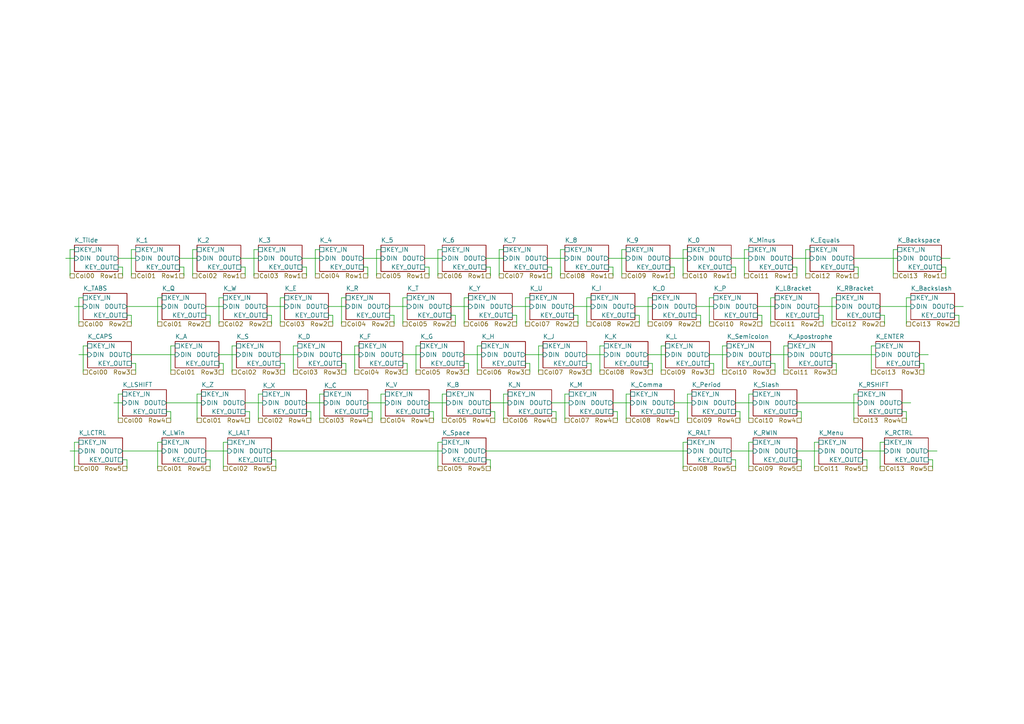
<source format=kicad_sch>
(kicad_sch
	(version 20250114)
	(generator "eeschema")
	(generator_version "9.0")
	(uuid "e5461dc8-1f69-4123-91fb-70f41ecefe00")
	(paper "A4")
	(lib_symbols)
	(wire
		(pts
			(xy 35.56 77.47) (xy 35.56 80.01)
		)
		(stroke
			(width 0)
			(type default)
		)
		(uuid "000361c0-e7e3-492a-92af-ffdf666f2574")
	)
	(wire
		(pts
			(xy 152.4 105.41) (xy 153.67 105.41)
		)
		(stroke
			(width 0)
			(type default)
		)
		(uuid "005eb555-d795-48fb-85bf-3d8da965cc33")
	)
	(wire
		(pts
			(xy 77.47 88.9) (xy 82.55 88.9)
		)
		(stroke
			(width 0)
			(type default)
		)
		(uuid "025359af-6021-4f33-9668-422b9e0cfa3b")
	)
	(wire
		(pts
			(xy 252.73 100.33) (xy 252.73 107.95)
		)
		(stroke
			(width 0)
			(type default)
		)
		(uuid "03d3d777-8240-4e9b-aebe-dfaa8d3bf9d4")
	)
	(wire
		(pts
			(xy 191.77 100.33) (xy 191.77 107.95)
		)
		(stroke
			(width 0)
			(type default)
		)
		(uuid "03fa54d5-c62f-4366-b053-1b2fb304c050")
	)
	(wire
		(pts
			(xy 231.14 116.84) (xy 248.92 116.84)
		)
		(stroke
			(width 0)
			(type default)
		)
		(uuid "045c442d-3070-4041-8a87-e3483db7cf87")
	)
	(wire
		(pts
			(xy 107.95 119.38) (xy 107.95 121.92)
		)
		(stroke
			(width 0)
			(type default)
		)
		(uuid "06cd3a4d-ecb6-459b-b87e-dad15d50307e")
	)
	(wire
		(pts
			(xy 269.24 102.87) (xy 266.7 102.87)
		)
		(stroke
			(width 0)
			(type default)
		)
		(uuid "0ad2a42d-d372-4772-b508-c3692cae1f31")
	)
	(wire
		(pts
			(xy 48.26 119.38) (xy 49.53 119.38)
		)
		(stroke
			(width 0)
			(type default)
		)
		(uuid "0b7524c5-65e4-4a49-a4e6-8da24fb5f24d")
	)
	(wire
		(pts
			(xy 74.93 114.3) (xy 74.93 121.92)
		)
		(stroke
			(width 0)
			(type default)
		)
		(uuid "0b7c5141-3f0d-463d-b233-50bee285b5e8")
	)
	(wire
		(pts
			(xy 138.43 100.33) (xy 139.7 100.33)
		)
		(stroke
			(width 0)
			(type default)
		)
		(uuid "0b92170b-dd60-4fca-8df7-7221d876f92b")
	)
	(wire
		(pts
			(xy 90.17 119.38) (xy 90.17 121.92)
		)
		(stroke
			(width 0)
			(type default)
		)
		(uuid "0d2a7abe-037c-4597-a60d-59b34b6712f3")
	)
	(wire
		(pts
			(xy 85.09 100.33) (xy 86.36 100.33)
		)
		(stroke
			(width 0)
			(type default)
		)
		(uuid "0d65e7ce-fb29-40f2-b8d8-bd5225b50a8e")
	)
	(wire
		(pts
			(xy 76.2 114.3) (xy 74.93 114.3)
		)
		(stroke
			(width 0)
			(type default)
		)
		(uuid "0f1a51ef-0519-4b9d-8aeb-992a74500d32")
	)
	(wire
		(pts
			(xy 177.8 77.47) (xy 177.8 80.01)
		)
		(stroke
			(width 0)
			(type default)
		)
		(uuid "10b195b8-3508-4a0d-b16f-0d0eba5e7abe")
	)
	(wire
		(pts
			(xy 38.1 72.39) (xy 39.37 72.39)
		)
		(stroke
			(width 0)
			(type default)
		)
		(uuid "111a204a-1b11-41db-87d8-6b61475cc063")
	)
	(wire
		(pts
			(xy 173.99 100.33) (xy 175.26 100.33)
		)
		(stroke
			(width 0)
			(type default)
		)
		(uuid "11379c4f-89fa-425d-a42c-83dc143f274f")
	)
	(wire
		(pts
			(xy 88.9 119.38) (xy 90.17 119.38)
		)
		(stroke
			(width 0)
			(type default)
		)
		(uuid "11a629d1-2146-4557-911c-a321cba1025d")
	)
	(wire
		(pts
			(xy 120.65 100.33) (xy 121.92 100.33)
		)
		(stroke
			(width 0)
			(type default)
		)
		(uuid "12a145b4-17d0-4914-a73b-7fd7d691b501")
	)
	(wire
		(pts
			(xy 189.23 105.41) (xy 189.23 107.95)
		)
		(stroke
			(width 0)
			(type default)
		)
		(uuid "130efddf-068d-4756-9edc-1f8c89d85d70")
	)
	(wire
		(pts
			(xy 63.5 102.87) (xy 68.58 102.87)
		)
		(stroke
			(width 0)
			(type default)
		)
		(uuid "14b9c184-687d-4670-8adb-527d3d23b870")
	)
	(wire
		(pts
			(xy 125.73 119.38) (xy 125.73 121.92)
		)
		(stroke
			(width 0)
			(type default)
		)
		(uuid "14bbd5c2-d325-4184-b2f4-8e626867ffa4")
	)
	(wire
		(pts
			(xy 148.59 88.9) (xy 153.67 88.9)
		)
		(stroke
			(width 0)
			(type default)
		)
		(uuid "153ffc9e-39f3-42dc-bdc0-3cb34a1e1857")
	)
	(wire
		(pts
			(xy 38.1 105.41) (xy 39.37 105.41)
		)
		(stroke
			(width 0)
			(type default)
		)
		(uuid "172a6cf1-9871-4190-91fe-09f7eda6fe51")
	)
	(wire
		(pts
			(xy 140.97 77.47) (xy 142.24 77.47)
		)
		(stroke
			(width 0)
			(type default)
		)
		(uuid "176b6942-ad43-4235-b7af-e19d7c3ff561")
	)
	(wire
		(pts
			(xy 106.68 116.84) (xy 111.76 116.84)
		)
		(stroke
			(width 0)
			(type default)
		)
		(uuid "177368b7-d613-4fcd-8ec5-a7e8b40801c7")
	)
	(wire
		(pts
			(xy 36.83 88.9) (xy 46.99 88.9)
		)
		(stroke
			(width 0)
			(type default)
		)
		(uuid "18a2811f-9b0d-4c52-a242-1a45890ff160")
	)
	(wire
		(pts
			(xy 213.36 116.84) (xy 218.44 116.84)
		)
		(stroke
			(width 0)
			(type default)
		)
		(uuid "18a701cf-1bc0-40e6-947c-cbedb4559749")
	)
	(wire
		(pts
			(xy 87.63 74.93) (xy 92.71 74.93)
		)
		(stroke
			(width 0)
			(type default)
		)
		(uuid "18fbd2ae-3f89-42cd-a895-c84e6011c6b3")
	)
	(wire
		(pts
			(xy 45.72 128.27) (xy 46.99 128.27)
		)
		(stroke
			(width 0)
			(type default)
		)
		(uuid "19075c21-7504-48f0-b2b2-3e19ff16a1cf")
	)
	(wire
		(pts
			(xy 236.22 128.27) (xy 236.22 135.89)
		)
		(stroke
			(width 0)
			(type default)
		)
		(uuid "199b975a-2e2b-42e0-8777-25b7a0a9721a")
	)
	(wire
		(pts
			(xy 102.87 100.33) (xy 104.14 100.33)
		)
		(stroke
			(width 0)
			(type default)
		)
		(uuid "1aa2242f-9317-4e02-8cb0-5d84d9e0123a")
	)
	(wire
		(pts
			(xy 205.74 102.87) (xy 210.82 102.87)
		)
		(stroke
			(width 0)
			(type default)
		)
		(uuid "1adcf235-99b6-4311-9d0b-9de344e96841")
	)
	(wire
		(pts
			(xy 184.15 91.44) (xy 185.42 91.44)
		)
		(stroke
			(width 0)
			(type default)
		)
		(uuid "1b4c5ebf-d52d-4828-b945-7194c563f380")
	)
	(wire
		(pts
			(xy 106.68 77.47) (xy 106.68 80.01)
		)
		(stroke
			(width 0)
			(type default)
		)
		(uuid "1cae7896-97e7-450c-9a2b-0c4d0087de46")
	)
	(wire
		(pts
			(xy 251.46 133.35) (xy 251.46 135.89)
		)
		(stroke
			(width 0)
			(type default)
		)
		(uuid "1cdbeca1-fcb4-4558-ab4b-8526dbbe6fce")
	)
	(wire
		(pts
			(xy 132.08 91.44) (xy 132.08 93.98)
		)
		(stroke
			(width 0)
			(type default)
		)
		(uuid "1d171ac2-8b7f-4e48-b739-e491abae5ab3")
	)
	(wire
		(pts
			(xy 231.14 119.38) (xy 232.41 119.38)
		)
		(stroke
			(width 0)
			(type default)
		)
		(uuid "1d2a29d5-585e-4e26-ad84-9352f9eca7ff")
	)
	(wire
		(pts
			(xy 20.32 72.39) (xy 20.32 80.01)
		)
		(stroke
			(width 0)
			(type default)
		)
		(uuid "1d711804-7c5e-43e5-ab68-9cae08712153")
	)
	(wire
		(pts
			(xy 162.56 72.39) (xy 163.83 72.39)
		)
		(stroke
			(width 0)
			(type default)
		)
		(uuid "1ee848c1-97c2-49ca-9028-906c5158ad1c")
	)
	(wire
		(pts
			(xy 19.05 74.93) (xy 21.59 74.93)
		)
		(stroke
			(width 0)
			(type default)
		)
		(uuid "1fae8160-d934-41ad-b973-5a3fb4c14fee")
	)
	(wire
		(pts
			(xy 38.1 72.39) (xy 38.1 80.01)
		)
		(stroke
			(width 0)
			(type default)
		)
		(uuid "208c5127-7479-4330-9dd3-a2c121fa0e4e")
	)
	(wire
		(pts
			(xy 134.62 86.36) (xy 134.62 93.98)
		)
		(stroke
			(width 0)
			(type default)
		)
		(uuid "21740808-78e0-4416-91f4-4ad2f423048f")
	)
	(wire
		(pts
			(xy 259.08 72.39) (xy 259.08 80.01)
		)
		(stroke
			(width 0)
			(type default)
		)
		(uuid "21fac4b6-a599-4bbd-8301-001255dc0efa")
	)
	(wire
		(pts
			(xy 82.55 105.41) (xy 82.55 107.95)
		)
		(stroke
			(width 0)
			(type default)
		)
		(uuid "220368ec-8020-4e3d-9847-ce6ebb68f005")
	)
	(wire
		(pts
			(xy 142.24 119.38) (xy 143.51 119.38)
		)
		(stroke
			(width 0)
			(type default)
		)
		(uuid "250b3546-b9c6-4abb-8be3-af2a1ca54627")
	)
	(wire
		(pts
			(xy 21.59 128.27) (xy 22.86 128.27)
		)
		(stroke
			(width 0)
			(type default)
		)
		(uuid "253488d7-ecb7-458f-bbfb-96e2d439dca3")
	)
	(wire
		(pts
			(xy 64.77 128.27) (xy 66.04 128.27)
		)
		(stroke
			(width 0)
			(type default)
		)
		(uuid "25f7a408-8859-4a8a-a37c-299d40f05e1e")
	)
	(wire
		(pts
			(xy 81.28 86.36) (xy 81.28 93.98)
		)
		(stroke
			(width 0)
			(type default)
		)
		(uuid "26e718dd-13f1-4c09-9c0e-e43432accf9d")
	)
	(wire
		(pts
			(xy 55.88 72.39) (xy 57.15 72.39)
		)
		(stroke
			(width 0)
			(type default)
		)
		(uuid "2788b509-0f5a-4373-8863-af6cf2118b49")
	)
	(wire
		(pts
			(xy 45.72 86.36) (xy 46.99 86.36)
		)
		(stroke
			(width 0)
			(type default)
		)
		(uuid "27a1c2fa-81a4-4f44-b831-bcb0e6eae08c")
	)
	(wire
		(pts
			(xy 24.13 86.36) (xy 22.86 86.36)
		)
		(stroke
			(width 0)
			(type default)
		)
		(uuid "2dd2e687-27d5-4e3b-b57e-ae7e12432ee9")
	)
	(wire
		(pts
			(xy 135.89 105.41) (xy 135.89 107.95)
		)
		(stroke
			(width 0)
			(type default)
		)
		(uuid "2ee566d8-5fb5-453a-b30c-617a00fa87ee")
	)
	(wire
		(pts
			(xy 212.09 133.35) (xy 213.36 133.35)
		)
		(stroke
			(width 0)
			(type default)
		)
		(uuid "2fe64a5a-1602-4b2f-8245-efd33fed93a8")
	)
	(wire
		(pts
			(xy 35.56 114.3) (xy 34.29 114.3)
		)
		(stroke
			(width 0)
			(type default)
		)
		(uuid "2ff5bcca-93a9-490c-97bb-c532c6791850")
	)
	(wire
		(pts
			(xy 219.71 91.44) (xy 220.98 91.44)
		)
		(stroke
			(width 0)
			(type default)
		)
		(uuid "30d72425-2f11-4ff8-a4ba-8f1f88c623ca")
	)
	(wire
		(pts
			(xy 229.87 77.47) (xy 231.14 77.47)
		)
		(stroke
			(width 0)
			(type default)
		)
		(uuid "32ed8e9f-ccb4-45b7-b1d5-ca807523d548")
	)
	(wire
		(pts
			(xy 269.24 133.35) (xy 270.51 133.35)
		)
		(stroke
			(width 0)
			(type default)
		)
		(uuid "3433736c-bd6a-4103-9e6c-696c6de9487b")
	)
	(wire
		(pts
			(xy 114.3 91.44) (xy 114.3 93.98)
		)
		(stroke
			(width 0)
			(type default)
		)
		(uuid "35a7d369-87c3-4555-af79-b6642c47264e")
	)
	(wire
		(pts
			(xy 81.28 102.87) (xy 86.36 102.87)
		)
		(stroke
			(width 0)
			(type default)
		)
		(uuid "35de4032-4288-4111-8837-bddd3b30fb00")
	)
	(wire
		(pts
			(xy 259.08 72.39) (xy 260.35 72.39)
		)
		(stroke
			(width 0)
			(type default)
		)
		(uuid "362701d4-b6db-4aad-b815-384634458019")
	)
	(wire
		(pts
			(xy 88.9 77.47) (xy 88.9 80.01)
		)
		(stroke
			(width 0)
			(type default)
		)
		(uuid "3746c61f-d3b5-4ba4-8d71-59ede0556db2")
	)
	(wire
		(pts
			(xy 124.46 77.47) (xy 124.46 80.01)
		)
		(stroke
			(width 0)
			(type default)
		)
		(uuid "38e28228-ac07-4cbb-bdbe-80f1837e868d")
	)
	(wire
		(pts
			(xy 69.85 77.47) (xy 71.12 77.47)
		)
		(stroke
			(width 0)
			(type default)
		)
		(uuid "392b38eb-cd5d-4724-8c3d-ac257ba72beb")
	)
	(wire
		(pts
			(xy 256.54 91.44) (xy 256.54 93.98)
		)
		(stroke
			(width 0)
			(type default)
		)
		(uuid "3931f31f-44d7-42d8-bbc1-cac24f3eafa3")
	)
	(wire
		(pts
			(xy 100.33 105.41) (xy 100.33 107.95)
		)
		(stroke
			(width 0)
			(type default)
		)
		(uuid "3952215f-71af-44ff-8b21-7e495a7431d6")
	)
	(wire
		(pts
			(xy 160.02 77.47) (xy 160.02 80.01)
		)
		(stroke
			(width 0)
			(type default)
		)
		(uuid "39ecb4a2-017f-442c-b879-76f2d9fcc0e5")
	)
	(wire
		(pts
			(xy 113.03 88.9) (xy 118.11 88.9)
		)
		(stroke
			(width 0)
			(type default)
		)
		(uuid "3a213ccb-4b5d-44d9-9fca-2f02dcf8f174")
	)
	(wire
		(pts
			(xy 238.76 91.44) (xy 238.76 93.98)
		)
		(stroke
			(width 0)
			(type default)
		)
		(uuid "3a6b5a94-d6c2-4da5-a2ac-399945bb10f9")
	)
	(wire
		(pts
			(xy 205.74 86.36) (xy 205.74 93.98)
		)
		(stroke
			(width 0)
			(type default)
		)
		(uuid "3a8c705f-bb26-4c9e-8517-9eafb2419fa8")
	)
	(wire
		(pts
			(xy 212.09 130.81) (xy 218.44 130.81)
		)
		(stroke
			(width 0)
			(type default)
		)
		(uuid "3a9c3d62-6086-4600-92b6-b4d9022f80c9")
	)
	(wire
		(pts
			(xy 71.12 77.47) (xy 71.12 80.01)
		)
		(stroke
			(width 0)
			(type default)
		)
		(uuid "3b448dc1-26bd-4741-b71e-450649c444a4")
	)
	(wire
		(pts
			(xy 250.19 130.81) (xy 256.54 130.81)
		)
		(stroke
			(width 0)
			(type default)
		)
		(uuid "3bee0f87-a450-416d-9032-b67a461d87b9")
	)
	(wire
		(pts
			(xy 34.29 74.93) (xy 39.37 74.93)
		)
		(stroke
			(width 0)
			(type default)
		)
		(uuid "3c50addb-1579-4927-b7f6-102f69248d28")
	)
	(wire
		(pts
			(xy 73.66 72.39) (xy 74.93 72.39)
		)
		(stroke
			(width 0)
			(type default)
		)
		(uuid "3d1c2f42-924d-4ad2-9180-8871b9be5e22")
	)
	(wire
		(pts
			(xy 179.07 119.38) (xy 179.07 121.92)
		)
		(stroke
			(width 0)
			(type default)
		)
		(uuid "3dde8b8b-f3e7-401b-a12d-0c7cb089fb14")
	)
	(wire
		(pts
			(xy 184.15 88.9) (xy 189.23 88.9)
		)
		(stroke
			(width 0)
			(type default)
		)
		(uuid "40b41637-a7bc-4392-8801-97cfcab91d16")
	)
	(wire
		(pts
			(xy 237.49 88.9) (xy 242.57 88.9)
		)
		(stroke
			(width 0)
			(type default)
		)
		(uuid "40dcc28e-b852-4cb4-85d1-fe44a07d3380")
	)
	(wire
		(pts
			(xy 195.58 119.38) (xy 196.85 119.38)
		)
		(stroke
			(width 0)
			(type default)
		)
		(uuid "416481d7-e04f-4454-bf0d-cc179939c38d")
	)
	(wire
		(pts
			(xy 171.45 105.41) (xy 171.45 107.95)
		)
		(stroke
			(width 0)
			(type default)
		)
		(uuid "41b3e407-07f0-4106-8b6c-4bb909bf71cf")
	)
	(wire
		(pts
			(xy 247.65 77.47) (xy 248.92 77.47)
		)
		(stroke
			(width 0)
			(type default)
		)
		(uuid "41c00269-2954-4356-89c1-9f8dc2feec93")
	)
	(wire
		(pts
			(xy 127 128.27) (xy 127 135.89)
		)
		(stroke
			(width 0)
			(type default)
		)
		(uuid "42f6e26f-80c8-4bc5-8da4-9b88df62f44a")
	)
	(wire
		(pts
			(xy 262.89 86.36) (xy 262.89 93.98)
		)
		(stroke
			(width 0)
			(type default)
		)
		(uuid "43457e64-46cb-42ce-a195-67ef371d908e")
	)
	(wire
		(pts
			(xy 144.78 72.39) (xy 144.78 80.01)
		)
		(stroke
			(width 0)
			(type default)
		)
		(uuid "43c7ee4b-fc7e-4c2c-9b69-7958f168c79c")
	)
	(wire
		(pts
			(xy 63.5 86.36) (xy 63.5 93.98)
		)
		(stroke
			(width 0)
			(type default)
		)
		(uuid "44562122-8b00-4ff2-9bda-a8bb2fe99882")
	)
	(wire
		(pts
			(xy 160.02 116.84) (xy 165.1 116.84)
		)
		(stroke
			(width 0)
			(type default)
		)
		(uuid "453f6e8a-71b6-43eb-a52f-b1b6a539bae2")
	)
	(wire
		(pts
			(xy 227.33 100.33) (xy 228.6 100.33)
		)
		(stroke
			(width 0)
			(type default)
		)
		(uuid "455bd117-57bc-4242-9350-80587b166ac0")
	)
	(wire
		(pts
			(xy 212.09 74.93) (xy 217.17 74.93)
		)
		(stroke
			(width 0)
			(type default)
		)
		(uuid "45d8283a-58bd-4eb5-85ba-8e0d8cbc92be")
	)
	(wire
		(pts
			(xy 166.37 91.44) (xy 167.64 91.44)
		)
		(stroke
			(width 0)
			(type default)
		)
		(uuid "487dcfaa-770e-46c9-ab49-706512ebcc17")
	)
	(wire
		(pts
			(xy 276.86 91.44) (xy 278.13 91.44)
		)
		(stroke
			(width 0)
			(type default)
		)
		(uuid "492f35fe-7a0a-4bf7-b306-0530e7559625")
	)
	(wire
		(pts
			(xy 63.5 105.41) (xy 64.77 105.41)
		)
		(stroke
			(width 0)
			(type default)
		)
		(uuid "49558b69-a0ae-446d-90a3-b33d3da659bc")
	)
	(wire
		(pts
			(xy 212.09 77.47) (xy 213.36 77.47)
		)
		(stroke
			(width 0)
			(type default)
		)
		(uuid "49b7a543-c87f-4089-ab19-90efabce4da9")
	)
	(wire
		(pts
			(xy 105.41 77.47) (xy 106.68 77.47)
		)
		(stroke
			(width 0)
			(type default)
		)
		(uuid "4a5ae516-c487-4274-a8d1-a7282f2b3599")
	)
	(wire
		(pts
			(xy 195.58 77.47) (xy 195.58 80.01)
		)
		(stroke
			(width 0)
			(type default)
		)
		(uuid "4a6be369-60b6-4d26-91c0-2139bc0ff375")
	)
	(wire
		(pts
			(xy 38.1 91.44) (xy 38.1 93.98)
		)
		(stroke
			(width 0)
			(type default)
		)
		(uuid "4ab0e617-c7e3-4b1c-8284-3567cb8e95ff")
	)
	(wire
		(pts
			(xy 95.25 88.9) (xy 100.33 88.9)
		)
		(stroke
			(width 0)
			(type default)
		)
		(uuid "4b4405de-afb6-4792-91b7-12e78763c4f4")
	)
	(wire
		(pts
			(xy 219.71 88.9) (xy 224.79 88.9)
		)
		(stroke
			(width 0)
			(type default)
		)
		(uuid "4ba0e62a-87ab-4d09-923a-ee7706cb5b75")
	)
	(wire
		(pts
			(xy 203.2 91.44) (xy 203.2 93.98)
		)
		(stroke
			(width 0)
			(type default)
		)
		(uuid "4c11fe55-979e-454b-a2d2-c3350e1ddbe4")
	)
	(wire
		(pts
			(xy 135.89 86.36) (xy 134.62 86.36)
		)
		(stroke
			(width 0)
			(type default)
		)
		(uuid "4d53916c-cb64-42e6-b49d-fb54cae53e21")
	)
	(wire
		(pts
			(xy 130.81 91.44) (xy 132.08 91.44)
		)
		(stroke
			(width 0)
			(type default)
		)
		(uuid "4e0dc513-65b8-4dd6-90d7-7ba7e7302f30")
	)
	(wire
		(pts
			(xy 127 128.27) (xy 128.27 128.27)
		)
		(stroke
			(width 0)
			(type default)
		)
		(uuid "4e8a4650-b60f-4e3e-ba55-5b4159ce511e")
	)
	(wire
		(pts
			(xy 229.87 74.93) (xy 234.95 74.93)
		)
		(stroke
			(width 0)
			(type default)
		)
		(uuid "501d778d-6a16-40fa-88ef-cb42d7de0771")
	)
	(wire
		(pts
			(xy 67.31 100.33) (xy 68.58 100.33)
		)
		(stroke
			(width 0)
			(type default)
		)
		(uuid "5043e807-f8dd-49bd-b60f-27d707066dc5")
	)
	(wire
		(pts
			(xy 223.52 102.87) (xy 228.6 102.87)
		)
		(stroke
			(width 0)
			(type default)
		)
		(uuid "516702ac-3a8a-41f9-b627-4185ecbc6cf7")
	)
	(wire
		(pts
			(xy 205.74 105.41) (xy 207.01 105.41)
		)
		(stroke
			(width 0)
			(type default)
		)
		(uuid "53393cce-e38a-4924-9fe0-ad58cf753ab5")
	)
	(wire
		(pts
			(xy 116.84 105.41) (xy 118.11 105.41)
		)
		(stroke
			(width 0)
			(type default)
		)
		(uuid "53b4f8ff-7ad1-4b78-97dd-c75bacbd345f")
	)
	(wire
		(pts
			(xy 233.68 72.39) (xy 234.95 72.39)
		)
		(stroke
			(width 0)
			(type default)
		)
		(uuid "541f5fdd-9d39-4cac-aff4-08d644808711")
	)
	(wire
		(pts
			(xy 39.37 105.41) (xy 39.37 107.95)
		)
		(stroke
			(width 0)
			(type default)
		)
		(uuid "54cc728c-5412-4b3f-8ebc-b34f646ff663")
	)
	(wire
		(pts
			(xy 207.01 86.36) (xy 205.74 86.36)
		)
		(stroke
			(width 0)
			(type default)
		)
		(uuid "573208f1-4353-404e-b1f2-0e7f0968455b")
	)
	(wire
		(pts
			(xy 153.67 105.41) (xy 153.67 107.95)
		)
		(stroke
			(width 0)
			(type default)
		)
		(uuid "58226e2a-b892-414b-9cbd-d7ee5a2f8416")
	)
	(wire
		(pts
			(xy 274.32 77.47) (xy 274.32 80.01)
		)
		(stroke
			(width 0)
			(type default)
		)
		(uuid "585d3529-4cd7-42b0-91a6-c27ca05858bb")
	)
	(wire
		(pts
			(xy 214.63 119.38) (xy 214.63 121.92)
		)
		(stroke
			(width 0)
			(type default)
		)
		(uuid "58b9f908-8acd-4c3b-a646-b59b2814a3d2")
	)
	(wire
		(pts
			(xy 217.17 114.3) (xy 217.17 121.92)
		)
		(stroke
			(width 0)
			(type default)
		)
		(uuid "59a70180-e6cc-45be-8437-9346446e4c5e")
	)
	(wire
		(pts
			(xy 124.46 116.84) (xy 129.54 116.84)
		)
		(stroke
			(width 0)
			(type default)
		)
		(uuid "5a172721-79ad-4408-b3a6-29d8f6ed4c31")
	)
	(wire
		(pts
			(xy 198.12 72.39) (xy 198.12 80.01)
		)
		(stroke
			(width 0)
			(type default)
		)
		(uuid "5a5c129d-d4a4-4936-ac43-e0e9ead04741")
	)
	(wire
		(pts
			(xy 77.47 91.44) (xy 78.74 91.44)
		)
		(stroke
			(width 0)
			(type default)
		)
		(uuid "5a694917-76a0-450f-a99b-5352f5ea3168")
	)
	(wire
		(pts
			(xy 152.4 86.36) (xy 152.4 93.98)
		)
		(stroke
			(width 0)
			(type default)
		)
		(uuid "5aa221cc-1af3-4a94-a7c9-3af60da20b22")
	)
	(wire
		(pts
			(xy 78.74 91.44) (xy 78.74 93.98)
		)
		(stroke
			(width 0)
			(type default)
		)
		(uuid "5e776e86-acb4-4271-8981-35c48ca8c78c")
	)
	(wire
		(pts
			(xy 223.52 86.36) (xy 223.52 93.98)
		)
		(stroke
			(width 0)
			(type default)
		)
		(uuid "5ffb2ffd-740e-4295-bce5-1df405cd69af")
	)
	(wire
		(pts
			(xy 189.23 86.36) (xy 187.96 86.36)
		)
		(stroke
			(width 0)
			(type default)
		)
		(uuid "604522f1-5136-46fc-aad3-83c0f94a21cc")
	)
	(wire
		(pts
			(xy 113.03 91.44) (xy 114.3 91.44)
		)
		(stroke
			(width 0)
			(type default)
		)
		(uuid "605880a7-4227-473b-bc48-3ca0d5aac6b6")
	)
	(wire
		(pts
			(xy 38.1 102.87) (xy 50.8 102.87)
		)
		(stroke
			(width 0)
			(type default)
		)
		(uuid "60d9784e-d5fc-405d-adde-c35ae01d14b8")
	)
	(wire
		(pts
			(xy 91.44 72.39) (xy 91.44 80.01)
		)
		(stroke
			(width 0)
			(type default)
		)
		(uuid "620cfa3a-52db-4c0d-b28c-0067c39c4d86")
	)
	(wire
		(pts
			(xy 273.05 74.93) (xy 275.59 74.93)
		)
		(stroke
			(width 0)
			(type default)
		)
		(uuid "6230bd98-6769-4421-bdd2-684f4738c976")
	)
	(wire
		(pts
			(xy 24.13 88.9) (xy 21.59 88.9)
		)
		(stroke
			(width 0)
			(type default)
		)
		(uuid "62461ae3-9897-4708-8d1a-f75ceecc47a0")
	)
	(wire
		(pts
			(xy 262.89 119.38) (xy 262.89 121.92)
		)
		(stroke
			(width 0)
			(type default)
		)
		(uuid "62786e9c-dd5d-45e6-b7f9-68a0f7568b3a")
	)
	(wire
		(pts
			(xy 156.21 100.33) (xy 157.48 100.33)
		)
		(stroke
			(width 0)
			(type default)
		)
		(uuid "62d52657-5013-461d-b9ff-42f7d2f8d84c")
	)
	(wire
		(pts
			(xy 177.8 119.38) (xy 179.07 119.38)
		)
		(stroke
			(width 0)
			(type default)
		)
		(uuid "64532b27-2648-4df1-8c8b-adf4dd3a360b")
	)
	(wire
		(pts
			(xy 227.33 100.33) (xy 227.33 107.95)
		)
		(stroke
			(width 0)
			(type default)
		)
		(uuid "6654e3de-e54f-49be-b1cf-a0108989efb2")
	)
	(wire
		(pts
			(xy 72.39 119.38) (xy 72.39 121.92)
		)
		(stroke
			(width 0)
			(type default)
		)
		(uuid "669c2b0f-7b6d-40c3-baef-252dcff5ca14")
	)
	(wire
		(pts
			(xy 129.54 114.3) (xy 128.27 114.3)
		)
		(stroke
			(width 0)
			(type default)
		)
		(uuid "66cbd790-576b-4d13-92bd-311d8f5f8ce7")
	)
	(wire
		(pts
			(xy 232.41 119.38) (xy 232.41 121.92)
		)
		(stroke
			(width 0)
			(type default)
		)
		(uuid "678c0d48-3df7-4a5c-8374-5fb8ee5d23da")
	)
	(wire
		(pts
			(xy 255.27 128.27) (xy 256.54 128.27)
		)
		(stroke
			(width 0)
			(type default)
		)
		(uuid "6813994b-4dbf-4f6b-92de-747d90ed817f")
	)
	(wire
		(pts
			(xy 35.56 133.35) (xy 36.83 133.35)
		)
		(stroke
			(width 0)
			(type default)
		)
		(uuid "68b2abc3-b130-4c20-8fc2-a167a3503407")
	)
	(wire
		(pts
			(xy 99.06 86.36) (xy 99.06 93.98)
		)
		(stroke
			(width 0)
			(type default)
		)
		(uuid "69f63383-4ae8-4ba7-81dd-8a2f74ace1ed")
	)
	(wire
		(pts
			(xy 224.79 105.41) (xy 224.79 107.95)
		)
		(stroke
			(width 0)
			(type default)
		)
		(uuid "6a0d1348-915b-4d09-88f4-9b88bf849bf2")
	)
	(wire
		(pts
			(xy 185.42 91.44) (xy 185.42 93.98)
		)
		(stroke
			(width 0)
			(type default)
		)
		(uuid "6b72b407-4e6c-4ff5-830b-f7dfb97e7988")
	)
	(wire
		(pts
			(xy 60.96 91.44) (xy 60.96 93.98)
		)
		(stroke
			(width 0)
			(type default)
		)
		(uuid "6cdacb36-ccc1-4848-89a1-8e202b4b0b50")
	)
	(wire
		(pts
			(xy 231.14 77.47) (xy 231.14 80.01)
		)
		(stroke
			(width 0)
			(type default)
		)
		(uuid "6d00a8c3-54b3-46b6-aa5f-84203606bc61")
	)
	(wire
		(pts
			(xy 198.12 128.27) (xy 199.39 128.27)
		)
		(stroke
			(width 0)
			(type default)
		)
		(uuid "6db639d3-f571-4788-a4be-cb4e32f70b1d")
	)
	(wire
		(pts
			(xy 199.39 114.3) (xy 199.39 121.92)
		)
		(stroke
			(width 0)
			(type default)
		)
		(uuid "6df266eb-b2e3-4fde-a06a-59b7a07ba1a3")
	)
	(wire
		(pts
			(xy 35.56 130.81) (xy 46.99 130.81)
		)
		(stroke
			(width 0)
			(type default)
		)
		(uuid "6e0b4e0f-e6be-43e2-bd56-3eda15b4121d")
	)
	(wire
		(pts
			(xy 88.9 116.84) (xy 93.98 116.84)
		)
		(stroke
			(width 0)
			(type default)
		)
		(uuid "6e40edf7-f5e6-43da-b39e-c9317de8b552")
	)
	(wire
		(pts
			(xy 182.88 114.3) (xy 181.61 114.3)
		)
		(stroke
			(width 0)
			(type default)
		)
		(uuid "7001f9ce-3b59-4b22-a6aa-469c3bc19549")
	)
	(wire
		(pts
			(xy 58.42 114.3) (xy 57.15 114.3)
		)
		(stroke
			(width 0)
			(type default)
		)
		(uuid "743d88b3-d5b7-45b5-beb0-28fce5e2e481")
	)
	(wire
		(pts
			(xy 49.53 100.33) (xy 49.53 107.95)
		)
		(stroke
			(width 0)
			(type default)
		)
		(uuid "74527eb0-e6b9-406b-a286-06d7f80cc2bc")
	)
	(wire
		(pts
			(xy 170.18 105.41) (xy 171.45 105.41)
		)
		(stroke
			(width 0)
			(type default)
		)
		(uuid "75682580-b268-4014-867a-f80ccfb083ed")
	)
	(wire
		(pts
			(xy 134.62 102.87) (xy 139.7 102.87)
		)
		(stroke
			(width 0)
			(type default)
		)
		(uuid "768d24f7-7738-4bc3-aa5c-a79b8fe02d41")
	)
	(wire
		(pts
			(xy 60.96 133.35) (xy 60.96 135.89)
		)
		(stroke
			(width 0)
			(type default)
		)
		(uuid "77d9365e-6b97-40a0-ad22-6e308b3581c4")
	)
	(wire
		(pts
			(xy 140.97 130.81) (xy 199.39 130.81)
		)
		(stroke
			(width 0)
			(type default)
		)
		(uuid "7946d1e1-dc58-45e3-8378-e0137204e9e9")
	)
	(wire
		(pts
			(xy 217.17 128.27) (xy 217.17 135.89)
		)
		(stroke
			(width 0)
			(type default)
		)
		(uuid "7adc72f4-44e3-4329-b0b8-c59349975eba")
	)
	(wire
		(pts
			(xy 162.56 72.39) (xy 162.56 80.01)
		)
		(stroke
			(width 0)
			(type default)
		)
		(uuid "7b244fc4-d11d-4e74-af91-5b828ffd2f31")
	)
	(wire
		(pts
			(xy 59.69 88.9) (xy 64.77 88.9)
		)
		(stroke
			(width 0)
			(type default)
		)
		(uuid "7b40c15e-6287-4002-9e0d-cec0a33d5214")
	)
	(wire
		(pts
			(xy 111.76 114.3) (xy 110.49 114.3)
		)
		(stroke
			(width 0)
			(type default)
		)
		(uuid "7cd80c61-a118-41e7-8103-b1e7e8208078")
	)
	(wire
		(pts
			(xy 250.19 133.35) (xy 251.46 133.35)
		)
		(stroke
			(width 0)
			(type default)
		)
		(uuid "7dfd30b6-8a7b-423d-884b-8d1ec177d4a6")
	)
	(wire
		(pts
			(xy 187.96 102.87) (xy 193.04 102.87)
		)
		(stroke
			(width 0)
			(type default)
		)
		(uuid "7f77d8c7-9bb4-4941-b146-73a533db3fb3")
	)
	(wire
		(pts
			(xy 198.12 72.39) (xy 199.39 72.39)
		)
		(stroke
			(width 0)
			(type default)
		)
		(uuid "80d333f9-b0be-4998-b2b5-ec36094b1fa1")
	)
	(wire
		(pts
			(xy 20.32 72.39) (xy 21.59 72.39)
		)
		(stroke
			(width 0)
			(type default)
		)
		(uuid "81150ffe-e116-4278-9e9c-b14ce33b0f24")
	)
	(wire
		(pts
			(xy 20.32 130.81) (xy 22.86 130.81)
		)
		(stroke
			(width 0)
			(type default)
		)
		(uuid "816b9d39-1673-46d3-a35b-648f99295450")
	)
	(wire
		(pts
			(xy 241.3 86.36) (xy 241.3 93.98)
		)
		(stroke
			(width 0)
			(type default)
		)
		(uuid "81d7ddfd-cc30-4ac0-b953-5bbaf6cc420e")
	)
	(wire
		(pts
			(xy 49.53 100.33) (xy 50.8 100.33)
		)
		(stroke
			(width 0)
			(type default)
		)
		(uuid "81e48a6d-2aa4-4d67-848b-4164a40d97dc")
	)
	(wire
		(pts
			(xy 78.74 130.81) (xy 128.27 130.81)
		)
		(stroke
			(width 0)
			(type default)
		)
		(uuid "81fdc288-1ddd-47c9-a791-9ed200bfdade")
	)
	(wire
		(pts
			(xy 241.3 105.41) (xy 242.57 105.41)
		)
		(stroke
			(width 0)
			(type default)
		)
		(uuid "8316f356-d775-4adb-8294-2e5d7d0e4310")
	)
	(wire
		(pts
			(xy 213.36 119.38) (xy 214.63 119.38)
		)
		(stroke
			(width 0)
			(type default)
		)
		(uuid "83b1e498-ee7b-4b06-9fdc-2f8f83abc69c")
	)
	(wire
		(pts
			(xy 160.02 119.38) (xy 161.29 119.38)
		)
		(stroke
			(width 0)
			(type default)
		)
		(uuid "83eac8c3-2d53-4235-bc8c-fc0fc48b1d40")
	)
	(wire
		(pts
			(xy 213.36 77.47) (xy 213.36 80.01)
		)
		(stroke
			(width 0)
			(type default)
		)
		(uuid "84be1694-5981-47f7-8f38-93088bb4f254")
	)
	(wire
		(pts
			(xy 255.27 88.9) (xy 264.16 88.9)
		)
		(stroke
			(width 0)
			(type default)
		)
		(uuid "85db203b-9c27-4f9f-8d17-f3545f1fdf44")
	)
	(wire
		(pts
			(xy 21.59 128.27) (xy 21.59 135.89)
		)
		(stroke
			(width 0)
			(type default)
		)
		(uuid "870c011f-bd0f-49ba-ab2c-c386aed2fb0f")
	)
	(wire
		(pts
			(xy 59.69 91.44) (xy 60.96 91.44)
		)
		(stroke
			(width 0)
			(type default)
		)
		(uuid "87622643-5d05-4b24-9c53-b219a4a6707c")
	)
	(wire
		(pts
			(xy 194.31 77.47) (xy 195.58 77.47)
		)
		(stroke
			(width 0)
			(type default)
		)
		(uuid "8ae60537-d98c-4278-87ab-6ec6375b98cd")
	)
	(wire
		(pts
			(xy 201.93 88.9) (xy 207.01 88.9)
		)
		(stroke
			(width 0)
			(type default)
		)
		(uuid "8bae0255-9df3-447b-ad2f-9bdf70dc4794")
	)
	(wire
		(pts
			(xy 218.44 114.3) (xy 217.17 114.3)
		)
		(stroke
			(width 0)
			(type default)
		)
		(uuid "8c467d46-3bbb-4ef7-a38b-f6b9ea9329bb")
	)
	(wire
		(pts
			(xy 123.19 74.93) (xy 128.27 74.93)
		)
		(stroke
			(width 0)
			(type default)
		)
		(uuid "8c78abd2-d31e-4fe9-8c99-109a7753a465")
	)
	(wire
		(pts
			(xy 255.27 91.44) (xy 256.54 91.44)
		)
		(stroke
			(width 0)
			(type default)
		)
		(uuid "8fd29c77-df8e-4936-9e4e-372fc838e237")
	)
	(wire
		(pts
			(xy 120.65 100.33) (xy 120.65 107.95)
		)
		(stroke
			(width 0)
			(type default)
		)
		(uuid "9009c50b-a017-4e92-a279-c18ffa0df21d")
	)
	(wire
		(pts
			(xy 102.87 100.33) (xy 102.87 107.95)
		)
		(stroke
			(width 0)
			(type default)
		)
		(uuid "90a8c7ae-9251-48f8-9d51-abd809e53e60")
	)
	(wire
		(pts
			(xy 213.36 133.35) (xy 213.36 135.89)
		)
		(stroke
			(width 0)
			(type default)
		)
		(uuid "93a16567-e6dc-4a8f-ab2a-4f712fbb202d")
	)
	(wire
		(pts
			(xy 69.85 74.93) (xy 74.93 74.93)
		)
		(stroke
			(width 0)
			(type default)
		)
		(uuid "93cafbeb-c85b-47d1-a904-15c57459cd80")
	)
	(wire
		(pts
			(xy 252.73 100.33) (xy 254 100.33)
		)
		(stroke
			(width 0)
			(type default)
		)
		(uuid "93f342e5-c3bb-4750-bf2a-24d57cfa38b3")
	)
	(wire
		(pts
			(xy 96.52 91.44) (xy 96.52 93.98)
		)
		(stroke
			(width 0)
			(type default)
		)
		(uuid "95722f72-9725-4c77-a06a-3daaba696678")
	)
	(wire
		(pts
			(xy 173.99 100.33) (xy 173.99 107.95)
		)
		(stroke
			(width 0)
			(type default)
		)
		(uuid "96de71ba-e3b4-47c1-8b9b-55a767ba81d4")
	)
	(wire
		(pts
			(xy 231.14 130.81) (xy 237.49 130.81)
		)
		(stroke
			(width 0)
			(type default)
		)
		(uuid "975e8a67-77b0-4503-b22f-9eaaa76656d4")
	)
	(wire
		(pts
			(xy 92.71 114.3) (xy 92.71 121.92)
		)
		(stroke
			(width 0)
			(type default)
		)
		(uuid "978ca418-0eb0-42f8-a5a7-7c20cee84a80")
	)
	(wire
		(pts
			(xy 64.77 105.41) (xy 64.77 107.95)
		)
		(stroke
			(width 0)
			(type default)
		)
		(uuid "97dba8da-d7a3-465f-aedd-d05fd7731247")
	)
	(wire
		(pts
			(xy 140.97 74.93) (xy 146.05 74.93)
		)
		(stroke
			(width 0)
			(type default)
		)
		(uuid "9989d137-1712-4d2f-8082-b54752a11ea2")
	)
	(wire
		(pts
			(xy 67.31 100.33) (xy 67.31 107.95)
		)
		(stroke
			(width 0)
			(type default)
		)
		(uuid "9a7af020-79c4-40e6-a7fa-d31492fd4cf8")
	)
	(wire
		(pts
			(xy 215.9 72.39) (xy 217.17 72.39)
		)
		(stroke
			(width 0)
			(type default)
		)
		(uuid "9a9b2a8d-406a-4fc7-a675-a6e0cb35696e")
	)
	(wire
		(pts
			(xy 48.26 116.84) (xy 58.42 116.84)
		)
		(stroke
			(width 0)
			(type default)
		)
		(uuid "9ac606d3-cc8e-4d1f-9a0d-4d3abe912d9c")
	)
	(wire
		(pts
			(xy 158.75 74.93) (xy 163.83 74.93)
		)
		(stroke
			(width 0)
			(type default)
		)
		(uuid "9ae0d42e-a178-4c80-814c-f6a743515925")
	)
	(wire
		(pts
			(xy 261.62 116.84) (xy 264.16 116.84)
		)
		(stroke
			(width 0)
			(type default)
		)
		(uuid "9b91fdf8-d113-45f0-9a7d-22868adb969b")
	)
	(wire
		(pts
			(xy 236.22 128.27) (xy 237.49 128.27)
		)
		(stroke
			(width 0)
			(type default)
		)
		(uuid "9cef1f38-8bb6-406b-b6ad-500c89c95a74")
	)
	(wire
		(pts
			(xy 128.27 114.3) (xy 128.27 121.92)
		)
		(stroke
			(width 0)
			(type default)
		)
		(uuid "9f1a30c7-c671-4dd6-8e0a-0618067a0d70")
	)
	(wire
		(pts
			(xy 142.24 116.84) (xy 147.32 116.84)
		)
		(stroke
			(width 0)
			(type default)
		)
		(uuid "a05c0e76-d456-49aa-b37c-40bb3267e63d")
	)
	(wire
		(pts
			(xy 194.31 74.93) (xy 199.39 74.93)
		)
		(stroke
			(width 0)
			(type default)
		)
		(uuid "a0ad15a9-f237-43b9-8a73-444293abbb29")
	)
	(wire
		(pts
			(xy 167.64 91.44) (xy 167.64 93.98)
		)
		(stroke
			(width 0)
			(type default)
		)
		(uuid "a158faf0-918b-41d0-86a3-9bcbe0ec4325")
	)
	(wire
		(pts
			(xy 267.97 105.41) (xy 267.97 107.95)
		)
		(stroke
			(width 0)
			(type default)
		)
		(uuid "a1a39383-6d32-4e21-8deb-e0d9f95379f6")
	)
	(wire
		(pts
			(xy 80.01 133.35) (xy 80.01 135.89)
		)
		(stroke
			(width 0)
			(type default)
		)
		(uuid "a2482115-9049-4c3d-ace8-9e9b341b9f08")
	)
	(wire
		(pts
			(xy 34.29 114.3) (xy 34.29 121.92)
		)
		(stroke
			(width 0)
			(type default)
		)
		(uuid "a3f96136-0a02-42bb-917b-30fe6000a1f3")
	)
	(wire
		(pts
			(xy 223.52 105.41) (xy 224.79 105.41)
		)
		(stroke
			(width 0)
			(type default)
		)
		(uuid "a5473b59-14bd-4a94-a859-a9053cd6f4c2")
	)
	(wire
		(pts
			(xy 247.65 74.93) (xy 260.35 74.93)
		)
		(stroke
			(width 0)
			(type default)
		)
		(uuid "a55fc697-cfc4-47d2-a9fc-553bb863ab7e")
	)
	(wire
		(pts
			(xy 147.32 114.3) (xy 146.05 114.3)
		)
		(stroke
			(width 0)
			(type default)
		)
		(uuid "a673a18d-03df-4ce4-82e0-27aecbf9f7e0")
	)
	(wire
		(pts
			(xy 134.62 105.41) (xy 135.89 105.41)
		)
		(stroke
			(width 0)
			(type default)
		)
		(uuid "a81e57ee-5430-4347-9e60-ff16bb205d8d")
	)
	(wire
		(pts
			(xy 171.45 86.36) (xy 170.18 86.36)
		)
		(stroke
			(width 0)
			(type default)
		)
		(uuid "aa1c726d-3c54-4855-8adb-84490d7bb985")
	)
	(wire
		(pts
			(xy 279.4 88.9) (xy 276.86 88.9)
		)
		(stroke
			(width 0)
			(type default)
		)
		(uuid "aa72a24e-7e22-4551-9d68-5e67c1cf75ba")
	)
	(wire
		(pts
			(xy 176.53 77.47) (xy 177.8 77.47)
		)
		(stroke
			(width 0)
			(type default)
		)
		(uuid "ab2609a6-da3f-46df-9df0-1d9a2c508841")
	)
	(wire
		(pts
			(xy 217.17 128.27) (xy 218.44 128.27)
		)
		(stroke
			(width 0)
			(type default)
		)
		(uuid "ac8054f5-e324-44f3-ad29-e226238b9843")
	)
	(wire
		(pts
			(xy 109.22 72.39) (xy 109.22 80.01)
		)
		(stroke
			(width 0)
			(type default)
		)
		(uuid "acb2cacd-4b61-4780-9d97-8d834298d0a5")
	)
	(wire
		(pts
			(xy 237.49 91.44) (xy 238.76 91.44)
		)
		(stroke
			(width 0)
			(type default)
		)
		(uuid "acdf2b81-6041-4076-b96c-46284c57b6a4")
	)
	(wire
		(pts
			(xy 78.74 133.35) (xy 80.01 133.35)
		)
		(stroke
			(width 0)
			(type default)
		)
		(uuid "adbfb179-e5ad-470a-8885-f61dee865c9c")
	)
	(wire
		(pts
			(xy 232.41 133.35) (xy 232.41 135.89)
		)
		(stroke
			(width 0)
			(type default)
		)
		(uuid "b01e545a-e888-420e-bc0e-a134bae9e865")
	)
	(wire
		(pts
			(xy 71.12 119.38) (xy 72.39 119.38)
		)
		(stroke
			(width 0)
			(type default)
		)
		(uuid "b13aa486-7d7a-420f-b0dd-598a30541fa2")
	)
	(wire
		(pts
			(xy 231.14 133.35) (xy 232.41 133.35)
		)
		(stroke
			(width 0)
			(type default)
		)
		(uuid "b2074358-5d53-4d93-a95b-e508b573b49a")
	)
	(wire
		(pts
			(xy 215.9 72.39) (xy 215.9 80.01)
		)
		(stroke
			(width 0)
			(type default)
		)
		(uuid "b27254c1-e864-494b-845a-0370b4446a0a")
	)
	(wire
		(pts
			(xy 247.65 114.3) (xy 247.65 121.92)
		)
		(stroke
			(width 0)
			(type default)
		)
		(uuid "b3db5856-3ab9-4f41-a296-10db8be72930")
	)
	(wire
		(pts
			(xy 123.19 77.47) (xy 124.46 77.47)
		)
		(stroke
			(width 0)
			(type default)
		)
		(uuid "b55a94ba-7f18-4044-9ac0-e553ac118bbe")
	)
	(wire
		(pts
			(xy 64.77 128.27) (xy 64.77 135.89)
		)
		(stroke
			(width 0)
			(type default)
		)
		(uuid "b5e326a5-1d6b-4dea-9917-399f41d4dbdc")
	)
	(wire
		(pts
			(xy 261.62 119.38) (xy 262.89 119.38)
		)
		(stroke
			(width 0)
			(type default)
		)
		(uuid "b73f93a1-fd2f-4d60-b25b-9f9264372c5b")
	)
	(wire
		(pts
			(xy 255.27 128.27) (xy 255.27 135.89)
		)
		(stroke
			(width 0)
			(type default)
		)
		(uuid "b797df47-77c0-43b5-827c-022fe90fa425")
	)
	(wire
		(pts
			(xy 177.8 116.84) (xy 182.88 116.84)
		)
		(stroke
			(width 0)
			(type default)
		)
		(uuid "b80a7a0d-b7e0-495e-ab90-ad3e868c18d9")
	)
	(wire
		(pts
			(xy 124.46 119.38) (xy 125.73 119.38)
		)
		(stroke
			(width 0)
			(type default)
		)
		(uuid "b82c4ec2-9177-480c-9d82-afa9396befa2")
	)
	(wire
		(pts
			(xy 140.97 133.35) (xy 142.24 133.35)
		)
		(stroke
			(width 0)
			(type default)
		)
		(uuid "b8da248e-089c-4890-accb-645adff0b059")
	)
	(wire
		(pts
			(xy 36.83 91.44) (xy 38.1 91.44)
		)
		(stroke
			(width 0)
			(type default)
		)
		(uuid "b8e42686-6536-4d30-8abd-fa54c5f0cd0e")
	)
	(wire
		(pts
			(xy 116.84 86.36) (xy 116.84 93.98)
		)
		(stroke
			(width 0)
			(type default)
		)
		(uuid "bae3a20e-b63a-4cd0-af98-cb4261315870")
	)
	(wire
		(pts
			(xy 200.66 114.3) (xy 199.39 114.3)
		)
		(stroke
			(width 0)
			(type default)
		)
		(uuid "bb4335c4-a3f3-4ba1-887c-f7ad375e9022")
	)
	(wire
		(pts
			(xy 105.41 74.93) (xy 110.49 74.93)
		)
		(stroke
			(width 0)
			(type default)
		)
		(uuid "bb8bfe05-5e72-4bcd-b2ce-21cf9ea64b71")
	)
	(wire
		(pts
			(xy 99.06 105.41) (xy 100.33 105.41)
		)
		(stroke
			(width 0)
			(type default)
		)
		(uuid "bbcc115e-c825-40bd-8dfe-dee6c0dabfa6")
	)
	(wire
		(pts
			(xy 24.13 100.33) (xy 24.13 107.95)
		)
		(stroke
			(width 0)
			(type default)
		)
		(uuid "bc4a1137-12ad-4ee4-8797-c833e6cca177")
	)
	(wire
		(pts
			(xy 220.98 91.44) (xy 220.98 93.98)
		)
		(stroke
			(width 0)
			(type default)
		)
		(uuid "bcfa2d7d-b071-493f-934e-d1fdf1b3cc2b")
	)
	(wire
		(pts
			(xy 52.07 77.47) (xy 53.34 77.47)
		)
		(stroke
			(width 0)
			(type default)
		)
		(uuid "bd2ad375-f8b6-4bc4-a0cc-58dfa8a55fe6")
	)
	(wire
		(pts
			(xy 118.11 105.41) (xy 118.11 107.95)
		)
		(stroke
			(width 0)
			(type default)
		)
		(uuid "bf10008f-c785-4a28-bec8-a8a8b3a4ad9c")
	)
	(wire
		(pts
			(xy 36.83 133.35) (xy 36.83 135.89)
		)
		(stroke
			(width 0)
			(type default)
		)
		(uuid "c0827a70-27b6-4885-b177-c7cb1c0a2e56")
	)
	(wire
		(pts
			(xy 110.49 114.3) (xy 110.49 121.92)
		)
		(stroke
			(width 0)
			(type default)
		)
		(uuid "c16e881b-3f12-4d23-8bc3-69cfd99a4351")
	)
	(wire
		(pts
			(xy 81.28 105.41) (xy 82.55 105.41)
		)
		(stroke
			(width 0)
			(type default)
		)
		(uuid "c2396f98-7448-4aae-8be2-f00c3b2af3c3")
	)
	(wire
		(pts
			(xy 34.29 77.47) (xy 35.56 77.47)
		)
		(stroke
			(width 0)
			(type default)
		)
		(uuid "c3e56f3c-990a-4b82-96e2-a489a3a6455d")
	)
	(wire
		(pts
			(xy 187.96 105.41) (xy 189.23 105.41)
		)
		(stroke
			(width 0)
			(type default)
		)
		(uuid "c66cbbc5-c2d0-4950-8555-8425d93f38b6")
	)
	(wire
		(pts
			(xy 248.92 114.3) (xy 247.65 114.3)
		)
		(stroke
			(width 0)
			(type default)
		)
		(uuid "c9391e9e-9afc-4a7c-8940-475b748ea17b")
	)
	(wire
		(pts
			(xy 22.86 102.87) (xy 25.4 102.87)
		)
		(stroke
			(width 0)
			(type default)
		)
		(uuid "c9f63223-623c-4f85-9b38-93e66006ce2c")
	)
	(wire
		(pts
			(xy 22.86 86.36) (xy 22.86 93.98)
		)
		(stroke
			(width 0)
			(type default)
		)
		(uuid "ca84bccb-308a-40e4-8ad5-9302512affa8")
	)
	(wire
		(pts
			(xy 156.21 100.33) (xy 156.21 107.95)
		)
		(stroke
			(width 0)
			(type default)
		)
		(uuid "cabc6d9c-03c6-471d-b827-146e03cf73f3")
	)
	(wire
		(pts
			(xy 191.77 100.33) (xy 193.04 100.33)
		)
		(stroke
			(width 0)
			(type default)
		)
		(uuid "cb14579f-20c2-4763-872d-2fb7eb4aad31")
	)
	(wire
		(pts
			(xy 143.51 119.38) (xy 143.51 121.92)
		)
		(stroke
			(width 0)
			(type default)
		)
		(uuid "cc9bbbc6-b9c3-43b7-bb3b-4bae18d65614")
	)
	(wire
		(pts
			(xy 196.85 119.38) (xy 196.85 121.92)
		)
		(stroke
			(width 0)
			(type default)
		)
		(uuid "cd5e62b6-4e20-4a0d-93e9-89402df746a9")
	)
	(wire
		(pts
			(xy 266.7 105.41) (xy 267.97 105.41)
		)
		(stroke
			(width 0)
			(type default)
		)
		(uuid "cd5f8af4-bc77-4954-8281-fb97470214a9")
	)
	(wire
		(pts
			(xy 152.4 102.87) (xy 157.48 102.87)
		)
		(stroke
			(width 0)
			(type default)
		)
		(uuid "cde0fbf0-33b0-405d-a210-7895fb851cdf")
	)
	(wire
		(pts
			(xy 209.55 100.33) (xy 210.82 100.33)
		)
		(stroke
			(width 0)
			(type default)
		)
		(uuid "cf818d8d-73eb-45d9-bc34-0094caec4e12")
	)
	(wire
		(pts
			(xy 73.66 72.39) (xy 73.66 80.01)
		)
		(stroke
			(width 0)
			(type default)
		)
		(uuid "cfcc1d66-48e9-4a4e-9a93-5a5a59ca888a")
	)
	(wire
		(pts
			(xy 106.68 119.38) (xy 107.95 119.38)
		)
		(stroke
			(width 0)
			(type default)
		)
		(uuid "d0b58741-50bc-4e2f-bf12-e14f91a81f43")
	)
	(wire
		(pts
			(xy 248.92 77.47) (xy 248.92 80.01)
		)
		(stroke
			(width 0)
			(type default)
		)
		(uuid "d27806dd-f8d8-49a6-a559-4ce5b3e9f2e3")
	)
	(wire
		(pts
			(xy 201.93 91.44) (xy 203.2 91.44)
		)
		(stroke
			(width 0)
			(type default)
		)
		(uuid "d2f3fbd9-9e23-4fbd-b7e5-ab256c737df7")
	)
	(wire
		(pts
			(xy 138.43 100.33) (xy 138.43 107.95)
		)
		(stroke
			(width 0)
			(type default)
		)
		(uuid "d406b95b-754b-4cf8-94ee-7d2cd9cce380")
	)
	(wire
		(pts
			(xy 170.18 102.87) (xy 175.26 102.87)
		)
		(stroke
			(width 0)
			(type default)
		)
		(uuid "d43754c6-b899-44e4-8655-5d48b4d0bc93")
	)
	(wire
		(pts
			(xy 170.18 86.36) (xy 170.18 93.98)
		)
		(stroke
			(width 0)
			(type default)
		)
		(uuid "d45acce5-84f2-48be-903b-bc4115f539d7")
	)
	(wire
		(pts
			(xy 45.72 86.36) (xy 45.72 93.98)
		)
		(stroke
			(width 0)
			(type default)
		)
		(uuid "d4c21090-7f9b-4377-8e9f-b505145f1e79")
	)
	(wire
		(pts
			(xy 198.12 128.27) (xy 198.12 135.89)
		)
		(stroke
			(width 0)
			(type default)
		)
		(uuid "d6e37787-a89a-4a5a-9401-e0d4b4b33e33")
	)
	(wire
		(pts
			(xy 158.75 77.47) (xy 160.02 77.47)
		)
		(stroke
			(width 0)
			(type default)
		)
		(uuid "d71f6fa1-9f5d-4555-a88c-716f9aacdda5")
	)
	(wire
		(pts
			(xy 63.5 86.36) (xy 64.77 86.36)
		)
		(stroke
			(width 0)
			(type default)
		)
		(uuid "d8e100fa-512b-4dad-96e7-d87edfd4c0b6")
	)
	(wire
		(pts
			(xy 81.28 86.36) (xy 82.55 86.36)
		)
		(stroke
			(width 0)
			(type default)
		)
		(uuid "d9377672-29a0-49c7-8908-3c94c861005f")
	)
	(wire
		(pts
			(xy 24.13 100.33) (xy 25.4 100.33)
		)
		(stroke
			(width 0)
			(type default)
		)
		(uuid "d9e74271-9106-4326-ac7d-aeb920be9ca1")
	)
	(wire
		(pts
			(xy 127 72.39) (xy 127 80.01)
		)
		(stroke
			(width 0)
			(type default)
		)
		(uuid "dc8ddee2-ca0f-4b11-8e56-287491b256e4")
	)
	(wire
		(pts
			(xy 165.1 114.3) (xy 163.83 114.3)
		)
		(stroke
			(width 0)
			(type default)
		)
		(uuid "dc953f4a-13b2-4ea8-a925-9c7ef0f77678")
	)
	(wire
		(pts
			(xy 59.69 130.81) (xy 66.04 130.81)
		)
		(stroke
			(width 0)
			(type default)
		)
		(uuid "dcdd29e1-f5a3-48e8-8749-8b85251f3581")
	)
	(wire
		(pts
			(xy 53.34 77.47) (xy 53.34 80.01)
		)
		(stroke
			(width 0)
			(type default)
		)
		(uuid "dd74bdfe-b1ac-4aae-aeb4-23a693da322d")
	)
	(wire
		(pts
			(xy 130.81 88.9) (xy 135.89 88.9)
		)
		(stroke
			(width 0)
			(type default)
		)
		(uuid "ddd59a44-ede8-4bb2-9528-426bd1e14ae4")
	)
	(wire
		(pts
			(xy 57.15 114.3) (xy 57.15 121.92)
		)
		(stroke
			(width 0)
			(type default)
		)
		(uuid "e0cbc8bd-9aec-4b89-af2f-b2d026d097c5")
	)
	(wire
		(pts
			(xy 181.61 114.3) (xy 181.61 121.92)
		)
		(stroke
			(width 0)
			(type default)
		)
		(uuid "e1aa43c3-051c-4e33-9ab4-e2fd8caadd60")
	)
	(wire
		(pts
			(xy 99.06 86.36) (xy 100.33 86.36)
		)
		(stroke
			(width 0)
			(type default)
		)
		(uuid "e22d9674-d7ae-47ba-9e4d-8c86f35a10b8")
	)
	(wire
		(pts
			(xy 146.05 114.3) (xy 146.05 121.92)
		)
		(stroke
			(width 0)
			(type default)
		)
		(uuid "e27d575a-2c89-48b9-b9ef-c49f832820a9")
	)
	(wire
		(pts
			(xy 93.98 114.3) (xy 92.71 114.3)
		)
		(stroke
			(width 0)
			(type default)
		)
		(uuid "e322aac4-8000-4138-b659-4adf989fd5e9")
	)
	(wire
		(pts
			(xy 161.29 119.38) (xy 161.29 121.92)
		)
		(stroke
			(width 0)
			(type default)
		)
		(uuid "e4612c28-200e-417a-9901-8c738a4dbd82")
	)
	(wire
		(pts
			(xy 241.3 102.87) (xy 254 102.87)
		)
		(stroke
			(width 0)
			(type default)
		)
		(uuid "e59b1992-3d9d-41c2-89f1-2fa090c98dd4")
	)
	(wire
		(pts
			(xy 144.78 72.39) (xy 146.05 72.39)
		)
		(stroke
			(width 0)
			(type default)
		)
		(uuid "e680e186-5e0d-4376-81fb-1dba7ef40ea8")
	)
	(wire
		(pts
			(xy 142.24 133.35) (xy 142.24 135.89)
		)
		(stroke
			(width 0)
			(type default)
		)
		(uuid "e6d102a3-6c2d-49bb-8ff5-7c00548c2044")
	)
	(wire
		(pts
			(xy 269.24 130.81) (xy 271.78 130.81)
		)
		(stroke
			(width 0)
			(type default)
		)
		(uuid "e6d63fdd-4d0e-4461-88e9-3079d2fe6084")
	)
	(wire
		(pts
			(xy 163.83 114.3) (xy 163.83 121.92)
		)
		(stroke
			(width 0)
			(type default)
		)
		(uuid "e7f54e26-162e-4d0c-9767-79f5ace11f5b")
	)
	(wire
		(pts
			(xy 270.51 133.35) (xy 270.51 135.89)
		)
		(stroke
			(width 0)
			(type default)
		)
		(uuid "e87aff0a-d252-46dc-8556-4ff3886d0a6a")
	)
	(wire
		(pts
			(xy 242.57 105.41) (xy 242.57 107.95)
		)
		(stroke
			(width 0)
			(type default)
		)
		(uuid "ea159be2-27e9-43c2-897d-524c114b819a")
	)
	(wire
		(pts
			(xy 127 72.39) (xy 128.27 72.39)
		)
		(stroke
			(width 0)
			(type default)
		)
		(uuid "ea78a164-7bb3-4d00-b3bf-0125e4225dd8")
	)
	(wire
		(pts
			(xy 224.79 86.36) (xy 223.52 86.36)
		)
		(stroke
			(width 0)
			(type default)
		)
		(uuid "eb2a8882-4c5c-4b50-a508-7e8b1a8f918f")
	)
	(wire
		(pts
			(xy 264.16 86.36) (xy 262.89 86.36)
		)
		(stroke
			(width 0)
			(type default)
		)
		(uuid "eb914165-d2a9-4315-acd7-2c4b27f3de57")
	)
	(wire
		(pts
			(xy 278.13 91.44) (xy 278.13 93.98)
		)
		(stroke
			(width 0)
			(type default)
		)
		(uuid "eb9ed59b-c8bc-45dc-8c7a-5eb4df4d2f25")
	)
	(wire
		(pts
			(xy 195.58 116.84) (xy 200.66 116.84)
		)
		(stroke
			(width 0)
			(type default)
		)
		(uuid "ebffb5a6-7c91-4bcf-9890-bbda1722bf5c")
	)
	(wire
		(pts
			(xy 273.05 77.47) (xy 274.32 77.47)
		)
		(stroke
			(width 0)
			(type default)
		)
		(uuid "ecaefbf5-e1dc-4eb0-8862-5ad555aa1ad0")
	)
	(wire
		(pts
			(xy 99.06 102.87) (xy 104.14 102.87)
		)
		(stroke
			(width 0)
			(type default)
		)
		(uuid "ed05f734-bbce-4e89-b458-4c749a8305e8")
	)
	(wire
		(pts
			(xy 233.68 72.39) (xy 233.68 80.01)
		)
		(stroke
			(width 0)
			(type default)
		)
		(uuid "ed36f341-013e-4857-a1d0-d752a3babe0e")
	)
	(wire
		(pts
			(xy 109.22 72.39) (xy 110.49 72.39)
		)
		(stroke
			(width 0)
			(type default)
		)
		(uuid "ed5f76b6-e148-4734-8d5f-80f3803595ac")
	)
	(wire
		(pts
			(xy 116.84 102.87) (xy 121.92 102.87)
		)
		(stroke
			(width 0)
			(type default)
		)
		(uuid "edb1047f-0133-460f-97f4-6153a7152346")
	)
	(wire
		(pts
			(xy 153.67 86.36) (xy 152.4 86.36)
		)
		(stroke
			(width 0)
			(type default)
		)
		(uuid "edc68e63-758a-4269-a1c0-0a9dfa458bb1")
	)
	(wire
		(pts
			(xy 166.37 88.9) (xy 171.45 88.9)
		)
		(stroke
			(width 0)
			(type default)
		)
		(uuid "efc53d11-0a72-40e4-8eda-56e4821165f0")
	)
	(wire
		(pts
			(xy 52.07 74.93) (xy 57.15 74.93)
		)
		(stroke
			(width 0)
			(type default)
		)
		(uuid "f0f58af8-9887-4292-bd1f-03e98d30357a")
	)
	(wire
		(pts
			(xy 91.44 72.39) (xy 92.71 72.39)
		)
		(stroke
			(width 0)
			(type default)
		)
		(uuid "f10c5804-40e8-4150-bcb8-7e683d13df61")
	)
	(wire
		(pts
			(xy 242.57 86.36) (xy 241.3 86.36)
		)
		(stroke
			(width 0)
			(type default)
		)
		(uuid "f14b9e99-2eab-408c-9ceb-7cd7aa1663e4")
	)
	(wire
		(pts
			(xy 149.86 91.44) (xy 148.59 91.44)
		)
		(stroke
			(width 0)
			(type default)
		)
		(uuid "f1984445-c39b-4ef1-a8d8-a8a5696f5d76")
	)
	(wire
		(pts
			(xy 180.34 72.39) (xy 180.34 80.01)
		)
		(stroke
			(width 0)
			(type default)
		)
		(uuid "f221dca3-2980-40a4-ac63-51184eb4e894")
	)
	(wire
		(pts
			(xy 180.34 72.39) (xy 181.61 72.39)
		)
		(stroke
			(width 0)
			(type default)
		)
		(uuid "f2f8e49d-eec8-422f-b4c8-c8965dcb8221")
	)
	(wire
		(pts
			(xy 118.11 86.36) (xy 116.84 86.36)
		)
		(stroke
			(width 0)
			(type default)
		)
		(uuid "f42a994a-513a-48f5-9ebd-4f32bddd8621")
	)
	(wire
		(pts
			(xy 55.88 72.39) (xy 55.88 80.01)
		)
		(stroke
			(width 0)
			(type default)
		)
		(uuid "f4671dad-cede-4055-af67-614b35918ccc")
	)
	(wire
		(pts
			(xy 209.55 100.33) (xy 209.55 107.95)
		)
		(stroke
			(width 0)
			(type default)
		)
		(uuid "f602b03d-114e-4f8a-add1-256597b02400")
	)
	(wire
		(pts
			(xy 85.09 100.33) (xy 85.09 107.95)
		)
		(stroke
			(width 0)
			(type default)
		)
		(uuid "f64e98a6-74af-4754-b41a-ca1c7a6dfeaa")
	)
	(wire
		(pts
			(xy 71.12 116.84) (xy 76.2 116.84)
		)
		(stroke
			(width 0)
			(type default)
		)
		(uuid "f6dcd07c-9990-402e-bda3-55336d20eaf8")
	)
	(wire
		(pts
			(xy 49.53 119.38) (xy 49.53 121.92)
		)
		(stroke
			(width 0)
			(type default)
		)
		(uuid "f7ccdc30-a2a9-4258-8a18-59816344ab1a")
	)
	(wire
		(pts
			(xy 187.96 86.36) (xy 187.96 93.98)
		)
		(stroke
			(width 0)
			(type default)
		)
		(uuid "f7f55755-f117-44ac-89ca-fcecb51ebfbc")
	)
	(wire
		(pts
			(xy 176.53 74.93) (xy 181.61 74.93)
		)
		(stroke
			(width 0)
			(type default)
		)
		(uuid "f9221fca-a3ae-47f5-8b63-d8f75c196f34")
	)
	(wire
		(pts
			(xy 142.24 77.47) (xy 142.24 80.01)
		)
		(stroke
			(width 0)
			(type default)
		)
		(uuid "f936e6a3-55b4-43fa-b48c-5d3c6994d5bb")
	)
	(wire
		(pts
			(xy 35.56 116.84) (xy 33.02 116.84)
		)
		(stroke
			(width 0)
			(type default)
		)
		(uuid "f9379576-fa1b-45aa-bdf1-e9cef84321fd")
	)
	(wire
		(pts
			(xy 207.01 105.41) (xy 207.01 107.95)
		)
		(stroke
			(width 0)
			(type default)
		)
		(uuid "f9601746-01fd-4490-bdcc-1b8c6893bcb4")
	)
	(wire
		(pts
			(xy 149.86 91.44) (xy 149.86 93.98)
		)
		(stroke
			(width 0)
			(type default)
		)
		(uuid "fa0456c0-eb97-4dee-9d82-aab430102f40")
	)
	(wire
		(pts
			(xy 95.25 91.44) (xy 96.52 91.44)
		)
		(stroke
			(width 0)
			(type default)
		)
		(uuid "fbb46743-4ba2-451f-969b-d31919a12415")
	)
	(wire
		(pts
			(xy 45.72 128.27) (xy 45.72 135.89)
		)
		(stroke
			(width 0)
			(type default)
		)
		(uuid "fe7bb1fa-28d1-47f5-8d1a-aa5d47bde4ed")
	)
	(wire
		(pts
			(xy 59.69 133.35) (xy 60.96 133.35)
		)
		(stroke
			(width 0)
			(type default)
		)
		(uuid "ff911abd-7b8d-4b0c-bebc-abb6845b4813")
	)
	(wire
		(pts
			(xy 87.63 77.47) (xy 88.9 77.47)
		)
		(stroke
			(width 0)
			(type default)
		)
		(uuid "ffb1dd80-7bd3-49bc-803b-8695080698e3")
	)
	(hierarchical_label "Col06"
		(shape passive)
		(at 138.43 107.95 0)
		(effects
			(font
				(size 1.27 1.27)
			)
			(justify left)
		)
		(uuid "033ef2e3-019b-4cdb-9d8f-f1b0cde3cbdf")
	)
	(hierarchical_label "Row2"
		(shape passive)
		(at 167.64 93.98 180)
		(effects
			(font
				(size 1.27 1.27)
			)
			(justify right)
		)
		(uuid "045b5e3e-208b-4f4b-95c6-e12ae36fcbc6")
	)
	(hierarchical_label "Col08"
		(shape passive)
		(at 181.61 121.92 0)
		(effects
			(font
				(size 1.27 1.27)
			)
			(justify left)
		)
		(uuid "07168f8c-0dc4-4084-a95d-8ef5f750e836")
	)
	(hierarchical_label "Row1"
		(shape passive)
		(at 106.68 80.01 180)
		(effects
			(font
				(size 1.27 1.27)
			)
			(justify right)
		)
		(uuid "095b4d98-5fc7-4e0e-b5f6-5787a0b7ad25")
	)
	(hierarchical_label "Row3"
		(shape passive)
		(at 118.11 107.95 180)
		(effects
			(font
				(size 1.27 1.27)
			)
			(justify right)
		)
		(uuid "0a12bfc2-11f5-44f0-8704-ddc9e854d479")
	)
	(hierarchical_label "Row4"
		(shape passive)
		(at 179.07 121.92 180)
		(effects
			(font
				(size 1.27 1.27)
			)
			(justify right)
		)
		(uuid "0b712af2-1f14-417b-bf6e-cc7bff44a9f4")
	)
	(hierarchical_label "Row3"
		(shape passive)
		(at 242.57 107.95 180)
		(effects
			(font
				(size 1.27 1.27)
			)
			(justify right)
		)
		(uuid "0faf9348-5530-46f4-b0c8-821d116bcf4b")
	)
	(hierarchical_label "Row2"
		(shape passive)
		(at 220.98 93.98 180)
		(effects
			(font
				(size 1.27 1.27)
			)
			(justify right)
		)
		(uuid "15f6e530-09a2-410a-a913-fe0a193dedd2")
	)
	(hierarchical_label "Col08"
		(shape passive)
		(at 170.18 93.98 0)
		(effects
			(font
				(size 1.27 1.27)
			)
			(justify left)
		)
		(uuid "16feba37-7df0-44fe-acb4-25729d7be7f7")
	)
	(hierarchical_label "Col09"
		(shape passive)
		(at 217.17 135.89 0)
		(effects
			(font
				(size 1.27 1.27)
			)
			(justify left)
		)
		(uuid "171d5b1b-15a5-4c23-91e8-631c96861675")
	)
	(hierarchical_label "Col03"
		(shape passive)
		(at 92.71 121.92 0)
		(effects
			(font
				(size 1.27 1.27)
			)
			(justify left)
		)
		(uuid "17cb7a08-f77c-4909-bcef-d92cc3025cda")
	)
	(hierarchical_label "Row2"
		(shape passive)
		(at 149.86 93.98 180)
		(effects
			(font
				(size 1.27 1.27)
			)
			(justify right)
		)
		(uuid "17d564c7-abc9-47d9-a799-537c38c2c9a4")
	)
	(hierarchical_label "Row1"
		(shape passive)
		(at 195.58 80.01 180)
		(effects
			(font
				(size 1.27 1.27)
			)
			(justify right)
		)
		(uuid "2138cf3f-e5df-455e-8ab4-e0e6749fd986")
	)
	(hierarchical_label "Row3"
		(shape passive)
		(at 224.79 107.95 180)
		(effects
			(font
				(size 1.27 1.27)
			)
			(justify right)
		)
		(uuid "228f11ab-c895-4c59-a755-1f3d100bf50e")
	)
	(hierarchical_label "Col03"
		(shape passive)
		(at 85.09 107.95 0)
		(effects
			(font
				(size 1.27 1.27)
			)
			(justify left)
		)
		(uuid "248056c8-3622-46c7-88d6-324538206008")
	)
	(hierarchical_label "Col03"
		(shape passive)
		(at 73.66 80.01 0)
		(effects
			(font
				(size 1.27 1.27)
			)
			(justify left)
		)
		(uuid "24beb41e-93bc-43ac-b6ea-c8d357b98b8f")
	)
	(hierarchical_label "Row1"
		(shape passive)
		(at 177.8 80.01 180)
		(effects
			(font
				(size 1.27 1.27)
			)
			(justify right)
		)
		(uuid "24d6cb23-5f50-4313-af43-f99fe54205a3")
	)
	(hierarchical_label "Col10"
		(shape passive)
		(at 209.55 107.95 0)
		(effects
			(font
				(size 1.27 1.27)
			)
			(justify left)
		)
		(uuid "264a4ee2-6983-4749-b4ce-d9e1374cd20e")
	)
	(hierarchical_label "Row4"
		(shape passive)
		(at 107.95 121.92 180)
		(effects
			(font
				(size 1.27 1.27)
			)
			(justify right)
		)
		(uuid "2678bcc2-a915-4b0c-b9f8-b06f926e2d0f")
	)
	(hierarchical_label "Col02"
		(shape passive)
		(at 67.31 107.95 0)
		(effects
			(font
				(size 1.27 1.27)
			)
			(justify left)
		)
		(uuid "286677fe-cc37-4132-9e20-e296c7b0d981")
	)
	(hierarchical_label "Col11"
		(shape passive)
		(at 236.22 135.89 0)
		(effects
			(font
				(size 1.27 1.27)
			)
			(justify left)
		)
		(uuid "290028ce-ce0f-4bb1-81f2-81c8fe5787c7")
	)
	(hierarchical_label "Row5"
		(shape passive)
		(at 270.51 135.89 180)
		(effects
			(font
				(size 1.27 1.27)
			)
			(justify right)
		)
		(uuid "2ac261ef-b7af-41e0-bf7d-c52990fdec1b")
	)
	(hierarchical_label "Col09"
		(shape passive)
		(at 180.34 80.01 0)
		(effects
			(font
				(size 1.27 1.27)
			)
			(justify left)
		)
		(uuid "2e493e79-2840-4dd3-a82a-a18a506ddf6c")
	)
	(hierarchical_label "Row5"
		(shape passive)
		(at 142.24 135.89 180)
		(effects
			(font
				(size 1.27 1.27)
			)
			(justify right)
		)
		(uuid "2fbb74e7-80b1-467c-a594-3eb3bf2d128b")
	)
	(hierarchical_label "Row4"
		(shape passive)
		(at 72.39 121.92 180)
		(effects
			(font
				(size 1.27 1.27)
			)
			(justify right)
		)
		(uuid "3365c551-fb1c-4c6e-b35d-5bb2166417e8")
	)
	(hierarchical_label "Col00"
		(shape passive)
		(at 21.59 135.89 0)
		(effects
			(font
				(size 1.27 1.27)
			)
			(justify left)
		)
		(uuid "35867144-8bbe-4e64-af6f-4fc0cba3de9f")
	)
	(hierarchical_label "Col13"
		(shape passive)
		(at 259.08 80.01 0)
		(effects
			(font
				(size 1.27 1.27)
			)
			(justify left)
		)
		(uuid "3a565c19-b4ca-44a0-a570-11321c7beb2c")
	)
	(hierarchical_label "Col13"
		(shape passive)
		(at 262.89 93.98 0)
		(effects
			(font
				(size 1.27 1.27)
			)
			(justify left)
		)
		(uuid "3b19459d-ee4d-4bb3-a07f-293d945f8c36")
	)
	(hierarchical_label "Col02"
		(shape passive)
		(at 64.77 135.89 0)
		(effects
			(font
				(size 1.27 1.27)
			)
			(justify left)
		)
		(uuid "3bf43f49-2478-4289-ae7c-c0f1f5acb18e")
	)
	(hierarchical_label "Row4"
		(shape passive)
		(at 90.17 121.92 180)
		(effects
			(font
				(size 1.27 1.27)
			)
			(justify right)
		)
		(uuid "3d01ce94-4eee-4054-85ac-0b436cb0a3a3")
	)
	(hierarchical_label "Col09"
		(shape passive)
		(at 187.96 93.98 0)
		(effects
			(font
				(size 1.27 1.27)
			)
			(justify left)
		)
		(uuid "3ef15eb7-046d-4b1b-89dc-179bf9cc0aaa")
	)
	(hierarchical_label "Col10"
		(shape passive)
		(at 198.12 80.01 0)
		(effects
			(font
				(size 1.27 1.27)
			)
			(justify left)
		)
		(uuid "3f2d7a43-8893-4c95-8b42-f3bf52d2a8d0")
	)
	(hierarchical_label "Col08"
		(shape passive)
		(at 198.12 135.89 0)
		(effects
			(font
				(size 1.27 1.27)
			)
			(justify left)
		)
		(uuid "3f5b2a46-ded1-4fc7-9391-60c1785d5e5e")
	)
	(hierarchical_label "Col11"
		(shape passive)
		(at 227.33 107.95 0)
		(effects
			(font
				(size 1.27 1.27)
			)
			(justify left)
		)
		(uuid "3fa3dbfd-9fe1-4ed6-af5e-0490bc428fbb")
	)
	(hierarchical_label "Row4"
		(shape passive)
		(at 262.89 121.92 180)
		(effects
			(font
				(size 1.27 1.27)
			)
			(justify right)
		)
		(uuid "40ab6cd5-c7f1-4613-93f1-e0940593e646")
	)
	(hierarchical_label "Row3"
		(shape passive)
		(at 171.45 107.95 180)
		(effects
			(font
				(size 1.27 1.27)
			)
			(justify right)
		)
		(uuid "417d12d6-6b9e-4e37-902e-2f80e56ea323")
	)
	(hierarchical_label "Row3"
		(shape passive)
		(at 64.77 107.95 180)
		(effects
			(font
				(size 1.27 1.27)
			)
			(justify right)
		)
		(uuid "448fcbd4-4305-47c9-bd99-556536a15ac1")
	)
	(hierarchical_label "Row2"
		(shape passive)
		(at 78.74 93.98 180)
		(effects
			(font
				(size 1.27 1.27)
			)
			(justify right)
		)
		(uuid "480c10f4-15bb-4979-bae2-c0e33381ef10")
	)
	(hierarchical_label "Col13"
		(shape passive)
		(at 255.27 135.89 0)
		(effects
			(font
				(size 1.27 1.27)
			)
			(justify left)
		)
		(uuid "48c4a171-66c0-4972-ab7f-0b97ccaf9579")
	)
	(hierarchical_label "Row1"
		(shape passive)
		(at 160.02 80.01 180)
		(effects
			(font
				(size 1.27 1.27)
			)
			(justify right)
		)
		(uuid "50fb6364-fce3-407d-84f4-e974810695ec")
	)
	(hierarchical_label "Col06"
		(shape passive)
		(at 134.62 93.98 0)
		(effects
			(font
				(size 1.27 1.27)
			)
			(justify left)
		)
		(uuid "5224a346-81cb-4430-b7f8-c641e14d209b")
	)
	(hierarchical_label "Row5"
		(shape passive)
		(at 36.83 135.89 180)
		(effects
			(font
				(size 1.27 1.27)
			)
			(justify right)
		)
		(uuid "52941918-7fd5-47e4-8107-e78a2039b9a0")
	)
	(hierarchical_label "Col04"
		(shape passive)
		(at 91.44 80.01 0)
		(effects
			(font
				(size 1.27 1.27)
			)
			(justify left)
		)
		(uuid "5331250c-2caa-47b1-88ad-f368ed9335ea")
	)
	(hierarchical_label "Row1"
		(shape passive)
		(at 231.14 80.01 180)
		(effects
			(font
				(size 1.27 1.27)
			)
			(justify right)
		)
		(uuid "56b63520-31d0-4696-9307-dd9994235976")
	)
	(hierarchical_label "Row2"
		(shape passive)
		(at 185.42 93.98 180)
		(effects
			(font
				(size 1.27 1.27)
			)
			(justify right)
		)
		(uuid "57a79807-5dcf-4acd-bff8-8110a1c4c69a")
	)
	(hierarchical_label "Col04"
		(shape passive)
		(at 102.87 107.95 0)
		(effects
			(font
				(size 1.27 1.27)
			)
			(justify left)
		)
		(uuid "58d82758-4b36-4b24-a5e1-6d4cd6074978")
	)
	(hierarchical_label "Col01"
		(shape passive)
		(at 49.53 107.95 0)
		(effects
			(font
				(size 1.27 1.27)
			)
			(justify left)
		)
		(uuid "59b219c5-d64e-4526-b293-a823b43f2bc9")
	)
	(hierarchical_label "Col07"
		(shape passive)
		(at 163.83 121.92 0)
		(effects
			(font
				(size 1.27 1.27)
			)
			(justify left)
		)
		(uuid "5a78d18f-6c21-4368-b13d-161ea2ecac2a")
	)
	(hierarchical_label "Col01"
		(shape passive)
		(at 38.1 80.01 0)
		(effects
			(font
				(size 1.27 1.27)
			)
			(justify left)
		)
		(uuid "5c90a572-912e-4bc2-926c-f72039c9c1fa")
	)
	(hierarchical_label "Col07"
		(shape passive)
		(at 144.78 80.01 0)
		(effects
			(font
				(size 1.27 1.27)
			)
			(justify left)
		)
		(uuid "5f2fc770-24b9-46ce-85ef-0fcb205586bd")
	)
	(hierarchical_label "Row1"
		(shape passive)
		(at 35.56 80.01 180)
		(effects
			(font
				(size 1.27 1.27)
			)
			(justify right)
		)
		(uuid "5f966025-2f42-40c5-b9f4-661276d94fcc")
	)
	(hierarchical_label "Row5"
		(shape passive)
		(at 232.41 135.89 180)
		(effects
			(font
				(size 1.27 1.27)
			)
			(justify right)
		)
		(uuid "626c90ae-594a-4c8d-a449-485ca4ec9664")
	)
	(hierarchical_label "Row2"
		(shape passive)
		(at 256.54 93.98 180)
		(effects
			(font
				(size 1.27 1.27)
			)
			(justify right)
		)
		(uuid "6310aed3-a81f-402d-a264-7da97179acd5")
	)
	(hierarchical_label "Row1"
		(shape passive)
		(at 88.9 80.01 180)
		(effects
			(font
				(size 1.27 1.27)
			)
			(justify right)
		)
		(uuid "67956360-59f9-408e-818c-3f6ccc0fc21e")
	)
	(hierarchical_label "Row2"
		(shape passive)
		(at 278.13 93.98 180)
		(effects
			(font
				(size 1.27 1.27)
			)
			(justify right)
		)
		(uuid "69d55863-0a28-4d3e-b74a-b83eb57e370c")
	)
	(hierarchical_label "Col02"
		(shape passive)
		(at 74.93 121.92 0)
		(effects
			(font
				(size 1.27 1.27)
			)
			(justify left)
		)
		(uuid "6dafdb17-7f86-4471-8b85-c6ba63dc844b")
	)
	(hierarchical_label "Col05"
		(shape passive)
		(at 109.22 80.01 0)
		(effects
			(font
				(size 1.27 1.27)
			)
			(justify left)
		)
		(uuid "6eccb9bd-1deb-4604-817b-95ba64559be5")
	)
	(hierarchical_label "Col03"
		(shape passive)
		(at 81.28 93.98 0)
		(effects
			(font
				(size 1.27 1.27)
			)
			(justify left)
		)
		(uuid "6fb68f17-7736-4a62-990c-815ee7ceb47f")
	)
	(hierarchical_label "Row5"
		(shape passive)
		(at 213.36 135.89 180)
		(effects
			(font
				(size 1.27 1.27)
			)
			(justify right)
		)
		(uuid "6fe9b5a7-52ed-492e-bc9c-358a88e6dc24")
	)
	(hierarchical_label "Col00"
		(shape passive)
		(at 34.29 121.92 0)
		(effects
			(font
				(size 1.27 1.27)
			)
			(justify left)
		)
		(uuid "70b0be18-e2e1-4b05-a316-a06aecfec8e4")
	)
	(hierarchical_label "Row2"
		(shape passive)
		(at 38.1 93.98 180)
		(effects
			(font
				(size 1.27 1.27)
			)
			(justify right)
		)
		(uuid "73e6363c-41a8-47ef-87eb-3d58af54bddc")
	)
	(hierarchical_label "Row3"
		(shape passive)
		(at 267.97 107.95 180)
		(effects
			(font
				(size 1.27 1.27)
			)
			(justify right)
		)
		(uuid "7a3d0629-d06d-46d3-b6c0-5c5e62173f64")
	)
	(hierarchical_label "Col04"
		(shape passive)
		(at 110.49 121.92 0)
		(effects
			(font
				(size 1.27 1.27)
			)
			(justify left)
		)
		(uuid "7bd12602-9941-4970-9006-b84c871186fb")
	)
	(hierarchical_label "Row4"
		(shape passive)
		(at 214.63 121.92 180)
		(effects
			(font
				(size 1.27 1.27)
			)
			(justify right)
		)
		(uuid "7ccc8ac9-3b65-435c-a5fb-451711dcfb0d")
	)
	(hierarchical_label "Col01"
		(shape passive)
		(at 57.15 121.92 0)
		(effects
			(font
				(size 1.27 1.27)
			)
			(justify left)
		)
		(uuid "7d20ffa5-58b3-44d8-ad6c-6d20f8f74f0f")
	)
	(hierarchical_label "Col01"
		(shape passive)
		(at 45.72 135.89 0)
		(effects
			(font
				(size 1.27 1.27)
			)
			(justify left)
		)
		(uuid "7da74e6a-6c74-4ded-935e-03a105e5c00a")
	)
	(hierarchical_label "Col12"
		(shape passive)
		(at 233.68 80.01 0)
		(effects
			(font
				(size 1.27 1.27)
			)
			(justify left)
		)
		(uuid "81949562-6e92-4b0d-a979-feacdd2f5e7f")
	)
	(hierarchical_label "Col05"
		(shape passive)
		(at 116.84 93.98 0)
		(effects
			(font
				(size 1.27 1.27)
			)
			(justify left)
		)
		(uuid "824f969f-5423-4568-854e-3aa8a8819406")
	)
	(hierarchical_label "Col09"
		(shape passive)
		(at 191.77 107.95 0)
		(effects
			(font
				(size 1.27 1.27)
			)
			(justify left)
		)
		(uuid "83bc9528-97c9-4a90-ac6d-7e37929b5b26")
	)
	(hierarchical_label "Row1"
		(shape passive)
		(at 53.34 80.01 180)
		(effects
			(font
				(size 1.27 1.27)
			)
			(justify right)
		)
		(uuid "8525bd42-2744-46c4-ba14-9a6555e8ffdf")
	)
	(hierarchical_label "Row1"
		(shape passive)
		(at 71.12 80.01 180)
		(effects
			(font
				(size 1.27 1.27)
			)
			(justify right)
		)
		(uuid "871245ac-213d-440c-8dfc-d0919268d96f")
	)
	(hierarchical_label "Row4"
		(shape passive)
		(at 125.73 121.92 180)
		(effects
			(font
				(size 1.27 1.27)
			)
			(justify right)
		)
		(uuid "882c3aec-8de3-4199-964c-cca2c9ab24a5")
	)
	(hierarchical_label "Row3"
		(shape passive)
		(at 153.67 107.95 180)
		(effects
			(font
				(size 1.27 1.27)
			)
			(justify right)
		)
		(uuid "8fe5c8f5-0275-4d97-b20d-3353889f3c1b")
	)
	(hierarchical_label "Col05"
		(shape passive)
		(at 120.65 107.95 0)
		(effects
			(font
				(size 1.27 1.27)
			)
			(justify left)
		)
		(uuid "95e01be1-b4dd-439f-a3d3-85ecdc6bc5ba")
	)
	(hierarchical_label "Col08"
		(shape passive)
		(at 162.56 80.01 0)
		(effects
			(font
				(size 1.27 1.27)
			)
			(justify left)
		)
		(uuid "9c60c49c-28cd-4a12-b675-1673f80a237a")
	)
	(hierarchical_label "Row4"
		(shape passive)
		(at 196.85 121.92 180)
		(effects
			(font
				(size 1.27 1.27)
			)
			(justify right)
		)
		(uuid "9cba03f7-ca19-4885-b955-8b7ac708eaf4")
	)
	(hierarchical_label "Col05"
		(shape passive)
		(at 128.27 121.92 0)
		(effects
			(font
				(size 1.27 1.27)
			)
			(justify left)
		)
		(uuid "a549c130-56b2-41a6-9059-ff0a8f3f4e74")
	)
	(hierarchical_label "Col02"
		(shape passive)
		(at 63.5 93.98 0)
		(effects
			(font
				(size 1.27 1.27)
			)
			(justify left)
		)
		(uuid "a5a31afc-3469-4827-8c5f-14bc4eb16db2")
	)
	(hierarchical_label "Col00"
		(shape passive)
		(at 24.13 107.95 0)
		(effects
			(font
				(size 1.27 1.27)
			)
			(justify left)
		)
		(uuid "aa6fbe4c-0015-4ce7-add2-a66a9b99d3ee")
	)
	(hierarchical_label "Col13"
		(shape passive)
		(at 247.65 121.92 0)
		(effects
			(font
				(size 1.27 1.27)
			)
			(justify left)
		)
		(uuid "ac3e4c6a-5722-43da-8b41-ad552a8aed17")
	)
	(hierarchical_label "Row5"
		(shape passive)
		(at 80.01 135.89 180)
		(effects
			(font
				(size 1.27 1.27)
			)
			(justify right)
		)
		(uuid "aec6719d-4894-485d-b71f-02ae4d06b4ad")
	)
	(hierarchical_label "Row4"
		(shape passive)
		(at 232.41 121.92 180)
		(effects
			(font
				(size 1.27 1.27)
			)
			(justify right)
		)
		(uuid "b2906063-2840-4bb5-82e8-71a33fdeb0b2")
	)
	(hierarchical_label "Col02"
		(shape passive)
		(at 55.88 80.01 0)
		(effects
			(font
				(size 1.27 1.27)
			)
			(justify left)
		)
		(uuid "b3d5036d-62d4-4fc2-a6b8-e47a9a17514e")
	)
	(hierarchical_label "Row5"
		(shape passive)
		(at 251.46 135.89 180)
		(effects
			(font
				(size 1.27 1.27)
			)
			(justify right)
		)
		(uuid "b3e325f4-a365-408b-8f81-47fc7f1ce252")
	)
	(hierarchical_label "Col10"
		(shape passive)
		(at 217.17 121.92 0)
		(effects
			(font
				(size 1.27 1.27)
			)
			(justify left)
		)
		(uuid "b847ced2-5f9d-4f78-a8a6-114fb7e027d3")
	)
	(hierarchical_label "Row4"
		(shape passive)
		(at 49.53 121.92 180)
		(effects
			(font
				(size 1.27 1.27)
			)
			(justify right)
		)
		(uuid "b8a64d79-417e-453b-8d4d-1548fad16f4f")
	)
	(hierarchical_label "Col10"
		(shape passive)
		(at 205.74 93.98 0)
		(effects
			(font
				(size 1.27 1.27)
			)
			(justify left)
		)
		(uuid "b8d00da4-03b1-4a32-8fa1-01c22e06e50c")
	)
	(hierarchical_label "Row4"
		(shape passive)
		(at 161.29 121.92 180)
		(effects
			(font
				(size 1.27 1.27)
			)
			(justify right)
		)
		(uuid "be1151bf-4455-4ea1-bfd9-2a0f42b7d6a9")
	)
	(hierarchical_label "Row2"
		(shape passive)
		(at 203.2 93.98 180)
		(effects
			(font
				(size 1.27 1.27)
			)
			(justify right)
		)
		(uuid "c34ca19e-68d9-4fc1-a7a1-30bca9f18b0e")
	)
	(hierarchical_label "Col11"
		(shape passive)
		(at 215.9 80.01 0)
		(effects
			(font
				(size 1.27 1.27)
			)
			(justify left)
		)
		(uuid "c3f126e3-eb9b-498f-b4f2-cc4446bbc8db")
	)
	(hierarchical_label "Row3"
		(shape passive)
		(at 189.23 107.95 180)
		(effects
			(font
				(size 1.27 1.27)
			)
			(justify right)
		)
		(uuid "c85d4b03-c830-4331-8f21-f619729df5c1")
	)
	(hierarchical_label "Row4"
		(shape passive)
		(at 143.51 121.92 180)
		(effects
			(font
				(size 1.27 1.27)
			)
			(justify right)
		)
		(uuid "cc7a4ee5-eb09-488a-9032-946fb21ca7b7")
	)
	(hierarchical_label "Row3"
		(shape passive)
		(at 100.33 107.95 180)
		(effects
			(font
				(size 1.27 1.27)
			)
			(justify right)
		)
		(uuid "ccca2efa-cab3-4d1a-aac2-16b53b9bb6cf")
	)
	(hierarchical_label "Row2"
		(shape passive)
		(at 132.08 93.98 180)
		(effects
			(font
				(size 1.27 1.27)
			)
			(justify right)
		)
		(uuid "d1547970-305a-4698-adab-6147193cf5fa")
	)
	(hierarchical_label "Col11"
		(shape passive)
		(at 223.52 93.98 0)
		(effects
			(font
				(size 1.27 1.27)
			)
			(justify left)
		)
		(uuid "d38eaa37-4794-47af-9bdf-1cbe45b2796a")
	)
	(hierarchical_label "Row1"
		(shape passive)
		(at 124.46 80.01 180)
		(effects
			(font
				(size 1.27 1.27)
			)
			(justify right)
		)
		(uuid "d63fd1ed-2353-416e-9057-48e9a5c9de19")
	)
	(hierarchical_label "Row3"
		(shape passive)
		(at 135.89 107.95 180)
		(effects
			(font
				(size 1.27 1.27)
			)
			(justify right)
		)
		(uuid "dec64c82-b673-4ba9-a032-e75f65075d35")
	)
	(hierarchical_label "Row1"
		(shape passive)
		(at 274.32 80.01 180)
		(effects
			(font
				(size 1.27 1.27)
			)
			(justify right)
		)
		(uuid "df3dbf10-8af3-476f-af49-c3b5758f3c35")
	)
	(hierarchical_label "Col04"
		(shape passive)
		(at 99.06 93.98 0)
		(effects
			(font
				(size 1.27 1.27)
			)
			(justify left)
		)
		(uuid "df9a7f1e-29c3-400e-8694-7e4ef7096108")
	)
	(hierarchical_label "Col06"
		(shape passive)
		(at 127 80.01 0)
		(effects
			(font
				(size 1.27 1.27)
			)
			(justify left)
		)
		(uuid "e0043226-fcc7-411c-addf-eafae0e1d1a3")
	)
	(hierarchical_label "Col01"
		(shape passive)
		(at 45.72 93.98 0)
		(effects
			(font
				(size 1.27 1.27)
			)
			(justify left)
		)
		(uuid "e20a1fb8-434d-41fb-b922-2b5b5b568e1a")
	)
	(hierarchical_label "Row1"
		(shape passive)
		(at 213.36 80.01 180)
		(effects
			(font
				(size 1.27 1.27)
			)
			(justify right)
		)
		(uuid "e416249d-4af2-4926-b720-b92628433617")
	)
	(hierarchical_label "Col13"
		(shape passive)
		(at 252.73 107.95 0)
		(effects
			(font
				(size 1.27 1.27)
			)
			(justify left)
		)
		(uuid "e4f3286e-231f-45db-a37c-f8ec2396674f")
	)
	(hierarchical_label "Col08"
		(shape passive)
		(at 173.99 107.95 0)
		(effects
			(font
				(size 1.27 1.27)
			)
			(justify left)
		)
		(uuid "e6392cf6-f75e-4256-82fc-1e9df9f507f3")
	)
	(hierarchical_label "Row2"
		(shape passive)
		(at 60.96 93.98 180)
		(effects
			(font
				(size 1.27 1.27)
			)
			(justify right)
		)
		(uuid "e6b0bf62-a0d8-4a5a-a905-b30c3778e3f2")
	)
	(hierarchical_label "Col09"
		(shape passive)
		(at 199.39 121.92 0)
		(effects
			(font
				(size 1.27 1.27)
			)
			(justify left)
		)
		(uuid "e748aabe-d4b9-4d79-8296-7533d039a7b4")
	)
	(hierarchical_label "Row2"
		(shape passive)
		(at 114.3 93.98 180)
		(effects
			(font
				(size 1.27 1.27)
			)
			(justify right)
		)
		(uuid "e8d195a3-ca58-4521-8137-1545155efb88")
	)
	(hierarchical_label "Row2"
		(shape passive)
		(at 96.52 93.98 180)
		(effects
			(font
				(size 1.27 1.27)
			)
			(justify right)
		)
		(uuid "e9eaf9cb-2c1d-4088-abea-5605d50865bb")
	)
	(hierarchical_label "Row5"
		(shape passive)
		(at 60.96 135.89 180)
		(effects
			(font
				(size 1.27 1.27)
			)
			(justify right)
		)
		(uuid "ea75b3a3-0a14-4eb0-9d50-89f7281335c9")
	)
	(hierarchical_label "Col05"
		(shape passive)
		(at 127 135.89 0)
		(effects
			(font
				(size 1.27 1.27)
			)
			(justify left)
		)
		(uuid "ece501fc-712d-44cd-afe3-cc18f421cde9")
	)
	(hierarchical_label "Col12"
		(shape passive)
		(at 241.3 93.98 0)
		(effects
			(font
				(size 1.27 1.27)
			)
			(justify left)
		)
		(uuid "ee3de3bd-b8aa-4507-9d36-f3a938197bab")
	)
	(hierarchical_label "Col00"
		(shape passive)
		(at 20.32 80.01 0)
		(effects
			(font
				(size 1.27 1.27)
			)
			(justify left)
		)
		(uuid "ef99eaff-601c-42e3-b1fd-bdf53b971886")
	)
	(hierarchical_label "Row3"
		(shape passive)
		(at 39.37 107.95 180)
		(effects
			(font
				(size 1.27 1.27)
			)
			(justify right)
		)
		(uuid "efbe0468-e093-4769-903e-b56546ed6c52")
	)
	(hierarchical_label "Col07"
		(shape passive)
		(at 156.21 107.95 0)
		(effects
			(font
				(size 1.27 1.27)
			)
			(justify left)
		)
		(uuid "f31807f4-26ba-4866-9f50-723b5d155853")
	)
	(hierarchical_label "Row1"
		(shape passive)
		(at 142.24 80.01 180)
		(effects
			(font
				(size 1.27 1.27)
			)
			(justify right)
		)
		(uuid "f44fcfe0-8991-4966-90ca-cbbc4fddecbf")
	)
	(hierarchical_label "Col06"
		(shape passive)
		(at 146.05 121.92 0)
		(effects
			(font
				(size 1.27 1.27)
			)
			(justify left)
		)
		(uuid "f4889a25-bc30-45af-95d0-45568b30b777")
	)
	(hierarchical_label "Col07"
		(shape passive)
		(at 152.4 93.98 0)
		(effects
			(font
				(size 1.27 1.27)
			)
			(justify left)
		)
		(uuid "f7ae55b3-21cb-48e8-af3b-11e93d5724d7")
	)
	(hierarchical_label "Row2"
		(shape passive)
		(at 238.76 93.98 180)
		(effects
			(font
				(size 1.27 1.27)
			)
			(justify right)
		)
		(uuid "f8d13f3c-0608-4ff9-9103-66edc736132c")
	)
	(hierarchical_label "Col00"
		(shape passive)
		(at 22.86 93.98 0)
		(effects
			(font
				(size 1.27 1.27)
			)
			(justify left)
		)
		(uuid "fa1501d0-bbec-49eb-9c33-a45c08076e96")
	)
	(hierarchical_label "Row3"
		(shape passive)
		(at 207.01 107.95 180)
		(effects
			(font
				(size 1.27 1.27)
			)
			(justify right)
		)
		(uuid "fa3baa0d-2e8f-4c0f-8794-db06086cf1a7")
	)
	(hierarchical_label "Row3"
		(shape passive)
		(at 82.55 107.95 180)
		(effects
			(font
				(size 1.27 1.27)
			)
			(justify right)
		)
		(uuid "fa85bc4c-9273-4082-bb76-7105004409b2")
	)
	(hierarchical_label "Row1"
		(shape passive)
		(at 248.92 80.01 180)
		(effects
			(font
				(size 1.27 1.27)
			)
			(justify right)
		)
		(uuid "ff8bbfa3-cca2-4d65-9cb4-7a8f7b0f978d")
	)
	(sheet
		(at 110.49 71.12)
		(size 12.7 7.62)
		(exclude_from_sim no)
		(in_bom yes)
		(on_board yes)
		(dnp no)
		(fields_autoplaced yes)
		(stroke
			(width 0.1524)
			(type solid)
		)
		(fill
			(color 0 0 0 0.0000)
		)
		(uuid "0ca85e6c-c8bd-4883-8a85-a4ec14c4b896")
		(property "Sheetname" "K_5"
			(at 110.49 70.4084 0)
			(effects
				(font
					(size 1.27 1.27)
				)
				(justify left bottom)
			)
		)
		(property "Sheetfile" "key_rgb.kicad_sch"
			(at 110.49 79.3246 0)
			(effects
				(font
					(size 1.27 1.27)
				)
				(justify left top)
				(hide yes)
			)
		)
		(pin "DIN" input
			(at 110.49 74.93 180)
			(uuid "feeb0f55-7f2e-4543-8c9b-00549c01170c")
			(effects
				(font
					(size 1.27 1.27)
				)
				(justify left)
			)
		)
		(pin "DOUT" output
			(at 123.19 74.93 0)
			(uuid "cf51b4ae-a33f-4ad3-9593-352f835c6cf1")
			(effects
				(font
					(size 1.27 1.27)
				)
				(justify right)
			)
		)
		(pin "KEY_IN" passive
			(at 110.49 72.39 180)
			(uuid "fe6a1f23-d256-4dec-af1d-e4ab5d7b4dd7")
			(effects
				(font
					(size 1.27 1.27)
				)
				(justify left)
			)
		)
		(pin "KEY_OUT" passive
			(at 123.19 77.47 0)
			(uuid "f1d5dc2f-3ffa-46dd-be49-c54b0c109e06")
			(effects
				(font
					(size 1.27 1.27)
				)
				(justify right)
			)
		)
		(instances
			(project "zmk-g915"
				(path "/ef112b03-6536-453f-8127-17d1495b48aa/45c5f3d6-3be9-46e6-9c92-280cf0e0d840/40b62a70-a1b7-498e-868e-000a7b1e9f09"
					(page "76")
				)
			)
		)
	)
	(sheet
		(at 199.39 71.12)
		(size 12.7 7.62)
		(exclude_from_sim no)
		(in_bom yes)
		(on_board yes)
		(dnp no)
		(fields_autoplaced yes)
		(stroke
			(width 0.1524)
			(type solid)
		)
		(fill
			(color 0 0 0 0.0000)
		)
		(uuid "126a5e03-776f-4608-baea-cf15d7239d74")
		(property "Sheetname" "K_0"
			(at 199.39 70.4084 0)
			(effects
				(font
					(size 1.27 1.27)
				)
				(justify left bottom)
			)
		)
		(property "Sheetfile" "key_rgb.kicad_sch"
			(at 199.39 79.3246 0)
			(effects
				(font
					(size 1.27 1.27)
				)
				(justify left top)
				(hide yes)
			)
		)
		(pin "DIN" input
			(at 199.39 74.93 180)
			(uuid "4535e405-b956-4914-9998-6297733fc9b6")
			(effects
				(font
					(size 1.27 1.27)
				)
				(justify left)
			)
		)
		(pin "DOUT" output
			(at 212.09 74.93 0)
			(uuid "6ea2f4d0-bc9b-471f-84d2-8a98206a0b28")
			(effects
				(font
					(size 1.27 1.27)
				)
				(justify right)
			)
		)
		(pin "KEY_IN" passive
			(at 199.39 72.39 180)
			(uuid "3b650cda-a3c5-4753-8299-c5d48e49d769")
			(effects
				(font
					(size 1.27 1.27)
				)
				(justify left)
			)
		)
		(pin "KEY_OUT" passive
			(at 212.09 77.47 0)
			(uuid "cc0146a1-3c18-4997-9a18-e847853d3940")
			(effects
				(font
					(size 1.27 1.27)
				)
				(justify right)
			)
		)
		(instances
			(project "zmk-g915"
				(path "/ef112b03-6536-453f-8127-17d1495b48aa/45c5f3d6-3be9-46e6-9c92-280cf0e0d840/40b62a70-a1b7-498e-868e-000a7b1e9f09"
					(page "93")
				)
			)
		)
	)
	(sheet
		(at 153.67 85.09)
		(size 12.7 7.62)
		(exclude_from_sim no)
		(in_bom yes)
		(on_board yes)
		(dnp no)
		(fields_autoplaced yes)
		(stroke
			(width 0.1524)
			(type solid)
		)
		(fill
			(color 0 0 0 0.0000)
		)
		(uuid "20a3096c-bb8d-4fac-a782-c6c794e5bd87")
		(property "Sheetname" "K_U"
			(at 153.67 84.3784 0)
			(effects
				(font
					(size 1.27 1.27)
				)
				(justify left bottom)
			)
		)
		(property "Sheetfile" "key_rgb.kicad_sch"
			(at 153.67 93.2946 0)
			(effects
				(font
					(size 1.27 1.27)
				)
				(justify left top)
				(hide yes)
			)
		)
		(pin "DIN" input
			(at 153.67 88.9 180)
			(uuid "9a8e93b0-c264-4c05-b957-d647d101039b")
			(effects
				(font
					(size 1.27 1.27)
				)
				(justify left)
			)
		)
		(pin "DOUT" output
			(at 166.37 88.9 0)
			(uuid "b2085a25-d193-44e5-a6ff-e24505397f81")
			(effects
				(font
					(size 1.27 1.27)
				)
				(justify right)
			)
		)
		(pin "KEY_IN" passive
			(at 153.67 86.36 180)
			(uuid "47f4a4f3-1554-4c65-b0d0-aed1f4ad3864")
			(effects
				(font
					(size 1.27 1.27)
				)
				(justify left)
			)
		)
		(pin "KEY_OUT" passive
			(at 166.37 91.44 0)
			(uuid "b75c833a-4151-4aa6-9de7-329b218a30e6")
			(effects
				(font
					(size 1.27 1.27)
				)
				(justify right)
			)
		)
		(instances
			(project "zmk-g915"
				(path "/ef112b03-6536-453f-8127-17d1495b48aa/45c5f3d6-3be9-46e6-9c92-280cf0e0d840/40b62a70-a1b7-498e-868e-000a7b1e9f09"
					(page "92")
				)
			)
		)
	)
	(sheet
		(at 50.8 99.06)
		(size 12.7 7.62)
		(exclude_from_sim no)
		(in_bom yes)
		(on_board yes)
		(dnp no)
		(fields_autoplaced yes)
		(stroke
			(width 0.1524)
			(type solid)
		)
		(fill
			(color 0 0 0 0.0000)
		)
		(uuid "20bfd097-6315-4743-8d4f-26c1c7b251bf")
		(property "Sheetname" "K_A"
			(at 50.8 98.3484 0)
			(effects
				(font
					(size 1.27 1.27)
				)
				(justify left bottom)
			)
		)
		(property "Sheetfile" "key_rgb.kicad_sch"
			(at 50.8 107.2646 0)
			(effects
				(font
					(size 1.27 1.27)
				)
				(justify left top)
				(hide yes)
			)
		)
		(pin "DIN" input
			(at 50.8 102.87 180)
			(uuid "32275bda-ec4d-41f4-84a5-0370d8917c04")
			(effects
				(font
					(size 1.27 1.27)
				)
				(justify left)
			)
		)
		(pin "DOUT" output
			(at 63.5 102.87 0)
			(uuid "31e84ed8-c090-4664-bb7a-eb248f2ff959")
			(effects
				(font
					(size 1.27 1.27)
				)
				(justify right)
			)
		)
		(pin "KEY_IN" passive
			(at 50.8 100.33 180)
			(uuid "3f526d75-f259-4c0d-900d-bf686f4381ef")
			(effects
				(font
					(size 1.27 1.27)
				)
				(justify left)
			)
		)
		(pin "KEY_OUT" passive
			(at 63.5 105.41 0)
			(uuid "4ddd2445-cea6-44ce-93ef-2e14d71aff15")
			(effects
				(font
					(size 1.27 1.27)
				)
				(justify right)
			)
		)
		(instances
			(project "zmk-g915"
				(path "/ef112b03-6536-453f-8127-17d1495b48aa/45c5f3d6-3be9-46e6-9c92-280cf0e0d840/40b62a70-a1b7-498e-868e-000a7b1e9f09"
					(page "70")
				)
			)
		)
	)
	(sheet
		(at 207.01 85.09)
		(size 12.7 7.62)
		(exclude_from_sim no)
		(in_bom yes)
		(on_board yes)
		(dnp no)
		(fields_autoplaced yes)
		(stroke
			(width 0.1524)
			(type solid)
		)
		(fill
			(color 0 0 0 0.0000)
		)
		(uuid "22472071-b716-4a9f-8f03-0a58de68bae1")
		(property "Sheetname" "K_P"
			(at 207.01 84.3784 0)
			(effects
				(font
					(size 1.27 1.27)
				)
				(justify left bottom)
			)
		)
		(property "Sheetfile" "key_rgb.kicad_sch"
			(at 207.01 93.2946 0)
			(effects
				(font
					(size 1.27 1.27)
				)
				(justify left top)
				(hide yes)
			)
		)
		(pin "DIN" input
			(at 207.01 88.9 180)
			(uuid "7a7bf109-a945-49b8-b0e3-089938a81a7d")
			(effects
				(font
					(size 1.27 1.27)
				)
				(justify left)
			)
		)
		(pin "DOUT" output
			(at 219.71 88.9 0)
			(uuid "3d4abfdf-2eca-45b3-95ca-45e38b68b471")
			(effects
				(font
					(size 1.27 1.27)
				)
				(justify right)
			)
		)
		(pin "KEY_IN" passive
			(at 207.01 86.36 180)
			(uuid "a46c1a33-dbb3-4c48-8f11-d3b0be8fa586")
			(effects
				(font
					(size 1.27 1.27)
				)
				(justify left)
			)
		)
		(pin "KEY_OUT" passive
			(at 219.71 91.44 0)
			(uuid "1c4f456b-3bbc-4040-bb8b-f99df50208c5")
			(effects
				(font
					(size 1.27 1.27)
				)
				(justify right)
			)
		)
		(instances
			(project "zmk-g915"
				(path "/ef112b03-6536-453f-8127-17d1495b48aa/45c5f3d6-3be9-46e6-9c92-280cf0e0d840/40b62a70-a1b7-498e-868e-000a7b1e9f09"
					(page "107")
				)
			)
		)
	)
	(sheet
		(at 224.79 85.09)
		(size 12.7 7.62)
		(exclude_from_sim no)
		(in_bom yes)
		(on_board yes)
		(dnp no)
		(fields_autoplaced yes)
		(stroke
			(width 0.1524)
			(type solid)
		)
		(fill
			(color 0 0 0 0.0000)
		)
		(uuid "22800c99-8e7f-4d8e-977a-02a751499605")
		(property "Sheetname" "K_LBracket"
			(at 224.79 84.3784 0)
			(effects
				(font
					(size 1.27 1.27)
				)
				(justify left bottom)
			)
		)
		(property "Sheetfile" "key_rgb.kicad_sch"
			(at 224.79 93.2946 0)
			(effects
				(font
					(size 1.27 1.27)
				)
				(justify left top)
				(hide yes)
			)
		)
		(pin "DIN" input
			(at 224.79 88.9 180)
			(uuid "7c41f92c-e3b1-48a1-912f-19a478c9c1e9")
			(effects
				(font
					(size 1.27 1.27)
				)
				(justify left)
			)
		)
		(pin "DOUT" output
			(at 237.49 88.9 0)
			(uuid "3caf7f02-3ba9-43c4-bcd5-7743be38d737")
			(effects
				(font
					(size 1.27 1.27)
				)
				(justify right)
			)
		)
		(pin "KEY_IN" passive
			(at 224.79 86.36 180)
			(uuid "0418c9ce-a0a5-4e7a-bfb9-f2fe0e87acdf")
			(effects
				(font
					(size 1.27 1.27)
				)
				(justify left)
			)
		)
		(pin "KEY_OUT" passive
			(at 237.49 91.44 0)
			(uuid "189fb72b-7d9b-4ee9-913d-3822077930b4")
			(effects
				(font
					(size 1.27 1.27)
				)
				(justify right)
			)
		)
		(instances
			(project "zmk-g915"
				(path "/ef112b03-6536-453f-8127-17d1495b48aa/45c5f3d6-3be9-46e6-9c92-280cf0e0d840/40b62a70-a1b7-498e-868e-000a7b1e9f09"
					(page "96")
				)
			)
		)
	)
	(sheet
		(at 237.49 127)
		(size 12.7 7.62)
		(exclude_from_sim no)
		(in_bom yes)
		(on_board yes)
		(dnp no)
		(fields_autoplaced yes)
		(stroke
			(width 0.1524)
			(type solid)
		)
		(fill
			(color 0 0 0 0.0000)
		)
		(uuid "2351dc82-214a-4707-a25e-840010e8a71f")
		(property "Sheetname" "K_Menu"
			(at 237.49 126.2884 0)
			(effects
				(font
					(size 1.27 1.27)
				)
				(justify left bottom)
			)
		)
		(property "Sheetfile" "key_rgb.kicad_sch"
			(at 237.49 135.2046 0)
			(effects
				(font
					(size 1.27 1.27)
				)
				(justify left top)
				(hide yes)
			)
		)
		(pin "DIN" input
			(at 237.49 130.81 180)
			(uuid "f76fa1c6-e436-4738-9679-a84a768ec5de")
			(effects
				(font
					(size 1.27 1.27)
				)
				(justify left)
			)
		)
		(pin "DOUT" output
			(at 250.19 130.81 0)
			(uuid "0995c343-7b22-4fff-affe-5c4232bb4a43")
			(effects
				(font
					(size 1.27 1.27)
				)
				(justify right)
			)
		)
		(pin "KEY_IN" passive
			(at 237.49 128.27 180)
			(uuid "f5faf727-0517-4258-9b3d-91800b3c261b")
			(effects
				(font
					(size 1.27 1.27)
				)
				(justify left)
			)
		)
		(pin "KEY_OUT" passive
			(at 250.19 133.35 0)
			(uuid "bd6c551c-9201-461f-9d9f-97fb1bebfd35")
			(effects
				(font
					(size 1.27 1.27)
				)
				(justify right)
			)
		)
		(instances
			(project "zmk-g915"
				(path "/ef112b03-6536-453f-8127-17d1495b48aa/45c5f3d6-3be9-46e6-9c92-280cf0e0d840/40b62a70-a1b7-498e-868e-000a7b1e9f09"
					(page "129")
				)
			)
		)
	)
	(sheet
		(at 128.27 71.12)
		(size 12.7 7.62)
		(exclude_from_sim no)
		(in_bom yes)
		(on_board yes)
		(dnp no)
		(fields_autoplaced yes)
		(stroke
			(width 0.1524)
			(type solid)
		)
		(fill
			(color 0 0 0 0.0000)
		)
		(uuid "23b33ed1-3e70-48e8-ae78-c1214b291757")
		(property "Sheetname" "K_6"
			(at 128.27 70.4084 0)
			(effects
				(font
					(size 1.27 1.27)
				)
				(justify left bottom)
			)
		)
		(property "Sheetfile" "key_rgb.kicad_sch"
			(at 128.27 79.3246 0)
			(effects
				(font
					(size 1.27 1.27)
				)
				(justify left top)
				(hide yes)
			)
		)
		(pin "DIN" input
			(at 128.27 74.93 180)
			(uuid "075975b0-1b6c-4337-a623-696cc855217b")
			(effects
				(font
					(size 1.27 1.27)
				)
				(justify left)
			)
		)
		(pin "DOUT" output
			(at 140.97 74.93 0)
			(uuid "746dbc2c-d637-4f68-94b4-a434e9df5e0d")
			(effects
				(font
					(size 1.27 1.27)
				)
				(justify right)
			)
		)
		(pin "KEY_IN" passive
			(at 128.27 72.39 180)
			(uuid "7486ce4d-2d9f-48d4-aeac-8d01ddf61e0e")
			(effects
				(font
					(size 1.27 1.27)
				)
				(justify left)
			)
		)
		(pin "KEY_OUT" passive
			(at 140.97 77.47 0)
			(uuid "03613548-14a5-4f4b-af2d-252e6d02e282")
			(effects
				(font
					(size 1.27 1.27)
				)
				(justify right)
			)
		)
		(instances
			(project "zmk-g915"
				(path "/ef112b03-6536-453f-8127-17d1495b48aa/45c5f3d6-3be9-46e6-9c92-280cf0e0d840/40b62a70-a1b7-498e-868e-000a7b1e9f09"
					(page "77")
				)
			)
		)
	)
	(sheet
		(at 147.32 113.03)
		(size 12.7 7.62)
		(exclude_from_sim no)
		(in_bom yes)
		(on_board yes)
		(dnp no)
		(fields_autoplaced yes)
		(stroke
			(width 0.1524)
			(type solid)
		)
		(fill
			(color 0 0 0 0.0000)
		)
		(uuid "2d47888c-9017-49de-bd99-dc1148b0d1f7")
		(property "Sheetname" "K_N"
			(at 147.32 112.3184 0)
			(effects
				(font
					(size 1.27 1.27)
				)
				(justify left bottom)
			)
		)
		(property "Sheetfile" "key_rgb.kicad_sch"
			(at 147.32 121.2346 0)
			(effects
				(font
					(size 1.27 1.27)
				)
				(justify left top)
				(hide yes)
			)
		)
		(pin "DIN" input
			(at 147.32 116.84 180)
			(uuid "6356e7a2-53bb-422e-8142-2a0b8c34e703")
			(effects
				(font
					(size 1.27 1.27)
				)
				(justify left)
			)
		)
		(pin "DOUT" output
			(at 160.02 116.84 0)
			(uuid "5e95c1ca-590a-46bf-b3b6-0ae90b65c8df")
			(effects
				(font
					(size 1.27 1.27)
				)
				(justify right)
			)
		)
		(pin "KEY_IN" passive
			(at 147.32 114.3 180)
			(uuid "1f2b61fd-1384-4e59-94a8-be222830f64e")
			(effects
				(font
					(size 1.27 1.27)
				)
				(justify left)
			)
		)
		(pin "KEY_OUT" passive
			(at 160.02 119.38 0)
			(uuid "92139530-5419-41f2-b924-cc322449805c")
			(effects
				(font
					(size 1.27 1.27)
				)
				(justify right)
			)
		)
		(instances
			(project "zmk-g915"
				(path "/ef112b03-6536-453f-8127-17d1495b48aa/45c5f3d6-3be9-46e6-9c92-280cf0e0d840/40b62a70-a1b7-498e-868e-000a7b1e9f09"
					(page "118")
				)
			)
		)
	)
	(sheet
		(at 57.15 71.12)
		(size 12.7 7.62)
		(exclude_from_sim no)
		(in_bom yes)
		(on_board yes)
		(dnp no)
		(fields_autoplaced yes)
		(stroke
			(width 0.1524)
			(type solid)
		)
		(fill
			(color 0 0 0 0.0000)
		)
		(uuid "2ed984f7-19db-416c-9fe1-3248e67d73af")
		(property "Sheetname" "K_2"
			(at 57.15 70.4084 0)
			(effects
				(font
					(size 1.27 1.27)
				)
				(justify left bottom)
			)
		)
		(property "Sheetfile" "key_rgb.kicad_sch"
			(at 57.15 79.3246 0)
			(effects
				(font
					(size 1.27 1.27)
				)
				(justify left top)
				(hide yes)
			)
		)
		(pin "DIN" input
			(at 57.15 74.93 180)
			(uuid "987572bc-6383-4bbf-9ac8-7f1a35976ce7")
			(effects
				(font
					(size 1.27 1.27)
				)
				(justify left)
			)
		)
		(pin "DOUT" output
			(at 69.85 74.93 0)
			(uuid "641d92ed-0387-413e-acfd-2c83b13f21ef")
			(effects
				(font
					(size 1.27 1.27)
				)
				(justify right)
			)
		)
		(pin "KEY_IN" passive
			(at 57.15 72.39 180)
			(uuid "5ae969dc-c89a-4a4a-9102-02d6a0325655")
			(effects
				(font
					(size 1.27 1.27)
				)
				(justify left)
			)
		)
		(pin "KEY_OUT" passive
			(at 69.85 77.47 0)
			(uuid "b41aed90-29b7-4b91-910a-5cf444af1c0c")
			(effects
				(font
					(size 1.27 1.27)
				)
				(justify right)
			)
		)
		(instances
			(project "zmk-g915"
				(path "/ef112b03-6536-453f-8127-17d1495b48aa/45c5f3d6-3be9-46e6-9c92-280cf0e0d840/40b62a70-a1b7-498e-868e-000a7b1e9f09"
					(page "73")
				)
			)
		)
	)
	(sheet
		(at 256.54 127)
		(size 12.7 7.62)
		(exclude_from_sim no)
		(in_bom yes)
		(on_board yes)
		(dnp no)
		(fields_autoplaced yes)
		(stroke
			(width 0.1524)
			(type solid)
		)
		(fill
			(color 0 0 0 0.0000)
		)
		(uuid "3473b70b-d096-4e03-a92f-d49a55063404")
		(property "Sheetname" "K_RCTRL"
			(at 256.54 126.2884 0)
			(effects
				(font
					(size 1.27 1.27)
				)
				(justify left bottom)
			)
		)
		(property "Sheetfile" "key_rgb.kicad_sch"
			(at 256.54 135.2046 0)
			(effects
				(font
					(size 1.27 1.27)
				)
				(justify left top)
				(hide yes)
			)
		)
		(pin "DIN" input
			(at 256.54 130.81 180)
			(uuid "89cffc1b-5dfc-49f8-aac5-05b920624d7b")
			(effects
				(font
					(size 1.27 1.27)
				)
				(justify left)
			)
		)
		(pin "DOUT" output
			(at 269.24 130.81 0)
			(uuid "1889207d-7e55-4b55-a442-6eec7bd26664")
			(effects
				(font
					(size 1.27 1.27)
				)
				(justify right)
			)
		)
		(pin "KEY_IN" passive
			(at 256.54 128.27 180)
			(uuid "13c41076-980d-4647-8e78-1d7eddf9d9ef")
			(effects
				(font
					(size 1.27 1.27)
				)
				(justify left)
			)
		)
		(pin "KEY_OUT" passive
			(at 269.24 133.35 0)
			(uuid "0ea73f4c-30ce-4187-a1a8-e163d80414f6")
			(effects
				(font
					(size 1.27 1.27)
				)
				(justify right)
			)
		)
		(instances
			(project "zmk-g915"
				(path "/ef112b03-6536-453f-8127-17d1495b48aa/45c5f3d6-3be9-46e6-9c92-280cf0e0d840/40b62a70-a1b7-498e-868e-000a7b1e9f09"
					(page "128")
				)
			)
		)
	)
	(sheet
		(at 248.92 113.03)
		(size 12.7 7.62)
		(exclude_from_sim no)
		(in_bom yes)
		(on_board yes)
		(dnp no)
		(fields_autoplaced yes)
		(stroke
			(width 0.1524)
			(type solid)
		)
		(fill
			(color 0 0 0 0.0000)
		)
		(uuid "37faefce-3ec3-4402-aa73-9769cbb975f1")
		(property "Sheetname" "K_RSHIFT"
			(at 248.92 112.3184 0)
			(effects
				(font
					(size 1.27 1.27)
				)
				(justify left bottom)
			)
		)
		(property "Sheetfile" "key_rgb.kicad_sch"
			(at 248.92 121.2346 0)
			(effects
				(font
					(size 1.27 1.27)
				)
				(justify left top)
				(hide yes)
			)
		)
		(pin "DIN" input
			(at 248.92 116.84 180)
			(uuid "fbf17fb8-3947-45ca-b4bd-76b27c6670f9")
			(effects
				(font
					(size 1.27 1.27)
				)
				(justify left)
			)
		)
		(pin "DOUT" output
			(at 261.62 116.84 0)
			(uuid "e1f62de8-7dba-43c9-8c80-9e8b4f1f6b20")
			(effects
				(font
					(size 1.27 1.27)
				)
				(justify right)
			)
		)
		(pin "KEY_IN" passive
			(at 248.92 114.3 180)
			(uuid "0ecf03ec-23d7-4dc4-80e4-edf7410ea6c8")
			(effects
				(font
					(size 1.27 1.27)
				)
				(justify left)
			)
		)
		(pin "KEY_OUT" passive
			(at 261.62 119.38 0)
			(uuid "f39d8000-5f08-40ea-b3c3-06d67f565e36")
			(effects
				(font
					(size 1.27 1.27)
				)
				(justify right)
			)
		)
		(instances
			(project "zmk-g915"
				(path "/ef112b03-6536-453f-8127-17d1495b48aa/45c5f3d6-3be9-46e6-9c92-280cf0e0d840/40b62a70-a1b7-498e-868e-000a7b1e9f09"
					(page "127")
				)
			)
		)
	)
	(sheet
		(at 22.86 127)
		(size 12.7 7.62)
		(exclude_from_sim no)
		(in_bom yes)
		(on_board yes)
		(dnp no)
		(fields_autoplaced yes)
		(stroke
			(width 0.1524)
			(type solid)
		)
		(fill
			(color 0 0 0 0.0000)
		)
		(uuid "38ba926e-85aa-4b4b-a4ee-697e0e5300dd")
		(property "Sheetname" "K_LCTRL"
			(at 22.86 126.2884 0)
			(effects
				(font
					(size 1.27 1.27)
				)
				(justify left bottom)
			)
		)
		(property "Sheetfile" "key_rgb.kicad_sch"
			(at 22.86 135.2046 0)
			(effects
				(font
					(size 1.27 1.27)
				)
				(justify left top)
				(hide yes)
			)
		)
		(pin "DIN" input
			(at 22.86 130.81 180)
			(uuid "513b51bd-1f92-48c0-8699-9ce773cddc4e")
			(effects
				(font
					(size 1.27 1.27)
				)
				(justify left)
			)
		)
		(pin "DOUT" output
			(at 35.56 130.81 0)
			(uuid "de412bbf-12cc-4876-a5d2-b26136cb3e47")
			(effects
				(font
					(size 1.27 1.27)
				)
				(justify right)
			)
		)
		(pin "KEY_IN" passive
			(at 22.86 128.27 180)
			(uuid "d8639ea1-c0de-400f-9359-7e4b5e185138")
			(effects
				(font
					(size 1.27 1.27)
				)
				(justify left)
			)
		)
		(pin "KEY_OUT" passive
			(at 35.56 133.35 0)
			(uuid "d925b175-aa6d-444b-bfd7-73c24ac3470b")
			(effects
				(font
					(size 1.27 1.27)
				)
				(justify right)
			)
		)
		(instances
			(project "zmk-g915"
				(path "/ef112b03-6536-453f-8127-17d1495b48aa/45c5f3d6-3be9-46e6-9c92-280cf0e0d840/40b62a70-a1b7-498e-868e-000a7b1e9f09"
					(page "125")
				)
			)
		)
	)
	(sheet
		(at 189.23 85.09)
		(size 12.7 7.62)
		(exclude_from_sim no)
		(in_bom yes)
		(on_board yes)
		(dnp no)
		(fields_autoplaced yes)
		(stroke
			(width 0.1524)
			(type solid)
		)
		(fill
			(color 0 0 0 0.0000)
		)
		(uuid "3bccff59-afbb-4bbf-b114-80b55cf9beb8")
		(property "Sheetname" "K_O"
			(at 189.23 84.3784 0)
			(effects
				(font
					(size 1.27 1.27)
				)
				(justify left bottom)
			)
		)
		(property "Sheetfile" "key_rgb.kicad_sch"
			(at 189.23 93.2946 0)
			(effects
				(font
					(size 1.27 1.27)
				)
				(justify left top)
				(hide yes)
			)
		)
		(pin "DIN" input
			(at 189.23 88.9 180)
			(uuid "82b42e03-ebe4-4d7e-86bc-609fb4031d64")
			(effects
				(font
					(size 1.27 1.27)
				)
				(justify left)
			)
		)
		(pin "DOUT" output
			(at 201.93 88.9 0)
			(uuid "be2f61af-a4a3-4654-8083-748601791fb3")
			(effects
				(font
					(size 1.27 1.27)
				)
				(justify right)
			)
		)
		(pin "KEY_IN" passive
			(at 189.23 86.36 180)
			(uuid "78d3c1c4-3b4d-4987-957f-bd3ccb88e02f")
			(effects
				(font
					(size 1.27 1.27)
				)
				(justify left)
			)
		)
		(pin "KEY_OUT" passive
			(at 201.93 91.44 0)
			(uuid "84122d16-af09-45db-80d8-68de3d3617f1")
			(effects
				(font
					(size 1.27 1.27)
				)
				(justify right)
			)
		)
		(instances
			(project "zmk-g915"
				(path "/ef112b03-6536-453f-8127-17d1495b48aa/45c5f3d6-3be9-46e6-9c92-280cf0e0d840/40b62a70-a1b7-498e-868e-000a7b1e9f09"
					(page "94")
				)
			)
		)
	)
	(sheet
		(at 199.39 127)
		(size 12.7 7.62)
		(exclude_from_sim no)
		(in_bom yes)
		(on_board yes)
		(dnp no)
		(fields_autoplaced yes)
		(stroke
			(width 0.1524)
			(type solid)
		)
		(fill
			(color 0 0 0 0.0000)
		)
		(uuid "3fe31508-7d6a-44ad-9e9d-b92aad99c011")
		(property "Sheetname" "K_RALT"
			(at 199.39 126.2884 0)
			(effects
				(font
					(size 1.27 1.27)
				)
				(justify left bottom)
			)
		)
		(property "Sheetfile" "key_rgb.kicad_sch"
			(at 199.39 135.2046 0)
			(effects
				(font
					(size 1.27 1.27)
				)
				(justify left top)
				(hide yes)
			)
		)
		(pin "DIN" input
			(at 199.39 130.81 180)
			(uuid "e95faf44-a02d-47c2-acf8-23fce9d7802a")
			(effects
				(font
					(size 1.27 1.27)
				)
				(justify left)
			)
		)
		(pin "DOUT" output
			(at 212.09 130.81 0)
			(uuid "e1f554a4-9814-4733-9adf-814ac98bdc48")
			(effects
				(font
					(size 1.27 1.27)
				)
				(justify right)
			)
		)
		(pin "KEY_IN" passive
			(at 199.39 128.27 180)
			(uuid "7b8208f0-a0c0-4212-bcdb-3aa6ab392abe")
			(effects
				(font
					(size 1.27 1.27)
				)
				(justify left)
			)
		)
		(pin "KEY_OUT" passive
			(at 212.09 133.35 0)
			(uuid "659c867e-e739-4f3d-bb8a-cd36a4a6e787")
			(effects
				(font
					(size 1.27 1.27)
				)
				(justify right)
			)
		)
		(instances
			(project "zmk-g915"
				(path "/ef112b03-6536-453f-8127-17d1495b48aa/45c5f3d6-3be9-46e6-9c92-280cf0e0d840/40b62a70-a1b7-498e-868e-000a7b1e9f09"
					(page "123")
				)
			)
		)
	)
	(sheet
		(at 264.16 85.09)
		(size 12.7 7.62)
		(exclude_from_sim no)
		(in_bom yes)
		(on_board yes)
		(dnp no)
		(fields_autoplaced yes)
		(stroke
			(width 0.1524)
			(type solid)
		)
		(fill
			(color 0 0 0 0.0000)
		)
		(uuid "43b37d44-1b82-4d19-a2cf-83859be654fd")
		(property "Sheetname" "K_Backslash"
			(at 264.16 84.3784 0)
			(effects
				(font
					(size 1.27 1.27)
				)
				(justify left bottom)
			)
		)
		(property "Sheetfile" "key_rgb.kicad_sch"
			(at 264.16 93.2946 0)
			(effects
				(font
					(size 1.27 1.27)
				)
				(justify left top)
				(hide yes)
			)
		)
		(pin "DIN" input
			(at 264.16 88.9 180)
			(uuid "c888f900-5c8d-45d1-856c-34ea73c5b484")
			(effects
				(font
					(size 1.27 1.27)
				)
				(justify left)
			)
		)
		(pin "DOUT" output
			(at 276.86 88.9 0)
			(uuid "37fcb167-7655-45cc-ab2e-b55f1a045d40")
			(effects
				(font
					(size 1.27 1.27)
				)
				(justify right)
			)
		)
		(pin "KEY_IN" passive
			(at 264.16 86.36 180)
			(uuid "ad323101-9001-4cb2-81c3-952e5d14d13f")
			(effects
				(font
					(size 1.27 1.27)
				)
				(justify left)
			)
		)
		(pin "KEY_OUT" passive
			(at 276.86 91.44 0)
			(uuid "37778ed9-7363-4b45-a267-9d4e8419fac3")
			(effects
				(font
					(size 1.27 1.27)
				)
				(justify right)
			)
		)
		(instances
			(project "zmk-g915"
				(path "/ef112b03-6536-453f-8127-17d1495b48aa/45c5f3d6-3be9-46e6-9c92-280cf0e0d840/40b62a70-a1b7-498e-868e-000a7b1e9f09"
					(page "110")
				)
			)
		)
	)
	(sheet
		(at 135.89 85.09)
		(size 12.7 7.62)
		(exclude_from_sim no)
		(in_bom yes)
		(on_board yes)
		(dnp no)
		(fields_autoplaced yes)
		(stroke
			(width 0.1524)
			(type solid)
		)
		(fill
			(color 0 0 0 0.0000)
		)
		(uuid "4821b134-04ff-4781-9e0e-b8e38317ee00")
		(property "Sheetname" "K_Y"
			(at 135.89 84.3784 0)
			(effects
				(font
					(size 1.27 1.27)
				)
				(justify left bottom)
			)
		)
		(property "Sheetfile" "key_rgb.kicad_sch"
			(at 135.89 93.2946 0)
			(effects
				(font
					(size 1.27 1.27)
				)
				(justify left top)
				(hide yes)
			)
		)
		(pin "DIN" input
			(at 135.89 88.9 180)
			(uuid "6dbe7164-4308-4b46-bc26-90ba7ea1d022")
			(effects
				(font
					(size 1.27 1.27)
				)
				(justify left)
			)
		)
		(pin "DOUT" output
			(at 148.59 88.9 0)
			(uuid "3f35b46e-cbae-429a-962a-d0b537c1faad")
			(effects
				(font
					(size 1.27 1.27)
				)
				(justify right)
			)
		)
		(pin "KEY_IN" passive
			(at 135.89 86.36 180)
			(uuid "97ee7057-3751-404c-951b-4827f2cda371")
			(effects
				(font
					(size 1.27 1.27)
				)
				(justify left)
			)
		)
		(pin "KEY_OUT" passive
			(at 148.59 91.44 0)
			(uuid "f6856c75-39b5-4428-87a1-ca8db6461629")
			(effects
				(font
					(size 1.27 1.27)
				)
				(justify right)
			)
		)
		(instances
			(project "zmk-g915"
				(path "/ef112b03-6536-453f-8127-17d1495b48aa/45c5f3d6-3be9-46e6-9c92-280cf0e0d840/40b62a70-a1b7-498e-868e-000a7b1e9f09"
					(page "89")
				)
			)
		)
	)
	(sheet
		(at 171.45 85.09)
		(size 12.7 7.62)
		(exclude_from_sim no)
		(in_bom yes)
		(on_board yes)
		(dnp no)
		(stroke
			(width 0.1524)
			(type solid)
		)
		(fill
			(color 0 0 0 0.0000)
		)
		(uuid "58136aad-5487-4aba-b1ba-df3bbb3e96dc")
		(property "Sheetname" "K_I"
			(at 174.498 84.328 0)
			(effects
				(font
					(size 1.27 1.27)
				)
				(justify right bottom)
			)
		)
		(property "Sheetfile" "key_rgb.kicad_sch"
			(at 171.45 93.2946 0)
			(effects
				(font
					(size 1.27 1.27)
				)
				(justify left top)
				(hide yes)
			)
		)
		(pin "DIN" input
			(at 171.45 88.9 180)
			(uuid "7f68d0af-2662-4851-91d8-19f811d31ff3")
			(effects
				(font
					(size 1.27 1.27)
				)
				(justify left)
			)
		)
		(pin "DOUT" output
			(at 184.15 88.9 0)
			(uuid "8f2548eb-7951-4ec7-87fc-ef4cb8f1a6d4")
			(effects
				(font
					(size 1.27 1.27)
				)
				(justify right)
			)
		)
		(pin "KEY_IN" passive
			(at 171.45 86.36 180)
			(uuid "65eb8b72-d481-43a7-967b-e4254051a02e")
			(effects
				(font
					(size 1.27 1.27)
				)
				(justify left)
			)
		)
		(pin "KEY_OUT" passive
			(at 184.15 91.44 0)
			(uuid "222b8a14-aa33-404b-a018-15ab7d18d0d9")
			(effects
				(font
					(size 1.27 1.27)
				)
				(justify right)
			)
		)
		(instances
			(project "zmk-g915"
				(path "/ef112b03-6536-453f-8127-17d1495b48aa/45c5f3d6-3be9-46e6-9c92-280cf0e0d840/40b62a70-a1b7-498e-868e-000a7b1e9f09"
					(page "79")
				)
			)
		)
	)
	(sheet
		(at 163.83 71.12)
		(size 12.7 7.62)
		(exclude_from_sim no)
		(in_bom yes)
		(on_board yes)
		(dnp no)
		(fields_autoplaced yes)
		(stroke
			(width 0.1524)
			(type solid)
		)
		(fill
			(color 0 0 0 0.0000)
		)
		(uuid "5947dc26-0f55-43e4-8790-cc200ee0bb46")
		(property "Sheetname" "K_8"
			(at 163.83 70.4084 0)
			(effects
				(font
					(size 1.27 1.27)
				)
				(justify left bottom)
			)
		)
		(property "Sheetfile" "key_rgb.kicad_sch"
			(at 163.83 79.3246 0)
			(effects
				(font
					(size 1.27 1.27)
				)
				(justify left top)
				(hide yes)
			)
		)
		(pin "DIN" input
			(at 163.83 74.93 180)
			(uuid "3c1c6750-65f3-499f-9916-f6c9f3964027")
			(effects
				(font
					(size 1.27 1.27)
				)
				(justify left)
			)
		)
		(pin "DOUT" output
			(at 176.53 74.93 0)
			(uuid "e0867578-83f3-4969-b9e5-b0e09a7c4da3")
			(effects
				(font
					(size 1.27 1.27)
				)
				(justify right)
			)
		)
		(pin "KEY_IN" passive
			(at 163.83 72.39 180)
			(uuid "65d97ca4-6f80-4bb6-baa8-710b49c2c671")
			(effects
				(font
					(size 1.27 1.27)
				)
				(justify left)
			)
		)
		(pin "KEY_OUT" passive
			(at 176.53 77.47 0)
			(uuid "4e7e1185-e0d3-4e71-9bbc-0aa1d7c634e5")
			(effects
				(font
					(size 1.27 1.27)
				)
				(justify right)
			)
		)
		(instances
			(project "zmk-g915"
				(path "/ef112b03-6536-453f-8127-17d1495b48aa/45c5f3d6-3be9-46e6-9c92-280cf0e0d840/40b62a70-a1b7-498e-868e-000a7b1e9f09"
					(page "91")
				)
			)
		)
	)
	(sheet
		(at 104.14 99.06)
		(size 12.7 7.62)
		(exclude_from_sim no)
		(in_bom yes)
		(on_board yes)
		(dnp no)
		(fields_autoplaced yes)
		(stroke
			(width 0.1524)
			(type solid)
		)
		(fill
			(color 0 0 0 0.0000)
		)
		(uuid "6cd86ba0-1545-454f-8fcf-79e55ff85570")
		(property "Sheetname" "K_F"
			(at 104.14 98.3484 0)
			(effects
				(font
					(size 1.27 1.27)
				)
				(justify left bottom)
			)
		)
		(property "Sheetfile" "key_rgb.kicad_sch"
			(at 104.14 107.2646 0)
			(effects
				(font
					(size 1.27 1.27)
				)
				(justify left top)
				(hide yes)
			)
		)
		(pin "DIN" input
			(at 104.14 102.87 180)
			(uuid "4ffb3630-8695-497f-95c6-90c5c0ba02ae")
			(effects
				(font
					(size 1.27 1.27)
				)
				(justify left)
			)
		)
		(pin "DOUT" output
			(at 116.84 102.87 0)
			(uuid "d85da830-1c3c-4578-83a0-7d743a1ed54e")
			(effects
				(font
					(size 1.27 1.27)
				)
				(justify right)
			)
		)
		(pin "KEY_IN" passive
			(at 104.14 100.33 180)
			(uuid "2e7d52f6-2a52-4b05-bd3b-5af5790ff42d")
			(effects
				(font
					(size 1.27 1.27)
				)
				(justify left)
			)
		)
		(pin "KEY_OUT" passive
			(at 116.84 105.41 0)
			(uuid "f792463c-5b68-45c2-83a6-2f8d2c982257")
			(effects
				(font
					(size 1.27 1.27)
				)
				(justify right)
			)
		)
		(instances
			(project "zmk-g915"
				(path "/ef112b03-6536-453f-8127-17d1495b48aa/45c5f3d6-3be9-46e6-9c92-280cf0e0d840/40b62a70-a1b7-498e-868e-000a7b1e9f09"
					(page "101")
				)
			)
		)
	)
	(sheet
		(at 86.36 99.06)
		(size 12.7 7.62)
		(exclude_from_sim no)
		(in_bom yes)
		(on_board yes)
		(dnp no)
		(fields_autoplaced yes)
		(stroke
			(width 0.1524)
			(type solid)
		)
		(fill
			(color 0 0 0 0.0000)
		)
		(uuid "6fa80e73-2ee0-4b4f-b4ab-aa35a8fb80f6")
		(property "Sheetname" "K_D"
			(at 86.36 98.3484 0)
			(effects
				(font
					(size 1.27 1.27)
				)
				(justify left bottom)
			)
		)
		(property "Sheetfile" "key_rgb.kicad_sch"
			(at 86.36 107.2646 0)
			(effects
				(font
					(size 1.27 1.27)
				)
				(justify left top)
				(hide yes)
			)
		)
		(pin "DIN" input
			(at 86.36 102.87 180)
			(uuid "666cb7bc-1598-4c31-a9f3-33f66bfb4976")
			(effects
				(font
					(size 1.27 1.27)
				)
				(justify left)
			)
		)
		(pin "DOUT" output
			(at 99.06 102.87 0)
			(uuid "30154252-5d24-4514-95b5-02ada9f08f2e")
			(effects
				(font
					(size 1.27 1.27)
				)
				(justify right)
			)
		)
		(pin "KEY_IN" passive
			(at 86.36 100.33 180)
			(uuid "1b3eae92-dc81-461e-aa0d-328e346034e4")
			(effects
				(font
					(size 1.27 1.27)
				)
				(justify left)
			)
		)
		(pin "KEY_OUT" passive
			(at 99.06 105.41 0)
			(uuid "e9cf4137-a3fd-4d91-8341-bd9d15a72a36")
			(effects
				(font
					(size 1.27 1.27)
				)
				(justify right)
			)
		)
		(instances
			(project "zmk-g915"
				(path "/ef112b03-6536-453f-8127-17d1495b48aa/45c5f3d6-3be9-46e6-9c92-280cf0e0d840/40b62a70-a1b7-498e-868e-000a7b1e9f09"
					(page "100")
				)
			)
		)
	)
	(sheet
		(at 139.7 99.06)
		(size 12.7 7.62)
		(exclude_from_sim no)
		(in_bom yes)
		(on_board yes)
		(dnp no)
		(fields_autoplaced yes)
		(stroke
			(width 0.1524)
			(type solid)
		)
		(fill
			(color 0 0 0 0.0000)
		)
		(uuid "6fcf4083-559f-458b-be0e-b5efc8193825")
		(property "Sheetname" "K_H"
			(at 139.7 98.3484 0)
			(effects
				(font
					(size 1.27 1.27)
				)
				(justify left bottom)
			)
		)
		(property "Sheetfile" "key_rgb.kicad_sch"
			(at 139.7 107.2646 0)
			(effects
				(font
					(size 1.27 1.27)
				)
				(justify left top)
				(hide yes)
			)
		)
		(pin "DIN" input
			(at 139.7 102.87 180)
			(uuid "9c55196f-3254-43e0-9101-c5283374a905")
			(effects
				(font
					(size 1.27 1.27)
				)
				(justify left)
			)
		)
		(pin "DOUT" output
			(at 152.4 102.87 0)
			(uuid "aa7fdd1d-ee83-4585-a6c0-973ba5a2abec")
			(effects
				(font
					(size 1.27 1.27)
				)
				(justify right)
			)
		)
		(pin "KEY_IN" passive
			(at 139.7 100.33 180)
			(uuid "c25cfd99-a354-4aab-b415-119d1446267b")
			(effects
				(font
					(size 1.27 1.27)
				)
				(justify left)
			)
		)
		(pin "KEY_OUT" passive
			(at 152.4 105.41 0)
			(uuid "5e407798-caef-4065-9355-36e204ee8871")
			(effects
				(font
					(size 1.27 1.27)
				)
				(justify right)
			)
		)
		(instances
			(project "zmk-g915"
				(path "/ef112b03-6536-453f-8127-17d1495b48aa/45c5f3d6-3be9-46e6-9c92-280cf0e0d840/40b62a70-a1b7-498e-868e-000a7b1e9f09"
					(page "103")
				)
			)
		)
	)
	(sheet
		(at 200.66 113.03)
		(size 12.7 7.62)
		(exclude_from_sim no)
		(in_bom yes)
		(on_board yes)
		(dnp no)
		(fields_autoplaced yes)
		(stroke
			(width 0.1524)
			(type solid)
		)
		(fill
			(color 0 0 0 0.0000)
		)
		(uuid "71d9f026-52e5-4545-bff2-8fa8d326a5c4")
		(property "Sheetname" "K_Period"
			(at 200.66 112.3184 0)
			(effects
				(font
					(size 1.27 1.27)
				)
				(justify left bottom)
			)
		)
		(property "Sheetfile" "key_rgb.kicad_sch"
			(at 200.66 121.2346 0)
			(effects
				(font
					(size 1.27 1.27)
				)
				(justify left top)
				(hide yes)
			)
		)
		(pin "DIN" input
			(at 200.66 116.84 180)
			(uuid "5aa2dbf3-a0cd-4e76-a5bb-278abc00d93a")
			(effects
				(font
					(size 1.27 1.27)
				)
				(justify left)
			)
		)
		(pin "DOUT" output
			(at 213.36 116.84 0)
			(uuid "9a6515cb-074d-43cc-91c1-9fc537f23a66")
			(effects
				(font
					(size 1.27 1.27)
				)
				(justify right)
			)
		)
		(pin "KEY_IN" passive
			(at 200.66 114.3 180)
			(uuid "9ca6d0cd-d6d6-486f-b554-3bc73b9b8b18")
			(effects
				(font
					(size 1.27 1.27)
				)
				(justify left)
			)
		)
		(pin "KEY_OUT" passive
			(at 213.36 119.38 0)
			(uuid "d1f1cff8-c23d-4274-890b-d01807846c14")
			(effects
				(font
					(size 1.27 1.27)
				)
				(justify right)
			)
		)
		(instances
			(project "zmk-g915"
				(path "/ef112b03-6536-453f-8127-17d1495b48aa/45c5f3d6-3be9-46e6-9c92-280cf0e0d840/40b62a70-a1b7-498e-868e-000a7b1e9f09"
					(page "121")
				)
			)
		)
	)
	(sheet
		(at 25.4 99.06)
		(size 12.7 7.62)
		(exclude_from_sim no)
		(in_bom yes)
		(on_board yes)
		(dnp no)
		(fields_autoplaced yes)
		(stroke
			(width 0.1524)
			(type solid)
		)
		(fill
			(color 0 0 0 0.0000)
		)
		(uuid "77641927-1f65-42a1-ae04-89f00c1bd1aa")
		(property "Sheetname" "K_CAPS"
			(at 25.4 98.3484 0)
			(effects
				(font
					(size 1.27 1.27)
				)
				(justify left bottom)
			)
		)
		(property "Sheetfile" "key_rgb.kicad_sch"
			(at 25.4 107.2646 0)
			(effects
				(font
					(size 1.27 1.27)
				)
				(justify left top)
				(hide yes)
			)
		)
		(pin "DIN" input
			(at 25.4 102.87 180)
			(uuid "2bd7a8dd-1e2c-43d1-b857-b759cdbdc4eb")
			(effects
				(font
					(size 1.27 1.27)
				)
				(justify left)
			)
		)
		(pin "DOUT" output
			(at 38.1 102.87 0)
			(uuid "f8cd9109-b7e8-4075-9a1c-2ef12d6fd73b")
			(effects
				(font
					(size 1.27 1.27)
				)
				(justify right)
			)
		)
		(pin "KEY_IN" passive
			(at 25.4 100.33 180)
			(uuid "a7f40bad-8141-4f90-9407-dd27fe8fe3c0")
			(effects
				(font
					(size 1.27 1.27)
				)
				(justify left)
			)
		)
		(pin "KEY_OUT" passive
			(at 38.1 105.41 0)
			(uuid "e3f12615-3661-4591-a70f-e5fbdb7d9c7c")
			(effects
				(font
					(size 1.27 1.27)
				)
				(justify right)
			)
		)
		(instances
			(project "zmk-g915"
				(path "/ef112b03-6536-453f-8127-17d1495b48aa/45c5f3d6-3be9-46e6-9c92-280cf0e0d840/40b62a70-a1b7-498e-868e-000a7b1e9f09"
					(page "111")
				)
			)
		)
	)
	(sheet
		(at 254 99.06)
		(size 12.7 7.62)
		(exclude_from_sim no)
		(in_bom yes)
		(on_board yes)
		(dnp no)
		(fields_autoplaced yes)
		(stroke
			(width 0.1524)
			(type solid)
		)
		(fill
			(color 0 0 0 0.0000)
		)
		(uuid "79578319-693e-4752-b41e-8dd1bdc3766b")
		(property "Sheetname" "K_ENTER"
			(at 254 98.3484 0)
			(effects
				(font
					(size 1.27 1.27)
				)
				(justify left bottom)
			)
		)
		(property "Sheetfile" "key_rgb.kicad_sch"
			(at 254 107.2646 0)
			(effects
				(font
					(size 1.27 1.27)
				)
				(justify left top)
				(hide yes)
			)
		)
		(pin "DIN" input
			(at 254 102.87 180)
			(uuid "2f04d59b-f260-4902-896c-38decd2363af")
			(effects
				(font
					(size 1.27 1.27)
				)
				(justify left)
			)
		)
		(pin "DOUT" output
			(at 266.7 102.87 0)
			(uuid "0639afde-641a-45cd-8755-6b158595bf9e")
			(effects
				(font
					(size 1.27 1.27)
				)
				(justify right)
			)
		)
		(pin "KEY_IN" passive
			(at 254 100.33 180)
			(uuid "b1b6908f-005f-41c4-9787-1e36bda9b7b9")
			(effects
				(font
					(size 1.27 1.27)
				)
				(justify left)
			)
		)
		(pin "KEY_OUT" passive
			(at 266.7 105.41 0)
			(uuid "56d52810-7e20-4f71-a49f-13bfbd04f506")
			(effects
				(font
					(size 1.27 1.27)
				)
				(justify right)
			)
		)
		(instances
			(project "zmk-g915"
				(path "/ef112b03-6536-453f-8127-17d1495b48aa/45c5f3d6-3be9-46e6-9c92-280cf0e0d840/40b62a70-a1b7-498e-868e-000a7b1e9f09"
					(page "119")
				)
			)
		)
	)
	(sheet
		(at 193.04 99.06)
		(size 12.7 7.62)
		(exclude_from_sim no)
		(in_bom yes)
		(on_board yes)
		(dnp no)
		(fields_autoplaced yes)
		(stroke
			(width 0.1524)
			(type solid)
		)
		(fill
			(color 0 0 0 0.0000)
		)
		(uuid "7ce0a19e-b9e5-4c58-9a18-663b776c7540")
		(property "Sheetname" "K_L"
			(at 193.04 98.3484 0)
			(effects
				(font
					(size 1.27 1.27)
				)
				(justify left bottom)
			)
		)
		(property "Sheetfile" "key_rgb.kicad_sch"
			(at 193.04 107.2646 0)
			(effects
				(font
					(size 1.27 1.27)
				)
				(justify left top)
				(hide yes)
			)
		)
		(pin "DIN" input
			(at 193.04 102.87 180)
			(uuid "3440654e-9fff-4d3e-81bb-e1d9b279cdf3")
			(effects
				(font
					(size 1.27 1.27)
				)
				(justify left)
			)
		)
		(pin "DOUT" output
			(at 205.74 102.87 0)
			(uuid "34363893-c026-4808-8026-c9e01e1a5888")
			(effects
				(font
					(size 1.27 1.27)
				)
				(justify right)
			)
		)
		(pin "KEY_IN" passive
			(at 193.04 100.33 180)
			(uuid "c21a18b4-54a0-4485-a11d-9f696e3bbc01")
			(effects
				(font
					(size 1.27 1.27)
				)
				(justify left)
			)
		)
		(pin "KEY_OUT" passive
			(at 205.74 105.41 0)
			(uuid "e0aef6ed-a3ef-4c73-bf81-fcd8a7eb7ffb")
			(effects
				(font
					(size 1.27 1.27)
				)
				(justify right)
			)
		)
		(instances
			(project "zmk-g915"
				(path "/ef112b03-6536-453f-8127-17d1495b48aa/45c5f3d6-3be9-46e6-9c92-280cf0e0d840/40b62a70-a1b7-498e-868e-000a7b1e9f09"
					(page "106")
				)
			)
		)
	)
	(sheet
		(at 175.26 99.06)
		(size 12.7 7.62)
		(exclude_from_sim no)
		(in_bom yes)
		(on_board yes)
		(dnp no)
		(fields_autoplaced yes)
		(stroke
			(width 0.1524)
			(type solid)
		)
		(fill
			(color 0 0 0 0.0000)
		)
		(uuid "834ffaaf-1f37-4751-a457-7e06632f5cd9")
		(property "Sheetname" "K_K"
			(at 175.26 98.3484 0)
			(effects
				(font
					(size 1.27 1.27)
				)
				(justify left bottom)
			)
		)
		(property "Sheetfile" "key_rgb.kicad_sch"
			(at 175.26 107.2646 0)
			(effects
				(font
					(size 1.27 1.27)
				)
				(justify left top)
				(hide yes)
			)
		)
		(pin "DIN" input
			(at 175.26 102.87 180)
			(uuid "f5aa76f5-2a65-4437-a83e-ac9778bea663")
			(effects
				(font
					(size 1.27 1.27)
				)
				(justify left)
			)
		)
		(pin "DOUT" output
			(at 187.96 102.87 0)
			(uuid "ee4c841c-fd97-4c26-896b-5eb712032ba9")
			(effects
				(font
					(size 1.27 1.27)
				)
				(justify right)
			)
		)
		(pin "KEY_IN" passive
			(at 175.26 100.33 180)
			(uuid "a90b4994-24d9-4061-a44f-80f600eb15db")
			(effects
				(font
					(size 1.27 1.27)
				)
				(justify left)
			)
		)
		(pin "KEY_OUT" passive
			(at 187.96 105.41 0)
			(uuid "bc08a9ef-bdea-438a-948b-18ae88c6d352")
			(effects
				(font
					(size 1.27 1.27)
				)
				(justify right)
			)
		)
		(instances
			(project "zmk-g915"
				(path "/ef112b03-6536-453f-8127-17d1495b48aa/45c5f3d6-3be9-46e6-9c92-280cf0e0d840/40b62a70-a1b7-498e-868e-000a7b1e9f09"
					(page "105")
				)
			)
		)
	)
	(sheet
		(at 46.99 127)
		(size 12.7 7.62)
		(exclude_from_sim no)
		(in_bom yes)
		(on_board yes)
		(dnp no)
		(fields_autoplaced yes)
		(stroke
			(width 0.1524)
			(type solid)
		)
		(fill
			(color 0 0 0 0.0000)
		)
		(uuid "8a3bb6e2-8edd-4fd4-b710-bd34ec6eeeaa")
		(property "Sheetname" "K_LWin"
			(at 46.99 126.2884 0)
			(effects
				(font
					(size 1.27 1.27)
				)
				(justify left bottom)
			)
		)
		(property "Sheetfile" "key_rgb.kicad_sch"
			(at 46.99 135.2046 0)
			(effects
				(font
					(size 1.27 1.27)
				)
				(justify left top)
				(hide yes)
			)
		)
		(pin "DIN" input
			(at 46.99 130.81 180)
			(uuid "fd2034c2-d70e-4979-9fba-2af1dd9995df")
			(effects
				(font
					(size 1.27 1.27)
				)
				(justify left)
			)
		)
		(pin "DOUT" output
			(at 59.69 130.81 0)
			(uuid "628709cf-f4ab-4b4b-adf5-d7a1b984a2ab")
			(effects
				(font
					(size 1.27 1.27)
				)
				(justify right)
			)
		)
		(pin "KEY_IN" passive
			(at 46.99 128.27 180)
			(uuid "c0200c1f-1531-4f6a-b228-1e3ffb0c8b2d")
			(effects
				(font
					(size 1.27 1.27)
				)
				(justify left)
			)
		)
		(pin "KEY_OUT" passive
			(at 59.69 133.35 0)
			(uuid "0ef49dfc-bc72-48cc-83cd-30f9357244a5")
			(effects
				(font
					(size 1.27 1.27)
				)
				(justify right)
			)
		)
		(instances
			(project "zmk-g915"
				(path "/ef112b03-6536-453f-8127-17d1495b48aa/45c5f3d6-3be9-46e6-9c92-280cf0e0d840/40b62a70-a1b7-498e-868e-000a7b1e9f09"
					(page "126")
				)
			)
		)
	)
	(sheet
		(at 39.37 71.12)
		(size 12.7 7.62)
		(exclude_from_sim no)
		(in_bom yes)
		(on_board yes)
		(dnp no)
		(fields_autoplaced yes)
		(stroke
			(width 0.1524)
			(type solid)
		)
		(fill
			(color 0 0 0 0.0000)
		)
		(uuid "8ea5dad9-baa7-437a-a305-72d6ec7a96b0")
		(property "Sheetname" "K_1"
			(at 39.37 70.4084 0)
			(effects
				(font
					(size 1.27 1.27)
				)
				(justify left bottom)
			)
		)
		(property "Sheetfile" "key_rgb.kicad_sch"
			(at 39.37 79.3246 0)
			(effects
				(font
					(size 1.27 1.27)
				)
				(justify left top)
				(hide yes)
			)
		)
		(pin "DIN" input
			(at 39.37 74.93 180)
			(uuid "4abbe352-435b-4906-84a4-2d674af9f5ff")
			(effects
				(font
					(size 1.27 1.27)
				)
				(justify left)
			)
		)
		(pin "DOUT" output
			(at 52.07 74.93 0)
			(uuid "cc49ab85-2cd9-4389-aa43-636ab1f05641")
			(effects
				(font
					(size 1.27 1.27)
				)
				(justify right)
			)
		)
		(pin "KEY_IN" passive
			(at 39.37 72.39 180)
			(uuid "f5da89d4-9690-465b-b8c9-8fb8854dd202")
			(effects
				(font
					(size 1.27 1.27)
				)
				(justify left)
			)
		)
		(pin "KEY_OUT" passive
			(at 52.07 77.47 0)
			(uuid "c15c3f0c-2208-4cec-b96f-fd230b058f25")
			(effects
				(font
					(size 1.27 1.27)
				)
				(justify right)
			)
		)
		(instances
			(project "zmk-g915"
				(path "/ef112b03-6536-453f-8127-17d1495b48aa/45c5f3d6-3be9-46e6-9c92-280cf0e0d840/40b62a70-a1b7-498e-868e-000a7b1e9f09"
					(page "72")
				)
			)
		)
	)
	(sheet
		(at 260.35 71.12)
		(size 12.7 7.62)
		(exclude_from_sim no)
		(in_bom yes)
		(on_board yes)
		(dnp no)
		(fields_autoplaced yes)
		(stroke
			(width 0.1524)
			(type solid)
		)
		(fill
			(color 0 0 0 0.0000)
		)
		(uuid "8ed94837-60d2-4bd9-9ffb-16b95d0f785a")
		(property "Sheetname" "K_Backspace"
			(at 260.35 70.4084 0)
			(effects
				(font
					(size 1.27 1.27)
				)
				(justify left bottom)
			)
		)
		(property "Sheetfile" "key_rgb.kicad_sch"
			(at 260.35 79.3246 0)
			(effects
				(font
					(size 1.27 1.27)
				)
				(justify left top)
				(hide yes)
			)
		)
		(pin "DIN" input
			(at 260.35 74.93 180)
			(uuid "5372876e-ab41-465b-a906-6a8f5f30ac25")
			(effects
				(font
					(size 1.27 1.27)
				)
				(justify left)
			)
		)
		(pin "DOUT" output
			(at 273.05 74.93 0)
			(uuid "4577d750-02b5-4f21-8c44-3018425376bd")
			(effects
				(font
					(size 1.27 1.27)
				)
				(justify right)
			)
		)
		(pin "KEY_IN" passive
			(at 260.35 72.39 180)
			(uuid "8d483395-b7fa-427b-926e-39dfdebbd633")
			(effects
				(font
					(size 1.27 1.27)
				)
				(justify left)
			)
		)
		(pin "KEY_OUT" passive
			(at 273.05 77.47 0)
			(uuid "fa7641aa-48a6-4430-a2c1-1e319cf92213")
			(effects
				(font
					(size 1.27 1.27)
				)
				(justify right)
			)
		)
		(instances
			(project "zmk-g915"
				(path "/ef112b03-6536-453f-8127-17d1495b48aa/45c5f3d6-3be9-46e6-9c92-280cf0e0d840/40b62a70-a1b7-498e-868e-000a7b1e9f09"
					(page "97")
				)
			)
		)
	)
	(sheet
		(at 146.05 71.12)
		(size 12.7 7.62)
		(exclude_from_sim no)
		(in_bom yes)
		(on_board yes)
		(dnp no)
		(fields_autoplaced yes)
		(stroke
			(width 0.1524)
			(type solid)
		)
		(fill
			(color 0 0 0 0.0000)
		)
		(uuid "9531a726-7dc6-4237-9ff8-a5b2fcf0ff0d")
		(property "Sheetname" "K_7"
			(at 146.05 70.4084 0)
			(effects
				(font
					(size 1.27 1.27)
				)
				(justify left bottom)
			)
		)
		(property "Sheetfile" "key_rgb.kicad_sch"
			(at 146.05 79.3246 0)
			(effects
				(font
					(size 1.27 1.27)
				)
				(justify left top)
				(hide yes)
			)
		)
		(pin "DIN" input
			(at 146.05 74.93 180)
			(uuid "ef461b7e-9643-46a9-900b-f87faa3ed474")
			(effects
				(font
					(size 1.27 1.27)
				)
				(justify left)
			)
		)
		(pin "DOUT" output
			(at 158.75 74.93 0)
			(uuid "88a5537f-b16d-4af4-9267-4441e0432128")
			(effects
				(font
					(size 1.27 1.27)
				)
				(justify right)
			)
		)
		(pin "KEY_IN" passive
			(at 146.05 72.39 180)
			(uuid "932032cb-ebd0-4d73-b93a-15a11c4c8e71")
			(effects
				(font
					(size 1.27 1.27)
				)
				(justify left)
			)
		)
		(pin "KEY_OUT" passive
			(at 158.75 77.47 0)
			(uuid "916b7833-a431-4ae6-b4eb-19000ca89f7b")
			(effects
				(font
					(size 1.27 1.27)
				)
				(justify right)
			)
		)
		(instances
			(project "zmk-g915"
				(path "/ef112b03-6536-453f-8127-17d1495b48aa/45c5f3d6-3be9-46e6-9c92-280cf0e0d840/40b62a70-a1b7-498e-868e-000a7b1e9f09"
					(page "78")
				)
			)
		)
	)
	(sheet
		(at 58.42 113.03)
		(size 12.7 7.62)
		(exclude_from_sim no)
		(in_bom yes)
		(on_board yes)
		(dnp no)
		(fields_autoplaced yes)
		(stroke
			(width 0.1524)
			(type solid)
		)
		(fill
			(color 0 0 0 0.0000)
		)
		(uuid "9886ec48-cad9-4228-bb8d-4fc240cbb8d6")
		(property "Sheetname" "K_Z"
			(at 58.42 112.3184 0)
			(effects
				(font
					(size 1.27 1.27)
				)
				(justify left bottom)
			)
		)
		(property "Sheetfile" "key_rgb.kicad_sch"
			(at 58.42 121.2346 0)
			(effects
				(font
					(size 1.27 1.27)
				)
				(justify left top)
				(hide yes)
			)
		)
		(pin "DIN" input
			(at 58.42 116.84 180)
			(uuid "bbbbfec7-e03f-4189-a828-374aeedcdd64")
			(effects
				(font
					(size 1.27 1.27)
				)
				(justify left)
			)
		)
		(pin "DOUT" output
			(at 71.12 116.84 0)
			(uuid "cf8ac807-f340-490c-9ff4-24f6cd66ed64")
			(effects
				(font
					(size 1.27 1.27)
				)
				(justify right)
			)
		)
		(pin "KEY_IN" passive
			(at 58.42 114.3 180)
			(uuid "b261fe71-460a-413e-aa2b-fae63e8367d6")
			(effects
				(font
					(size 1.27 1.27)
				)
				(justify left)
			)
		)
		(pin "KEY_OUT" passive
			(at 71.12 119.38 0)
			(uuid "94cb8ad2-0915-4f4d-a367-4304d1e0f9f0")
			(effects
				(font
					(size 1.27 1.27)
				)
				(justify right)
			)
		)
		(instances
			(project "zmk-g915"
				(path "/ef112b03-6536-453f-8127-17d1495b48aa/45c5f3d6-3be9-46e6-9c92-280cf0e0d840/40b62a70-a1b7-498e-868e-000a7b1e9f09"
					(page "113")
				)
			)
		)
	)
	(sheet
		(at 242.57 85.09)
		(size 12.7 7.62)
		(exclude_from_sim no)
		(in_bom yes)
		(on_board yes)
		(dnp no)
		(fields_autoplaced yes)
		(stroke
			(width 0.1524)
			(type solid)
		)
		(fill
			(color 0 0 0 0.0000)
		)
		(uuid "98ac1894-40a8-476f-a63e-1287bcf32088")
		(property "Sheetname" "K_RBracket"
			(at 242.57 84.3784 0)
			(effects
				(font
					(size 1.27 1.27)
				)
				(justify left bottom)
			)
		)
		(property "Sheetfile" "key_rgb.kicad_sch"
			(at 242.57 93.2946 0)
			(effects
				(font
					(size 1.27 1.27)
				)
				(justify left top)
				(hide yes)
			)
		)
		(pin "DIN" input
			(at 242.57 88.9 180)
			(uuid "59e83698-e6f3-42f1-a6af-3d355799b6d6")
			(effects
				(font
					(size 1.27 1.27)
				)
				(justify left)
			)
		)
		(pin "DOUT" output
			(at 255.27 88.9 0)
			(uuid "ca62afc9-286c-4781-9476-51eb015915a4")
			(effects
				(font
					(size 1.27 1.27)
				)
				(justify right)
			)
		)
		(pin "KEY_IN" passive
			(at 242.57 86.36 180)
			(uuid "0addd08e-39ea-482b-a60e-2be42fc9fd12")
			(effects
				(font
					(size 1.27 1.27)
				)
				(justify left)
			)
		)
		(pin "KEY_OUT" passive
			(at 255.27 91.44 0)
			(uuid "7bea3e96-271e-4f40-b92d-b837e759486c")
			(effects
				(font
					(size 1.27 1.27)
				)
				(justify right)
			)
		)
		(instances
			(project "zmk-g915"
				(path "/ef112b03-6536-453f-8127-17d1495b48aa/45c5f3d6-3be9-46e6-9c92-280cf0e0d840/40b62a70-a1b7-498e-868e-000a7b1e9f09"
					(page "109")
				)
			)
		)
	)
	(sheet
		(at 82.55 85.09)
		(size 12.7 7.62)
		(exclude_from_sim no)
		(in_bom yes)
		(on_board yes)
		(dnp no)
		(fields_autoplaced yes)
		(stroke
			(width 0.1524)
			(type solid)
		)
		(fill
			(color 0 0 0 0.0000)
		)
		(uuid "9b1b95b9-88a9-4ed2-b2c3-28fd0835f4b9")
		(property "Sheetname" "K_E"
			(at 82.55 84.3784 0)
			(effects
				(font
					(size 1.27 1.27)
				)
				(justify left bottom)
			)
		)
		(property "Sheetfile" "key_rgb.kicad_sch"
			(at 82.55 93.2946 0)
			(effects
				(font
					(size 1.27 1.27)
				)
				(justify left top)
				(hide yes)
			)
		)
		(pin "DIN" input
			(at 82.55 88.9 180)
			(uuid "0060f21d-f28e-4c7a-bb91-cc40f90bad33")
			(effects
				(font
					(size 1.27 1.27)
				)
				(justify left)
			)
		)
		(pin "DOUT" output
			(at 95.25 88.9 0)
			(uuid "8c089bcb-3e34-45ae-a5ef-474334f0899a")
			(effects
				(font
					(size 1.27 1.27)
				)
				(justify right)
			)
		)
		(pin "KEY_IN" passive
			(at 82.55 86.36 180)
			(uuid "31a880f8-a065-4ab8-8041-8f8ccc99ffd5")
			(effects
				(font
					(size 1.27 1.27)
				)
				(justify left)
			)
		)
		(pin "KEY_OUT" passive
			(at 95.25 91.44 0)
			(uuid "1b7e0bfc-eaa8-4db8-bcb8-accb8e570b33")
			(effects
				(font
					(size 1.27 1.27)
				)
				(justify right)
			)
		)
		(instances
			(project "zmk-g915"
				(path "/ef112b03-6536-453f-8127-17d1495b48aa/45c5f3d6-3be9-46e6-9c92-280cf0e0d840/40b62a70-a1b7-498e-868e-000a7b1e9f09"
					(page "86")
				)
			)
		)
	)
	(sheet
		(at 46.99 85.09)
		(size 12.7 7.62)
		(exclude_from_sim no)
		(in_bom yes)
		(on_board yes)
		(dnp no)
		(fields_autoplaced yes)
		(stroke
			(width 0.1524)
			(type solid)
		)
		(fill
			(color 0 0 0 0.0000)
		)
		(uuid "9d5d5833-2c23-4956-9082-c9bc73f24264")
		(property "Sheetname" "K_Q"
			(at 46.99 84.3784 0)
			(effects
				(font
					(size 1.27 1.27)
				)
				(justify left bottom)
			)
		)
		(property "Sheetfile" "key_rgb.kicad_sch"
			(at 46.99 93.2946 0)
			(effects
				(font
					(size 1.27 1.27)
				)
				(justify left top)
				(hide yes)
			)
		)
		(pin "DIN" input
			(at 46.99 88.9 180)
			(uuid "b94a4feb-4793-42a0-9db8-88d79bc56fbf")
			(effects
				(font
					(size 1.27 1.27)
				)
				(justify left)
			)
		)
		(pin "DOUT" output
			(at 59.69 88.9 0)
			(uuid "6ff943a6-4272-4737-b721-951f832652cc")
			(effects
				(font
					(size 1.27 1.27)
				)
				(justify right)
			)
		)
		(pin "KEY_IN" passive
			(at 46.99 86.36 180)
			(uuid "e8deda41-3a51-476c-8fde-4b1efeb27bc2")
			(effects
				(font
					(size 1.27 1.27)
				)
				(justify left)
			)
		)
		(pin "KEY_OUT" passive
			(at 59.69 91.44 0)
			(uuid "cce5fc26-149e-41dc-a898-64790fc18f58")
			(effects
				(font
					(size 1.27 1.27)
				)
				(justify right)
			)
		)
		(instances
			(project "zmk-g915"
				(path "/ef112b03-6536-453f-8127-17d1495b48aa/45c5f3d6-3be9-46e6-9c92-280cf0e0d840/40b62a70-a1b7-498e-868e-000a7b1e9f09"
					(page "71")
				)
			)
		)
	)
	(sheet
		(at 121.92 99.06)
		(size 12.7 7.62)
		(exclude_from_sim no)
		(in_bom yes)
		(on_board yes)
		(dnp no)
		(fields_autoplaced yes)
		(stroke
			(width 0.1524)
			(type solid)
		)
		(fill
			(color 0 0 0 0.0000)
		)
		(uuid "a0d2b569-601f-4f18-8024-f707493ad32e")
		(property "Sheetname" "K_G"
			(at 121.92 98.3484 0)
			(effects
				(font
					(size 1.27 1.27)
				)
				(justify left bottom)
			)
		)
		(property "Sheetfile" "key_rgb.kicad_sch"
			(at 121.92 107.2646 0)
			(effects
				(font
					(size 1.27 1.27)
				)
				(justify left top)
				(hide yes)
			)
		)
		(pin "DIN" input
			(at 121.92 102.87 180)
			(uuid "6cb74f67-1cdc-4acb-afda-75ff90981e01")
			(effects
				(font
					(size 1.27 1.27)
				)
				(justify left)
			)
		)
		(pin "DOUT" output
			(at 134.62 102.87 0)
			(uuid "df6e6ce1-8851-4dcf-b5a2-6abf893810c1")
			(effects
				(font
					(size 1.27 1.27)
				)
				(justify right)
			)
		)
		(pin "KEY_IN" passive
			(at 121.92 100.33 180)
			(uuid "ff870a35-6c50-48c1-bb3c-bec71f677e6b")
			(effects
				(font
					(size 1.27 1.27)
				)
				(justify left)
			)
		)
		(pin "KEY_OUT" passive
			(at 134.62 105.41 0)
			(uuid "92e27683-5db4-44ec-ab30-c4d16eea41ca")
			(effects
				(font
					(size 1.27 1.27)
				)
				(justify right)
			)
		)
		(instances
			(project "zmk-g915"
				(path "/ef112b03-6536-453f-8127-17d1495b48aa/45c5f3d6-3be9-46e6-9c92-280cf0e0d840/40b62a70-a1b7-498e-868e-000a7b1e9f09"
					(page "102")
				)
			)
		)
	)
	(sheet
		(at 157.48 99.06)
		(size 12.7 7.62)
		(exclude_from_sim no)
		(in_bom yes)
		(on_board yes)
		(dnp no)
		(fields_autoplaced yes)
		(stroke
			(width 0.1524)
			(type solid)
		)
		(fill
			(color 0 0 0 0.0000)
		)
		(uuid "a368a553-df5e-4591-9fdd-1e964332fa0b")
		(property "Sheetname" "K_J"
			(at 157.48 98.3484 0)
			(effects
				(font
					(size 1.27 1.27)
				)
				(justify left bottom)
			)
		)
		(property "Sheetfile" "key_rgb.kicad_sch"
			(at 157.48 107.2646 0)
			(effects
				(font
					(size 1.27 1.27)
				)
				(justify left top)
				(hide yes)
			)
		)
		(pin "DIN" input
			(at 157.48 102.87 180)
			(uuid "8ed9fd7d-9232-4ecb-bc1d-933f6f0c9909")
			(effects
				(font
					(size 1.27 1.27)
				)
				(justify left)
			)
		)
		(pin "DOUT" output
			(at 170.18 102.87 0)
			(uuid "052a18c2-ca45-402a-87a2-2eaa815b9ba7")
			(effects
				(font
					(size 1.27 1.27)
				)
				(justify right)
			)
		)
		(pin "KEY_IN" passive
			(at 157.48 100.33 180)
			(uuid "c705fc37-c62f-4694-83b5-eb4d0b75bdf9")
			(effects
				(font
					(size 1.27 1.27)
				)
				(justify left)
			)
		)
		(pin "KEY_OUT" passive
			(at 170.18 105.41 0)
			(uuid "f2cf3b87-5394-4c30-bf72-76a80e5809f0")
			(effects
				(font
					(size 1.27 1.27)
				)
				(justify right)
			)
		)
		(instances
			(project "zmk-g915"
				(path "/ef112b03-6536-453f-8127-17d1495b48aa/45c5f3d6-3be9-46e6-9c92-280cf0e0d840/40b62a70-a1b7-498e-868e-000a7b1e9f09"
					(page "104")
				)
			)
		)
	)
	(sheet
		(at 100.33 85.09)
		(size 12.7 7.62)
		(exclude_from_sim no)
		(in_bom yes)
		(on_board yes)
		(dnp no)
		(fields_autoplaced yes)
		(stroke
			(width 0.1524)
			(type solid)
		)
		(fill
			(color 0 0 0 0.0000)
		)
		(uuid "a3baf9f4-5862-4b00-ade0-a6b78ff8d31d")
		(property "Sheetname" "K_R"
			(at 100.33 84.3784 0)
			(effects
				(font
					(size 1.27 1.27)
				)
				(justify left bottom)
			)
		)
		(property "Sheetfile" "key_rgb.kicad_sch"
			(at 100.33 93.2946 0)
			(effects
				(font
					(size 1.27 1.27)
				)
				(justify left top)
				(hide yes)
			)
		)
		(pin "DIN" input
			(at 100.33 88.9 180)
			(uuid "d71f8314-f2ae-497e-94a3-d8e5a721695f")
			(effects
				(font
					(size 1.27 1.27)
				)
				(justify left)
			)
		)
		(pin "DOUT" output
			(at 113.03 88.9 0)
			(uuid "8032b962-fb35-4be4-9880-8e49d5d58daa")
			(effects
				(font
					(size 1.27 1.27)
				)
				(justify right)
			)
		)
		(pin "KEY_IN" passive
			(at 100.33 86.36 180)
			(uuid "f0a49ff2-f082-4f07-8e6a-6b6f9a7b7a27")
			(effects
				(font
					(size 1.27 1.27)
				)
				(justify left)
			)
		)
		(pin "KEY_OUT" passive
			(at 113.03 91.44 0)
			(uuid "56bc72ec-29b9-42f4-9a11-26c3f2519741")
			(effects
				(font
					(size 1.27 1.27)
				)
				(justify right)
			)
		)
		(instances
			(project "zmk-g915"
				(path "/ef112b03-6536-453f-8127-17d1495b48aa/45c5f3d6-3be9-46e6-9c92-280cf0e0d840/40b62a70-a1b7-498e-868e-000a7b1e9f09"
					(page "87")
				)
			)
		)
	)
	(sheet
		(at 118.11 85.09)
		(size 12.7 7.62)
		(exclude_from_sim no)
		(in_bom yes)
		(on_board yes)
		(dnp no)
		(fields_autoplaced yes)
		(stroke
			(width 0.1524)
			(type solid)
		)
		(fill
			(color 0 0 0 0.0000)
		)
		(uuid "ab1672d1-9fbe-4f48-a786-6748523c7f89")
		(property "Sheetname" "K_T"
			(at 118.11 84.3784 0)
			(effects
				(font
					(size 1.27 1.27)
				)
				(justify left bottom)
			)
		)
		(property "Sheetfile" "key_rgb.kicad_sch"
			(at 118.11 93.2946 0)
			(effects
				(font
					(size 1.27 1.27)
				)
				(justify left top)
				(hide yes)
			)
		)
		(pin "DIN" input
			(at 118.11 88.9 180)
			(uuid "2776688d-1424-45b0-83cb-219d0f593442")
			(effects
				(font
					(size 1.27 1.27)
				)
				(justify left)
			)
		)
		(pin "DOUT" output
			(at 130.81 88.9 0)
			(uuid "01383e0c-194b-4d57-aeb4-d9e1130b13bb")
			(effects
				(font
					(size 1.27 1.27)
				)
				(justify right)
			)
		)
		(pin "KEY_IN" passive
			(at 118.11 86.36 180)
			(uuid "ac9f049b-0b2f-4354-9c48-7f0838845b4f")
			(effects
				(font
					(size 1.27 1.27)
				)
				(justify left)
			)
		)
		(pin "KEY_OUT" passive
			(at 130.81 91.44 0)
			(uuid "729f5870-5550-4564-bc2b-5b7754fd6df2")
			(effects
				(font
					(size 1.27 1.27)
				)
				(justify right)
			)
		)
		(instances
			(project "zmk-g915"
				(path "/ef112b03-6536-453f-8127-17d1495b48aa/45c5f3d6-3be9-46e6-9c92-280cf0e0d840/40b62a70-a1b7-498e-868e-000a7b1e9f09"
					(page "88")
				)
			)
		)
	)
	(sheet
		(at 182.88 113.03)
		(size 12.7 7.62)
		(exclude_from_sim no)
		(in_bom yes)
		(on_board yes)
		(dnp no)
		(fields_autoplaced yes)
		(stroke
			(width 0.1524)
			(type solid)
		)
		(fill
			(color 0 0 0 0.0000)
		)
		(uuid "ae9af42a-38e7-4811-81e6-2ca7706b5e89")
		(property "Sheetname" "K_Comma"
			(at 182.88 112.3184 0)
			(effects
				(font
					(size 1.27 1.27)
				)
				(justify left bottom)
			)
		)
		(property "Sheetfile" "key_rgb.kicad_sch"
			(at 182.88 121.2346 0)
			(effects
				(font
					(size 1.27 1.27)
				)
				(justify left top)
				(hide yes)
			)
		)
		(pin "DIN" input
			(at 182.88 116.84 180)
			(uuid "9d71199f-c435-4496-8fae-398ebddcf6d1")
			(effects
				(font
					(size 1.27 1.27)
				)
				(justify left)
			)
		)
		(pin "DOUT" output
			(at 195.58 116.84 0)
			(uuid "1afbce83-8730-4122-93a8-0c0f92c6dbe8")
			(effects
				(font
					(size 1.27 1.27)
				)
				(justify right)
			)
		)
		(pin "KEY_IN" passive
			(at 182.88 114.3 180)
			(uuid "1b510f6a-9776-48d2-8452-2f36641ed7dd")
			(effects
				(font
					(size 1.27 1.27)
				)
				(justify left)
			)
		)
		(pin "KEY_OUT" passive
			(at 195.58 119.38 0)
			(uuid "2a7d37ac-9dde-4953-830c-6bd85d145855")
			(effects
				(font
					(size 1.27 1.27)
				)
				(justify right)
			)
		)
		(instances
			(project "zmk-g915"
				(path "/ef112b03-6536-453f-8127-17d1495b48aa/45c5f3d6-3be9-46e6-9c92-280cf0e0d840/40b62a70-a1b7-498e-868e-000a7b1e9f09"
					(page "120")
				)
			)
		)
	)
	(sheet
		(at 128.27 127)
		(size 12.7 7.62)
		(exclude_from_sim no)
		(in_bom yes)
		(on_board yes)
		(dnp no)
		(fields_autoplaced yes)
		(stroke
			(width 0.1524)
			(type solid)
		)
		(fill
			(color 0 0 0 0.0000)
		)
		(uuid "b0706b04-154c-4d54-b760-485986a76847")
		(property "Sheetname" "K_Space"
			(at 128.27 126.2884 0)
			(effects
				(font
					(size 1.27 1.27)
				)
				(justify left bottom)
			)
		)
		(property "Sheetfile" "key_rgb.kicad_sch"
			(at 128.27 135.2046 0)
			(effects
				(font
					(size 1.27 1.27)
				)
				(justify left top)
				(hide yes)
			)
		)
		(pin "DIN" input
			(at 128.27 130.81 180)
			(uuid "ea54837d-5d48-4779-994d-85e4884e785e")
			(effects
				(font
					(size 1.27 1.27)
				)
				(justify left)
			)
		)
		(pin "DOUT" output
			(at 140.97 130.81 0)
			(uuid "2794459a-0e40-4bfd-9b07-163e83aca6a0")
			(effects
				(font
					(size 1.27 1.27)
				)
				(justify right)
			)
		)
		(pin "KEY_IN" passive
			(at 128.27 128.27 180)
			(uuid "65f83508-cb64-4eda-9b14-df42dce663a2")
			(effects
				(font
					(size 1.27 1.27)
				)
				(justify left)
			)
		)
		(pin "KEY_OUT" passive
			(at 140.97 133.35 0)
			(uuid "ed6a1ae8-76c2-4aa9-aa29-7c8c18d5690b")
			(effects
				(font
					(size 1.27 1.27)
				)
				(justify right)
			)
		)
		(instances
			(project "zmk-g915"
				(path "/ef112b03-6536-453f-8127-17d1495b48aa/45c5f3d6-3be9-46e6-9c92-280cf0e0d840/40b62a70-a1b7-498e-868e-000a7b1e9f09"
					(page "48")
				)
			)
		)
	)
	(sheet
		(at 217.17 71.12)
		(size 12.7 7.62)
		(exclude_from_sim no)
		(in_bom yes)
		(on_board yes)
		(dnp no)
		(fields_autoplaced yes)
		(stroke
			(width 0.1524)
			(type solid)
		)
		(fill
			(color 0 0 0 0.0000)
		)
		(uuid "b11c3579-68eb-4e29-bdea-125e2711cc31")
		(property "Sheetname" "K_Minus"
			(at 217.17 70.4084 0)
			(effects
				(font
					(size 1.27 1.27)
				)
				(justify left bottom)
			)
		)
		(property "Sheetfile" "key_rgb.kicad_sch"
			(at 217.17 79.3246 0)
			(effects
				(font
					(size 1.27 1.27)
				)
				(justify left top)
				(hide yes)
			)
		)
		(pin "DIN" input
			(at 217.17 74.93 180)
			(uuid "3d2402d3-f05d-4902-b8fc-6fec4d11153c")
			(effects
				(font
					(size 1.27 1.27)
				)
				(justify left)
			)
		)
		(pin "DOUT" output
			(at 229.87 74.93 0)
			(uuid "a0da9360-6268-457c-a347-19ea9f13288e")
			(effects
				(font
					(size 1.27 1.27)
				)
				(justify right)
			)
		)
		(pin "KEY_IN" passive
			(at 217.17 72.39 180)
			(uuid "dc6cbebc-b3df-4bc3-a8f9-10aaad1f95ea")
			(effects
				(font
					(size 1.27 1.27)
				)
				(justify left)
			)
		)
		(pin "KEY_OUT" passive
			(at 229.87 77.47 0)
			(uuid "d2d1ff67-42ac-4dd6-b059-450ec7a017fe")
			(effects
				(font
					(size 1.27 1.27)
				)
				(justify right)
			)
		)
		(instances
			(project "zmk-g915"
				(path "/ef112b03-6536-453f-8127-17d1495b48aa/45c5f3d6-3be9-46e6-9c92-280cf0e0d840/40b62a70-a1b7-498e-868e-000a7b1e9f09"
					(page "82")
				)
			)
		)
	)
	(sheet
		(at 74.93 71.12)
		(size 12.7 7.62)
		(exclude_from_sim no)
		(in_bom yes)
		(on_board yes)
		(dnp no)
		(fields_autoplaced yes)
		(stroke
			(width 0.1524)
			(type solid)
		)
		(fill
			(color 0 0 0 0.0000)
		)
		(uuid "b8d98f82-3611-4ee1-a16e-65324b7df623")
		(property "Sheetname" "K_3"
			(at 74.93 70.4084 0)
			(effects
				(font
					(size 1.27 1.27)
				)
				(justify left bottom)
			)
		)
		(property "Sheetfile" "key_rgb.kicad_sch"
			(at 74.93 79.3246 0)
			(effects
				(font
					(size 1.27 1.27)
				)
				(justify left top)
				(hide yes)
			)
		)
		(pin "DIN" input
			(at 74.93 74.93 180)
			(uuid "8bc6d42c-2bb2-4a0f-840b-cfe53c93267e")
			(effects
				(font
					(size 1.27 1.27)
				)
				(justify left)
			)
		)
		(pin "DOUT" output
			(at 87.63 74.93 0)
			(uuid "f538765e-05ba-4170-a076-88fe51464283")
			(effects
				(font
					(size 1.27 1.27)
				)
				(justify right)
			)
		)
		(pin "KEY_IN" passive
			(at 74.93 72.39 180)
			(uuid "c33198eb-656f-4038-89aa-e39cc93a34a0")
			(effects
				(font
					(size 1.27 1.27)
				)
				(justify left)
			)
		)
		(pin "KEY_OUT" passive
			(at 87.63 77.47 0)
			(uuid "766a24f2-bc27-4b2d-824b-b641e176c28d")
			(effects
				(font
					(size 1.27 1.27)
				)
				(justify right)
			)
		)
		(instances
			(project "zmk-g915"
				(path "/ef112b03-6536-453f-8127-17d1495b48aa/45c5f3d6-3be9-46e6-9c92-280cf0e0d840/40b62a70-a1b7-498e-868e-000a7b1e9f09"
					(page "74")
				)
			)
		)
	)
	(sheet
		(at 165.1 113.03)
		(size 12.7 7.62)
		(exclude_from_sim no)
		(in_bom yes)
		(on_board yes)
		(dnp no)
		(fields_autoplaced yes)
		(stroke
			(width 0.1524)
			(type solid)
		)
		(fill
			(color 0 0 0 0.0000)
		)
		(uuid "bdde9c5f-3908-47bc-9715-48c50cf3b418")
		(property "Sheetname" "K_M"
			(at 165.1 112.3184 0)
			(effects
				(font
					(size 1.27 1.27)
				)
				(justify left bottom)
			)
		)
		(property "Sheetfile" "key_rgb.kicad_sch"
			(at 165.1 121.2346 0)
			(effects
				(font
					(size 1.27 1.27)
				)
				(justify left top)
				(hide yes)
			)
		)
		(pin "DIN" input
			(at 165.1 116.84 180)
			(uuid "13195323-ab71-4564-a4e0-fe4a800a900e")
			(effects
				(font
					(size 1.27 1.27)
				)
				(justify left)
			)
		)
		(pin "DOUT" output
			(at 177.8 116.84 0)
			(uuid "eb78ec1a-527e-49c4-ac22-a2a2da3d816f")
			(effects
				(font
					(size 1.27 1.27)
				)
				(justify right)
			)
		)
		(pin "KEY_IN" passive
			(at 165.1 114.3 180)
			(uuid "34e134f1-67c8-48bf-a163-b989c2388245")
			(effects
				(font
					(size 1.27 1.27)
				)
				(justify left)
			)
		)
		(pin "KEY_OUT" passive
			(at 177.8 119.38 0)
			(uuid "01039d67-aaf3-4490-8478-2fdf75a2604d")
			(effects
				(font
					(size 1.27 1.27)
				)
				(justify right)
			)
		)
		(instances
			(project "zmk-g915"
				(path "/ef112b03-6536-453f-8127-17d1495b48aa/45c5f3d6-3be9-46e6-9c92-280cf0e0d840/40b62a70-a1b7-498e-868e-000a7b1e9f09"
					(page "108")
				)
			)
		)
	)
	(sheet
		(at 111.76 113.03)
		(size 12.7 7.62)
		(exclude_from_sim no)
		(in_bom yes)
		(on_board yes)
		(dnp no)
		(fields_autoplaced yes)
		(stroke
			(width 0.1524)
			(type solid)
		)
		(fill
			(color 0 0 0 0.0000)
		)
		(uuid "c81d8ca7-c2c2-41f8-b3fa-cd8b24429a95")
		(property "Sheetname" "K_V"
			(at 111.76 112.3184 0)
			(effects
				(font
					(size 1.27 1.27)
				)
				(justify left bottom)
			)
		)
		(property "Sheetfile" "key_rgb.kicad_sch"
			(at 111.76 121.2346 0)
			(effects
				(font
					(size 1.27 1.27)
				)
				(justify left top)
				(hide yes)
			)
		)
		(pin "DIN" input
			(at 111.76 116.84 180)
			(uuid "670ecf70-a305-4c23-ae1e-507cf96ed487")
			(effects
				(font
					(size 1.27 1.27)
				)
				(justify left)
			)
		)
		(pin "DOUT" output
			(at 124.46 116.84 0)
			(uuid "af17224b-ccc9-407a-bd2e-3468afe0da5a")
			(effects
				(font
					(size 1.27 1.27)
				)
				(justify right)
			)
		)
		(pin "KEY_IN" passive
			(at 111.76 114.3 180)
			(uuid "242ac066-2291-4106-a8b0-56b89e74f34b")
			(effects
				(font
					(size 1.27 1.27)
				)
				(justify left)
			)
		)
		(pin "KEY_OUT" passive
			(at 124.46 119.38 0)
			(uuid "b7a516c9-ba26-43c0-bb43-340a286e69ee")
			(effects
				(font
					(size 1.27 1.27)
				)
				(justify right)
			)
		)
		(instances
			(project "zmk-g915"
				(path "/ef112b03-6536-453f-8127-17d1495b48aa/45c5f3d6-3be9-46e6-9c92-280cf0e0d840/40b62a70-a1b7-498e-868e-000a7b1e9f09"
					(page "116")
				)
			)
		)
	)
	(sheet
		(at 76.2 113.03)
		(size 12.7 7.62)
		(exclude_from_sim no)
		(in_bom yes)
		(on_board yes)
		(dnp no)
		(stroke
			(width 0.1524)
			(type solid)
		)
		(fill
			(color 0 0 0 0.0000)
		)
		(uuid "c897dfaf-e55b-4ac2-b64c-e1075dbd6955")
		(property "Sheetname" "K_X"
			(at 76.2 112.522 0)
			(effects
				(font
					(size 1.27 1.27)
				)
				(justify left bottom)
			)
		)
		(property "Sheetfile" "key_rgb.kicad_sch"
			(at 76.2 121.2346 0)
			(effects
				(font
					(size 1.27 1.27)
				)
				(justify left top)
				(hide yes)
			)
		)
		(pin "DIN" input
			(at 76.2 116.84 180)
			(uuid "64849750-20cb-4601-a8be-feb5391a2723")
			(effects
				(font
					(size 1.27 1.27)
				)
				(justify left)
			)
		)
		(pin "DOUT" output
			(at 88.9 116.84 0)
			(uuid "1dbb7a01-d44b-4290-b44c-6703cb221a99")
			(effects
				(font
					(size 1.27 1.27)
				)
				(justify right)
			)
		)
		(pin "KEY_IN" passive
			(at 76.2 114.3 180)
			(uuid "fdc44e00-9992-4a4e-a0cc-78d15ae4c1c9")
			(effects
				(font
					(size 1.27 1.27)
				)
				(justify left)
			)
		)
		(pin "KEY_OUT" passive
			(at 88.9 119.38 0)
			(uuid "7ef466b6-089b-4648-a76a-27b8a6792197")
			(effects
				(font
					(size 1.27 1.27)
				)
				(justify right)
			)
		)
		(instances
			(project "zmk-g915"
				(path "/ef112b03-6536-453f-8127-17d1495b48aa/45c5f3d6-3be9-46e6-9c92-280cf0e0d840/40b62a70-a1b7-498e-868e-000a7b1e9f09"
					(page "114")
				)
			)
		)
	)
	(sheet
		(at 68.58 99.06)
		(size 12.7 7.62)
		(exclude_from_sim no)
		(in_bom yes)
		(on_board yes)
		(dnp no)
		(fields_autoplaced yes)
		(stroke
			(width 0.1524)
			(type solid)
		)
		(fill
			(color 0 0 0 0.0000)
		)
		(uuid "cc3a8bcc-b5db-4e0e-870e-287957a579a6")
		(property "Sheetname" "K_S"
			(at 68.58 98.3484 0)
			(effects
				(font
					(size 1.27 1.27)
				)
				(justify left bottom)
			)
		)
		(property "Sheetfile" "key_rgb.kicad_sch"
			(at 68.58 107.2646 0)
			(effects
				(font
					(size 1.27 1.27)
				)
				(justify left top)
				(hide yes)
			)
		)
		(pin "DIN" input
			(at 68.58 102.87 180)
			(uuid "f8d52ded-1077-4f43-a6a4-54b316e81309")
			(effects
				(font
					(size 1.27 1.27)
				)
				(justify left)
			)
		)
		(pin "DOUT" output
			(at 81.28 102.87 0)
			(uuid "e67df158-bf0a-4df6-8b36-8015b4cab00a")
			(effects
				(font
					(size 1.27 1.27)
				)
				(justify right)
			)
		)
		(pin "KEY_IN" passive
			(at 68.58 100.33 180)
			(uuid "e04de5b4-c2fc-47b7-98f0-8f55c5cc19ea")
			(effects
				(font
					(size 1.27 1.27)
				)
				(justify left)
			)
		)
		(pin "KEY_OUT" passive
			(at 81.28 105.41 0)
			(uuid "99eb54fc-75d4-40ed-a92b-05b788687e7c")
			(effects
				(font
					(size 1.27 1.27)
				)
				(justify right)
			)
		)
		(instances
			(project "zmk-g915"
				(path "/ef112b03-6536-453f-8127-17d1495b48aa/45c5f3d6-3be9-46e6-9c92-280cf0e0d840/40b62a70-a1b7-498e-868e-000a7b1e9f09"
					(page "99")
				)
			)
		)
	)
	(sheet
		(at 234.95 71.12)
		(size 12.7 7.62)
		(exclude_from_sim no)
		(in_bom yes)
		(on_board yes)
		(dnp no)
		(fields_autoplaced yes)
		(stroke
			(width 0.1524)
			(type solid)
		)
		(fill
			(color 0 0 0 0.0000)
		)
		(uuid "cdefbc58-baf6-4c41-8534-ed27f4bfff93")
		(property "Sheetname" "K_Equals"
			(at 234.95 70.4084 0)
			(effects
				(font
					(size 1.27 1.27)
				)
				(justify left bottom)
			)
		)
		(property "Sheetfile" "key_rgb.kicad_sch"
			(at 234.95 79.3246 0)
			(effects
				(font
					(size 1.27 1.27)
				)
				(justify left top)
				(hide yes)
			)
		)
		(pin "DIN" input
			(at 234.95 74.93 180)
			(uuid "1c546cbb-723c-47f4-9009-136a20bdb085")
			(effects
				(font
					(size 1.27 1.27)
				)
				(justify left)
			)
		)
		(pin "DOUT" output
			(at 247.65 74.93 0)
			(uuid "d2c17431-3745-475e-8384-4bb0b59a9e26")
			(effects
				(font
					(size 1.27 1.27)
				)
				(justify right)
			)
		)
		(pin "KEY_IN" passive
			(at 234.95 72.39 180)
			(uuid "f5174e85-aea6-4754-a234-366f52de2d1f")
			(effects
				(font
					(size 1.27 1.27)
				)
				(justify left)
			)
		)
		(pin "KEY_OUT" passive
			(at 247.65 77.47 0)
			(uuid "7ea97ab1-8f63-4a4f-9ea0-ebfd87cc7b43")
			(effects
				(font
					(size 1.27 1.27)
				)
				(justify right)
			)
		)
		(instances
			(project "zmk-g915"
				(path "/ef112b03-6536-453f-8127-17d1495b48aa/45c5f3d6-3be9-46e6-9c92-280cf0e0d840/40b62a70-a1b7-498e-868e-000a7b1e9f09"
					(page "95")
				)
			)
		)
	)
	(sheet
		(at 35.56 113.03)
		(size 12.7 7.62)
		(exclude_from_sim no)
		(in_bom yes)
		(on_board yes)
		(dnp no)
		(fields_autoplaced yes)
		(stroke
			(width 0.1524)
			(type solid)
		)
		(fill
			(color 0 0 0 0.0000)
		)
		(uuid "d238842b-4ab0-46cf-ae3f-eb1a430d0fbd")
		(property "Sheetname" "K_LSHIFT"
			(at 35.56 112.3184 0)
			(effects
				(font
					(size 1.27 1.27)
				)
				(justify left bottom)
			)
		)
		(property "Sheetfile" "key_rgb.kicad_sch"
			(at 35.56 121.2346 0)
			(effects
				(font
					(size 1.27 1.27)
				)
				(justify left top)
				(hide yes)
			)
		)
		(pin "DIN" input
			(at 35.56 116.84 180)
			(uuid "293d414c-ff6d-4c9f-b55b-21f39806fe10")
			(effects
				(font
					(size 1.27 1.27)
				)
				(justify left)
			)
		)
		(pin "DOUT" output
			(at 48.26 116.84 0)
			(uuid "645570f3-0148-4c5b-830c-c055a114695a")
			(effects
				(font
					(size 1.27 1.27)
				)
				(justify right)
			)
		)
		(pin "KEY_IN" passive
			(at 35.56 114.3 180)
			(uuid "4bb47135-b196-4109-ae89-f9782804dc29")
			(effects
				(font
					(size 1.27 1.27)
				)
				(justify left)
			)
		)
		(pin "KEY_OUT" passive
			(at 48.26 119.38 0)
			(uuid "55fb15c6-7cb3-4efb-b4fe-42d53369667a")
			(effects
				(font
					(size 1.27 1.27)
				)
				(justify right)
			)
		)
		(instances
			(project "zmk-g915"
				(path "/ef112b03-6536-453f-8127-17d1495b48aa/45c5f3d6-3be9-46e6-9c92-280cf0e0d840/40b62a70-a1b7-498e-868e-000a7b1e9f09"
					(page "112")
				)
			)
		)
	)
	(sheet
		(at 181.61 71.12)
		(size 12.7 7.62)
		(exclude_from_sim no)
		(in_bom yes)
		(on_board yes)
		(dnp no)
		(fields_autoplaced yes)
		(stroke
			(width 0.1524)
			(type solid)
		)
		(fill
			(color 0 0 0 0.0000)
		)
		(uuid "d4eb722f-9e1c-4397-8bae-1366447da679")
		(property "Sheetname" "K_9"
			(at 181.61 70.4084 0)
			(effects
				(font
					(size 1.27 1.27)
				)
				(justify left bottom)
			)
		)
		(property "Sheetfile" "key_rgb.kicad_sch"
			(at 181.61 79.3246 0)
			(effects
				(font
					(size 1.27 1.27)
				)
				(justify left top)
				(hide yes)
			)
		)
		(pin "DIN" input
			(at 181.61 74.93 180)
			(uuid "6bdcc09f-beae-4ec3-a48d-f2d515d2583d")
			(effects
				(font
					(size 1.27 1.27)
				)
				(justify left)
			)
		)
		(pin "DOUT" output
			(at 194.31 74.93 0)
			(uuid "57359c89-08da-40f0-a2f6-c00a94c293cb")
			(effects
				(font
					(size 1.27 1.27)
				)
				(justify right)
			)
		)
		(pin "KEY_IN" passive
			(at 181.61 72.39 180)
			(uuid "4da4d992-ba37-4d34-b645-35f97b6b3c42")
			(effects
				(font
					(size 1.27 1.27)
				)
				(justify left)
			)
		)
		(pin "KEY_OUT" passive
			(at 194.31 77.47 0)
			(uuid "15c2a0e7-d01b-4680-a676-ccc4b6af7e39")
			(effects
				(font
					(size 1.27 1.27)
				)
				(justify right)
			)
		)
		(instances
			(project "zmk-g915"
				(path "/ef112b03-6536-453f-8127-17d1495b48aa/45c5f3d6-3be9-46e6-9c92-280cf0e0d840/40b62a70-a1b7-498e-868e-000a7b1e9f09"
					(page "80")
				)
			)
		)
	)
	(sheet
		(at 92.71 71.12)
		(size 12.7 7.62)
		(exclude_from_sim no)
		(in_bom yes)
		(on_board yes)
		(dnp no)
		(fields_autoplaced yes)
		(stroke
			(width 0.1524)
			(type solid)
		)
		(fill
			(color 0 0 0 0.0000)
		)
		(uuid "e62bca05-34fa-4563-8e5d-92d13fcbfe43")
		(property "Sheetname" "K_4"
			(at 92.71 70.4084 0)
			(effects
				(font
					(size 1.27 1.27)
				)
				(justify left bottom)
			)
		)
		(property "Sheetfile" "key_rgb.kicad_sch"
			(at 92.71 79.3246 0)
			(effects
				(font
					(size 1.27 1.27)
				)
				(justify left top)
				(hide yes)
			)
		)
		(pin "DIN" input
			(at 92.71 74.93 180)
			(uuid "6090d955-ca68-47cc-952e-d0f110b752d7")
			(effects
				(font
					(size 1.27 1.27)
				)
				(justify left)
			)
		)
		(pin "DOUT" output
			(at 105.41 74.93 0)
			(uuid "e18c2d97-e0be-4215-88be-c5eac2514d5e")
			(effects
				(font
					(size 1.27 1.27)
				)
				(justify right)
			)
		)
		(pin "KEY_IN" passive
			(at 92.71 72.39 180)
			(uuid "e6b26291-e06f-4841-a19f-5ff950cebf6b")
			(effects
				(font
					(size 1.27 1.27)
				)
				(justify left)
			)
		)
		(pin "KEY_OUT" passive
			(at 105.41 77.47 0)
			(uuid "ce68fa02-411e-455f-bc31-cf9b97b64034")
			(effects
				(font
					(size 1.27 1.27)
				)
				(justify right)
			)
		)
		(instances
			(project "zmk-g915"
				(path "/ef112b03-6536-453f-8127-17d1495b48aa/45c5f3d6-3be9-46e6-9c92-280cf0e0d840/40b62a70-a1b7-498e-868e-000a7b1e9f09"
					(page "75")
				)
			)
		)
	)
	(sheet
		(at 218.44 127)
		(size 12.7 7.62)
		(exclude_from_sim no)
		(in_bom yes)
		(on_board yes)
		(dnp no)
		(fields_autoplaced yes)
		(stroke
			(width 0.1524)
			(type solid)
		)
		(fill
			(color 0 0 0 0.0000)
		)
		(uuid "e7cc7535-0d08-4880-ac3d-16c4168dd258")
		(property "Sheetname" "K_RWIN"
			(at 218.44 126.2884 0)
			(effects
				(font
					(size 1.27 1.27)
				)
				(justify left bottom)
			)
		)
		(property "Sheetfile" "key_rgb.kicad_sch"
			(at 218.44 135.2046 0)
			(effects
				(font
					(size 1.27 1.27)
				)
				(justify left top)
				(hide yes)
			)
		)
		(pin "DIN" input
			(at 218.44 130.81 180)
			(uuid "37898fce-bdb5-4d95-8056-10298c252a4b")
			(effects
				(font
					(size 1.27 1.27)
				)
				(justify left)
			)
		)
		(pin "DOUT" output
			(at 231.14 130.81 0)
			(uuid "82031e6d-b080-431e-a450-083d27a32cbf")
			(effects
				(font
					(size 1.27 1.27)
				)
				(justify right)
			)
		)
		(pin "KEY_IN" passive
			(at 218.44 128.27 180)
			(uuid "87eff7b8-aadd-4cc2-9475-2f554eb8923f")
			(effects
				(font
					(size 1.27 1.27)
				)
				(justify left)
			)
		)
		(pin "KEY_OUT" passive
			(at 231.14 133.35 0)
			(uuid "d0fbce43-14a1-41f6-a7a2-d35a4b9a4227")
			(effects
				(font
					(size 1.27 1.27)
				)
				(justify right)
			)
		)
		(instances
			(project "zmk-g915"
				(path "/ef112b03-6536-453f-8127-17d1495b48aa/45c5f3d6-3be9-46e6-9c92-280cf0e0d840/40b62a70-a1b7-498e-868e-000a7b1e9f09"
					(page "124")
				)
			)
		)
	)
	(sheet
		(at 129.54 113.03)
		(size 12.7 7.62)
		(exclude_from_sim no)
		(in_bom yes)
		(on_board yes)
		(dnp no)
		(fields_autoplaced yes)
		(stroke
			(width 0.1524)
			(type solid)
		)
		(fill
			(color 0 0 0 0.0000)
		)
		(uuid "e84b907f-eed6-497c-806b-b7a6e7f06867")
		(property "Sheetname" "K_B"
			(at 129.54 112.3184 0)
			(effects
				(font
					(size 1.27 1.27)
				)
				(justify left bottom)
			)
		)
		(property "Sheetfile" "key_rgb.kicad_sch"
			(at 129.54 121.2346 0)
			(effects
				(font
					(size 1.27 1.27)
				)
				(justify left top)
				(hide yes)
			)
		)
		(pin "DIN" input
			(at 129.54 116.84 180)
			(uuid "107bc288-92e6-44e9-9df0-20e7075cbd33")
			(effects
				(font
					(size 1.27 1.27)
				)
				(justify left)
			)
		)
		(pin "DOUT" output
			(at 142.24 116.84 0)
			(uuid "db897c34-9997-44be-b206-6dbbcf1a4e42")
			(effects
				(font
					(size 1.27 1.27)
				)
				(justify right)
			)
		)
		(pin "KEY_IN" passive
			(at 129.54 114.3 180)
			(uuid "36e0f076-1ae0-454d-94ee-1a936bf9b073")
			(effects
				(font
					(size 1.27 1.27)
				)
				(justify left)
			)
		)
		(pin "KEY_OUT" passive
			(at 142.24 119.38 0)
			(uuid "9b46ba17-df14-439f-a4e2-4384ce789eb7")
			(effects
				(font
					(size 1.27 1.27)
				)
				(justify right)
			)
		)
		(instances
			(project "zmk-g915"
				(path "/ef112b03-6536-453f-8127-17d1495b48aa/45c5f3d6-3be9-46e6-9c92-280cf0e0d840/40b62a70-a1b7-498e-868e-000a7b1e9f09"
					(page "117")
				)
			)
		)
	)
	(sheet
		(at 21.59 71.12)
		(size 12.7 7.62)
		(exclude_from_sim no)
		(in_bom yes)
		(on_board yes)
		(dnp no)
		(fields_autoplaced yes)
		(stroke
			(width 0.1524)
			(type solid)
		)
		(fill
			(color 0 0 0 0.0000)
		)
		(uuid "eb77a60d-d60d-4b2e-87ba-91d3fd8b9fac")
		(property "Sheetname" "K_Tilde"
			(at 21.59 70.4084 0)
			(effects
				(font
					(size 1.27 1.27)
				)
				(justify left bottom)
			)
		)
		(property "Sheetfile" "key_rgb.kicad_sch"
			(at 21.59 79.3246 0)
			(effects
				(font
					(size 1.27 1.27)
				)
				(justify left top)
				(hide yes)
			)
		)
		(pin "DIN" input
			(at 21.59 74.93 180)
			(uuid "91ae0b8e-6c7f-4381-bdec-61f078d70cb2")
			(effects
				(font
					(size 1.27 1.27)
				)
				(justify left)
			)
		)
		(pin "DOUT" output
			(at 34.29 74.93 0)
			(uuid "e9d42631-999f-4ec5-8304-c17c7d460bb9")
			(effects
				(font
					(size 1.27 1.27)
				)
				(justify right)
			)
		)
		(pin "KEY_IN" passive
			(at 21.59 72.39 180)
			(uuid "f03a3788-5214-4d9d-8c7a-d9a582c91ec4")
			(effects
				(font
					(size 1.27 1.27)
				)
				(justify left)
			)
		)
		(pin "KEY_OUT" passive
			(at 34.29 77.47 0)
			(uuid "aa6a28b4-347e-4b03-8658-8387dbc0ed6b")
			(effects
				(font
					(size 1.27 1.27)
				)
				(justify right)
			)
		)
		(instances
			(project "zmk-g915"
				(path "/ef112b03-6536-453f-8127-17d1495b48aa/45c5f3d6-3be9-46e6-9c92-280cf0e0d840/40b62a70-a1b7-498e-868e-000a7b1e9f09"
					(page "84")
				)
			)
		)
	)
	(sheet
		(at 66.04 127)
		(size 12.7 7.62)
		(exclude_from_sim no)
		(in_bom yes)
		(on_board yes)
		(dnp no)
		(fields_autoplaced yes)
		(stroke
			(width 0.1524)
			(type solid)
		)
		(fill
			(color 0 0 0 0.0000)
		)
		(uuid "eeb03791-ed75-4fd4-a56e-14b7b1588c52")
		(property "Sheetname" "K_LALT"
			(at 66.04 126.2884 0)
			(effects
				(font
					(size 1.27 1.27)
				)
				(justify left bottom)
			)
		)
		(property "Sheetfile" "key_rgb.kicad_sch"
			(at 66.04 135.2046 0)
			(effects
				(font
					(size 1.27 1.27)
				)
				(justify left top)
				(hide yes)
			)
		)
		(pin "DIN" input
			(at 66.04 130.81 180)
			(uuid "744a64d3-eef3-46ba-a470-be281baa4d16")
			(effects
				(font
					(size 1.27 1.27)
				)
				(justify left)
			)
		)
		(pin "DOUT" output
			(at 78.74 130.81 0)
			(uuid "0afa03f0-89c5-47f0-8b04-b4404897d359")
			(effects
				(font
					(size 1.27 1.27)
				)
				(justify right)
			)
		)
		(pin "KEY_IN" passive
			(at 66.04 128.27 180)
			(uuid "460803a1-f27c-43c2-b775-b5d7a2d4f799")
			(effects
				(font
					(size 1.27 1.27)
				)
				(justify left)
			)
		)
		(pin "KEY_OUT" passive
			(at 78.74 133.35 0)
			(uuid "186c7ee5-e0ce-49ec-9f46-040f27b92011")
			(effects
				(font
					(size 1.27 1.27)
				)
				(justify right)
			)
		)
		(instances
			(project "zmk-g915"
				(path "/ef112b03-6536-453f-8127-17d1495b48aa/45c5f3d6-3be9-46e6-9c92-280cf0e0d840/40b62a70-a1b7-498e-868e-000a7b1e9f09"
					(page "49")
				)
			)
		)
	)
	(sheet
		(at 228.6 99.06)
		(size 12.7 7.62)
		(exclude_from_sim no)
		(in_bom yes)
		(on_board yes)
		(dnp no)
		(fields_autoplaced yes)
		(stroke
			(width 0.1524)
			(type solid)
		)
		(fill
			(color 0 0 0 0.0000)
		)
		(uuid "f25a9534-7cf4-4b66-8bb3-e96dbdbff7de")
		(property "Sheetname" "K_Apostrophe"
			(at 228.6 98.3484 0)
			(effects
				(font
					(size 1.27 1.27)
				)
				(justify left bottom)
			)
		)
		(property "Sheetfile" "key_rgb.kicad_sch"
			(at 228.6 107.2646 0)
			(effects
				(font
					(size 1.27 1.27)
				)
				(justify left top)
				(hide yes)
			)
		)
		(pin "DIN" input
			(at 228.6 102.87 180)
			(uuid "580835a1-a79a-4f6f-8931-d86dd4d8edbe")
			(effects
				(font
					(size 1.27 1.27)
				)
				(justify left)
			)
		)
		(pin "DOUT" output
			(at 241.3 102.87 0)
			(uuid "52f8ef11-14f1-4248-af64-d9795b393ca3")
			(effects
				(font
					(size 1.27 1.27)
				)
				(justify right)
			)
		)
		(pin "KEY_IN" passive
			(at 228.6 100.33 180)
			(uuid "50e04999-e5c7-45d6-828d-33b349d9475b")
			(effects
				(font
					(size 1.27 1.27)
				)
				(justify left)
			)
		)
		(pin "KEY_OUT" passive
			(at 241.3 105.41 0)
			(uuid "8f5a70ac-5c9a-4364-8e39-5aee775a9906")
			(effects
				(font
					(size 1.27 1.27)
				)
				(justify right)
			)
		)
		(instances
			(project "zmk-g915"
				(path "/ef112b03-6536-453f-8127-17d1495b48aa/45c5f3d6-3be9-46e6-9c92-280cf0e0d840/40b62a70-a1b7-498e-868e-000a7b1e9f09"
					(page "83")
				)
			)
		)
	)
	(sheet
		(at 210.82 99.06)
		(size 12.7 7.62)
		(exclude_from_sim no)
		(in_bom yes)
		(on_board yes)
		(dnp no)
		(fields_autoplaced yes)
		(stroke
			(width 0.1524)
			(type solid)
		)
		(fill
			(color 0 0 0 0.0000)
		)
		(uuid "f2fcc6e7-0e89-498f-b097-ac514d7cbd74")
		(property "Sheetname" "K_Semicolon"
			(at 210.82 98.3484 0)
			(effects
				(font
					(size 1.27 1.27)
				)
				(justify left bottom)
			)
		)
		(property "Sheetfile" "key_rgb.kicad_sch"
			(at 210.82 107.2646 0)
			(effects
				(font
					(size 1.27 1.27)
				)
				(justify left top)
				(hide yes)
			)
		)
		(pin "DIN" input
			(at 210.82 102.87 180)
			(uuid "a104e8a2-987e-4e86-a453-044b7ed87d06")
			(effects
				(font
					(size 1.27 1.27)
				)
				(justify left)
			)
		)
		(pin "DOUT" output
			(at 223.52 102.87 0)
			(uuid "7c6806b8-93fb-49f1-8c5b-525d8de0f807")
			(effects
				(font
					(size 1.27 1.27)
				)
				(justify right)
			)
		)
		(pin "KEY_IN" passive
			(at 210.82 100.33 180)
			(uuid "14c134c3-79a8-4f63-a66e-5ebb3bef0e93")
			(effects
				(font
					(size 1.27 1.27)
				)
				(justify left)
			)
		)
		(pin "KEY_OUT" passive
			(at 223.52 105.41 0)
			(uuid "db2d1f21-c2dc-46e1-a3d7-549934eb0df9")
			(effects
				(font
					(size 1.27 1.27)
				)
				(justify right)
			)
		)
		(instances
			(project "zmk-g915"
				(path "/ef112b03-6536-453f-8127-17d1495b48aa/45c5f3d6-3be9-46e6-9c92-280cf0e0d840/40b62a70-a1b7-498e-868e-000a7b1e9f09"
					(page "81")
				)
			)
		)
	)
	(sheet
		(at 24.13 85.09)
		(size 12.7 7.62)
		(exclude_from_sim no)
		(in_bom yes)
		(on_board yes)
		(dnp no)
		(fields_autoplaced yes)
		(stroke
			(width 0.1524)
			(type solid)
		)
		(fill
			(color 0 0 0 0.0000)
		)
		(uuid "f525c7de-c0a5-41fa-90f4-3228004c5f39")
		(property "Sheetname" "K_TABS"
			(at 24.13 84.3784 0)
			(effects
				(font
					(size 1.27 1.27)
				)
				(justify left bottom)
			)
		)
		(property "Sheetfile" "key_rgb.kicad_sch"
			(at 24.13 93.2946 0)
			(effects
				(font
					(size 1.27 1.27)
				)
				(justify left top)
				(hide yes)
			)
		)
		(pin "DIN" input
			(at 24.13 88.9 180)
			(uuid "a7a5c842-0b42-43a6-bc4d-3213b5d97e14")
			(effects
				(font
					(size 1.27 1.27)
				)
				(justify left)
			)
		)
		(pin "DOUT" output
			(at 36.83 88.9 0)
			(uuid "dcd1e9f6-9aa1-4eb5-b9dc-56828b735616")
			(effects
				(font
					(size 1.27 1.27)
				)
				(justify right)
			)
		)
		(pin "KEY_IN" passive
			(at 24.13 86.36 180)
			(uuid "7a2b49cb-91b7-4190-8d13-fbc57cc9db30")
			(effects
				(font
					(size 1.27 1.27)
				)
				(justify left)
			)
		)
		(pin "KEY_OUT" passive
			(at 36.83 91.44 0)
			(uuid "348d27c4-43ee-47d5-b4ea-30697a9fa9e7")
			(effects
				(font
					(size 1.27 1.27)
				)
				(justify right)
			)
		)
		(instances
			(project "zmk-g915"
				(path "/ef112b03-6536-453f-8127-17d1495b48aa/45c5f3d6-3be9-46e6-9c92-280cf0e0d840/40b62a70-a1b7-498e-868e-000a7b1e9f09"
					(page "98")
				)
			)
		)
	)
	(sheet
		(at 64.77 85.09)
		(size 12.7 7.62)
		(exclude_from_sim no)
		(in_bom yes)
		(on_board yes)
		(dnp no)
		(fields_autoplaced yes)
		(stroke
			(width 0.1524)
			(type solid)
		)
		(fill
			(color 0 0 0 0.0000)
		)
		(uuid "f5d10a40-5234-4add-a780-483eead1fad5")
		(property "Sheetname" "K_W"
			(at 64.77 84.3784 0)
			(effects
				(font
					(size 1.27 1.27)
				)
				(justify left bottom)
			)
		)
		(property "Sheetfile" "key_rgb.kicad_sch"
			(at 64.77 93.2946 0)
			(effects
				(font
					(size 1.27 1.27)
				)
				(justify left top)
				(hide yes)
			)
		)
		(pin "DIN" input
			(at 64.77 88.9 180)
			(uuid "83246adc-26ff-41d1-aa88-99d38dad2f16")
			(effects
				(font
					(size 1.27 1.27)
				)
				(justify left)
			)
		)
		(pin "DOUT" output
			(at 77.47 88.9 0)
			(uuid "6343c7c9-c493-44f2-8df5-c55424447c21")
			(effects
				(font
					(size 1.27 1.27)
				)
				(justify right)
			)
		)
		(pin "KEY_IN" passive
			(at 64.77 86.36 180)
			(uuid "7d7986f9-f18d-41d0-b87a-e5704ac2a45e")
			(effects
				(font
					(size 1.27 1.27)
				)
				(justify left)
			)
		)
		(pin "KEY_OUT" passive
			(at 77.47 91.44 0)
			(uuid "82dd8931-1fb5-4f8b-9b7b-973994b23656")
			(effects
				(font
					(size 1.27 1.27)
				)
				(justify right)
			)
		)
		(instances
			(project "zmk-g915"
				(path "/ef112b03-6536-453f-8127-17d1495b48aa/45c5f3d6-3be9-46e6-9c92-280cf0e0d840/40b62a70-a1b7-498e-868e-000a7b1e9f09"
					(page "85")
				)
			)
		)
	)
	(sheet
		(at 93.98 113.03)
		(size 12.7 7.62)
		(exclude_from_sim no)
		(in_bom yes)
		(on_board yes)
		(dnp no)
		(stroke
			(width 0.1524)
			(type solid)
		)
		(fill
			(color 0 0 0 0.0000)
		)
		(uuid "fa8c7938-8e85-4a4b-8a73-9a831ec060b0")
		(property "Sheetname" "K_C"
			(at 93.98 112.522 0)
			(effects
				(font
					(size 1.27 1.27)
					(thickness 0.1588)
				)
				(justify left bottom)
			)
		)
		(property "Sheetfile" "key_rgb.kicad_sch"
			(at 93.98 121.2346 0)
			(effects
				(font
					(size 1.27 1.27)
				)
				(justify left top)
				(hide yes)
			)
		)
		(pin "DIN" input
			(at 93.98 116.84 180)
			(uuid "5dfabbe8-8faf-4f58-b4ae-bd7eb07cddef")
			(effects
				(font
					(size 1.27 1.27)
				)
				(justify left)
			)
		)
		(pin "DOUT" output
			(at 106.68 116.84 0)
			(uuid "315ecd14-cdb7-4239-b292-cebb2249f9fe")
			(effects
				(font
					(size 1.27 1.27)
				)
				(justify right)
			)
		)
		(pin "KEY_IN" passive
			(at 93.98 114.3 180)
			(uuid "f9314bf8-9247-488c-b342-44da8b2bd97d")
			(effects
				(font
					(size 1.27 1.27)
				)
				(justify left)
			)
		)
		(pin "KEY_OUT" passive
			(at 106.68 119.38 0)
			(uuid "9ba64c22-91aa-402d-b800-07af67095752")
			(effects
				(font
					(size 1.27 1.27)
				)
				(justify right)
			)
		)
		(instances
			(project "zmk-g915"
				(path "/ef112b03-6536-453f-8127-17d1495b48aa/45c5f3d6-3be9-46e6-9c92-280cf0e0d840/40b62a70-a1b7-498e-868e-000a7b1e9f09"
					(page "115")
				)
			)
		)
	)
	(sheet
		(at 218.44 113.03)
		(size 12.7 7.62)
		(exclude_from_sim no)
		(in_bom yes)
		(on_board yes)
		(dnp no)
		(fields_autoplaced yes)
		(stroke
			(width 0.1524)
			(type solid)
		)
		(fill
			(color 0 0 0 0.0000)
		)
		(uuid "fe6e2f25-a6bf-4ae4-9936-523fd921e6ef")
		(property "Sheetname" "K_Slash"
			(at 218.44 112.3184 0)
			(effects
				(font
					(size 1.27 1.27)
				)
				(justify left bottom)
			)
		)
		(property "Sheetfile" "key_rgb.kicad_sch"
			(at 218.44 121.2346 0)
			(effects
				(font
					(size 1.27 1.27)
				)
				(justify left top)
				(hide yes)
			)
		)
		(pin "DIN" input
			(at 218.44 116.84 180)
			(uuid "0e333bcf-c915-4c70-82b2-dded5e54181d")
			(effects
				(font
					(size 1.27 1.27)
				)
				(justify left)
			)
		)
		(pin "DOUT" output
			(at 231.14 116.84 0)
			(uuid "4646c383-0c27-4d00-b8bf-2b15046d80d7")
			(effects
				(font
					(size 1.27 1.27)
				)
				(justify right)
			)
		)
		(pin "KEY_IN" passive
			(at 218.44 114.3 180)
			(uuid "887febc7-95db-4590-9a8b-f29833d5b789")
			(effects
				(font
					(size 1.27 1.27)
				)
				(justify left)
			)
		)
		(pin "KEY_OUT" passive
			(at 231.14 119.38 0)
			(uuid "4b63252b-cdcc-4e78-9380-7c9b770a5940")
			(effects
				(font
					(size 1.27 1.27)
				)
				(justify right)
			)
		)
		(instances
			(project "zmk-g915"
				(path "/ef112b03-6536-453f-8127-17d1495b48aa/45c5f3d6-3be9-46e6-9c92-280cf0e0d840/40b62a70-a1b7-498e-868e-000a7b1e9f09"
					(page "122")
				)
			)
		)
	)
)

</source>
